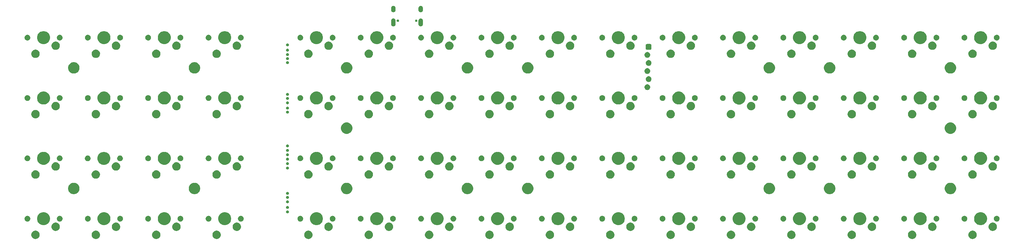
<source format=gbr>
G04 #@! TF.GenerationSoftware,KiCad,Pcbnew,(5.1.2-1)-1*
G04 #@! TF.CreationDate,2020-05-23T11:57:57-05:00*
G04 #@! TF.ProjectId,therick48.16SP,74686572-6963-46b3-9438-2e313653502e,rev?*
G04 #@! TF.SameCoordinates,Original*
G04 #@! TF.FileFunction,Soldermask,Top*
G04 #@! TF.FilePolarity,Negative*
%FSLAX46Y46*%
G04 Gerber Fmt 4.6, Leading zero omitted, Abs format (unit mm)*
G04 Created by KiCad (PCBNEW (5.1.2-1)-1) date 2020-05-23 11:57:57*
%MOMM*%
%LPD*%
G04 APERTURE LIST*
%ADD10C,0.100000*%
G04 APERTURE END LIST*
D10*
G36*
X351497713Y-113224384D02*
G01*
X351625321Y-113249767D01*
X351766147Y-113308099D01*
X351865726Y-113349346D01*
X351865727Y-113349347D01*
X352082088Y-113493914D01*
X352266087Y-113677913D01*
X352362684Y-113822481D01*
X352410655Y-113894275D01*
X352451902Y-113993854D01*
X352510234Y-114134680D01*
X352510234Y-114134682D01*
X352560942Y-114389605D01*
X352560999Y-114389895D01*
X352560999Y-114650109D01*
X352510234Y-114905324D01*
X352451902Y-115046150D01*
X352410655Y-115145729D01*
X352410654Y-115145730D01*
X352266087Y-115362091D01*
X352082088Y-115546090D01*
X351937520Y-115642687D01*
X351865726Y-115690658D01*
X351766147Y-115731905D01*
X351625321Y-115790237D01*
X351497714Y-115815619D01*
X351370108Y-115841002D01*
X351109890Y-115841002D01*
X350982284Y-115815619D01*
X350854677Y-115790237D01*
X350713851Y-115731905D01*
X350614272Y-115690658D01*
X350542478Y-115642687D01*
X350397910Y-115546090D01*
X350213911Y-115362091D01*
X350069344Y-115145730D01*
X350069343Y-115145729D01*
X350028096Y-115046150D01*
X349969764Y-114905324D01*
X349918999Y-114650109D01*
X349918999Y-114389895D01*
X349919057Y-114389605D01*
X349969764Y-114134682D01*
X349969764Y-114134680D01*
X350028096Y-113993854D01*
X350069343Y-113894275D01*
X350117314Y-113822481D01*
X350213911Y-113677913D01*
X350397910Y-113493914D01*
X350614271Y-113349347D01*
X350614272Y-113349346D01*
X350713851Y-113308099D01*
X350854677Y-113249767D01*
X350982285Y-113224384D01*
X351109890Y-113199002D01*
X351370108Y-113199002D01*
X351497713Y-113224384D01*
X351497713Y-113224384D01*
G37*
G36*
X218497713Y-113224384D02*
G01*
X218625321Y-113249767D01*
X218766147Y-113308099D01*
X218865726Y-113349346D01*
X218865727Y-113349347D01*
X219082088Y-113493914D01*
X219266087Y-113677913D01*
X219362684Y-113822481D01*
X219410655Y-113894275D01*
X219451902Y-113993854D01*
X219510234Y-114134680D01*
X219510234Y-114134682D01*
X219560942Y-114389605D01*
X219560999Y-114389895D01*
X219560999Y-114650109D01*
X219510234Y-114905324D01*
X219451902Y-115046150D01*
X219410655Y-115145729D01*
X219410654Y-115145730D01*
X219266087Y-115362091D01*
X219082088Y-115546090D01*
X218937520Y-115642687D01*
X218865726Y-115690658D01*
X218766147Y-115731905D01*
X218625321Y-115790237D01*
X218497714Y-115815619D01*
X218370108Y-115841002D01*
X218109890Y-115841002D01*
X217982284Y-115815619D01*
X217854677Y-115790237D01*
X217713851Y-115731905D01*
X217614272Y-115690658D01*
X217542478Y-115642687D01*
X217397910Y-115546090D01*
X217213911Y-115362091D01*
X217069344Y-115145730D01*
X217069343Y-115145729D01*
X217028096Y-115046150D01*
X216969764Y-114905324D01*
X216918999Y-114650109D01*
X216918999Y-114389895D01*
X216919057Y-114389605D01*
X216969764Y-114134682D01*
X216969764Y-114134680D01*
X217028096Y-113993854D01*
X217069343Y-113894275D01*
X217117314Y-113822481D01*
X217213911Y-113677913D01*
X217397910Y-113493914D01*
X217614271Y-113349347D01*
X217614272Y-113349346D01*
X217713851Y-113308099D01*
X217854677Y-113249767D01*
X217982285Y-113224384D01*
X218109890Y-113199002D01*
X218370108Y-113199002D01*
X218497713Y-113224384D01*
X218497713Y-113224384D01*
G37*
G36*
X180497713Y-113224384D02*
G01*
X180625321Y-113249767D01*
X180766147Y-113308099D01*
X180865726Y-113349346D01*
X180865727Y-113349347D01*
X181082088Y-113493914D01*
X181266087Y-113677913D01*
X181362684Y-113822481D01*
X181410655Y-113894275D01*
X181451902Y-113993854D01*
X181510234Y-114134680D01*
X181510234Y-114134682D01*
X181560942Y-114389605D01*
X181560999Y-114389895D01*
X181560999Y-114650109D01*
X181510234Y-114905324D01*
X181451902Y-115046150D01*
X181410655Y-115145729D01*
X181410654Y-115145730D01*
X181266087Y-115362091D01*
X181082088Y-115546090D01*
X180937520Y-115642687D01*
X180865726Y-115690658D01*
X180766147Y-115731905D01*
X180625321Y-115790237D01*
X180497714Y-115815619D01*
X180370108Y-115841002D01*
X180109890Y-115841002D01*
X179982284Y-115815619D01*
X179854677Y-115790237D01*
X179713851Y-115731905D01*
X179614272Y-115690658D01*
X179542478Y-115642687D01*
X179397910Y-115546090D01*
X179213911Y-115362091D01*
X179069344Y-115145730D01*
X179069343Y-115145729D01*
X179028096Y-115046150D01*
X178969764Y-114905324D01*
X178918999Y-114650109D01*
X178918999Y-114389895D01*
X178919057Y-114389605D01*
X178969764Y-114134682D01*
X178969764Y-114134680D01*
X179028096Y-113993854D01*
X179069343Y-113894275D01*
X179117314Y-113822481D01*
X179213911Y-113677913D01*
X179397910Y-113493914D01*
X179614271Y-113349347D01*
X179614272Y-113349346D01*
X179713851Y-113308099D01*
X179854677Y-113249767D01*
X179982285Y-113224384D01*
X180109890Y-113199002D01*
X180370108Y-113199002D01*
X180497713Y-113224384D01*
X180497713Y-113224384D01*
G37*
G36*
X161497713Y-113224384D02*
G01*
X161625321Y-113249767D01*
X161766147Y-113308099D01*
X161865726Y-113349346D01*
X161865727Y-113349347D01*
X162082088Y-113493914D01*
X162266087Y-113677913D01*
X162362684Y-113822481D01*
X162410655Y-113894275D01*
X162451902Y-113993854D01*
X162510234Y-114134680D01*
X162510234Y-114134682D01*
X162560942Y-114389605D01*
X162560999Y-114389895D01*
X162560999Y-114650109D01*
X162510234Y-114905324D01*
X162451902Y-115046150D01*
X162410655Y-115145729D01*
X162410654Y-115145730D01*
X162266087Y-115362091D01*
X162082088Y-115546090D01*
X161937520Y-115642687D01*
X161865726Y-115690658D01*
X161766147Y-115731905D01*
X161625321Y-115790237D01*
X161497714Y-115815619D01*
X161370108Y-115841002D01*
X161109890Y-115841002D01*
X160982284Y-115815619D01*
X160854677Y-115790237D01*
X160713851Y-115731905D01*
X160614272Y-115690658D01*
X160542478Y-115642687D01*
X160397910Y-115546090D01*
X160213911Y-115362091D01*
X160069344Y-115145730D01*
X160069343Y-115145729D01*
X160028096Y-115046150D01*
X159969764Y-114905324D01*
X159918999Y-114650109D01*
X159918999Y-114389895D01*
X159919057Y-114389605D01*
X159969764Y-114134682D01*
X159969764Y-114134680D01*
X160028096Y-113993854D01*
X160069343Y-113894275D01*
X160117314Y-113822481D01*
X160213911Y-113677913D01*
X160397910Y-113493914D01*
X160614271Y-113349347D01*
X160614272Y-113349346D01*
X160713851Y-113308099D01*
X160854677Y-113249767D01*
X160982285Y-113224384D01*
X161109890Y-113199002D01*
X161370108Y-113199002D01*
X161497713Y-113224384D01*
X161497713Y-113224384D01*
G37*
G36*
X142497333Y-113224384D02*
G01*
X142624941Y-113249767D01*
X142765767Y-113308099D01*
X142865346Y-113349346D01*
X142865347Y-113349347D01*
X143081708Y-113493914D01*
X143265707Y-113677913D01*
X143362304Y-113822481D01*
X143410275Y-113894275D01*
X143451522Y-113993854D01*
X143509854Y-114134680D01*
X143509854Y-114134682D01*
X143560562Y-114389605D01*
X143560619Y-114389895D01*
X143560619Y-114650109D01*
X143509854Y-114905324D01*
X143451522Y-115046150D01*
X143410275Y-115145729D01*
X143410274Y-115145730D01*
X143265707Y-115362091D01*
X143081708Y-115546090D01*
X142937140Y-115642687D01*
X142865346Y-115690658D01*
X142765767Y-115731905D01*
X142624941Y-115790237D01*
X142497334Y-115815619D01*
X142369728Y-115841002D01*
X142109510Y-115841002D01*
X141981904Y-115815619D01*
X141854297Y-115790237D01*
X141713471Y-115731905D01*
X141613892Y-115690658D01*
X141542098Y-115642687D01*
X141397530Y-115546090D01*
X141213531Y-115362091D01*
X141068964Y-115145730D01*
X141068963Y-115145729D01*
X141027716Y-115046150D01*
X140969384Y-114905324D01*
X140918619Y-114650109D01*
X140918619Y-114389895D01*
X140918677Y-114389605D01*
X140969384Y-114134682D01*
X140969384Y-114134680D01*
X141027716Y-113993854D01*
X141068963Y-113894275D01*
X141116934Y-113822481D01*
X141213531Y-113677913D01*
X141397530Y-113493914D01*
X141613891Y-113349347D01*
X141613892Y-113349346D01*
X141713471Y-113308099D01*
X141854297Y-113249767D01*
X141981905Y-113224384D01*
X142109510Y-113199002D01*
X142369728Y-113199002D01*
X142497333Y-113224384D01*
X142497333Y-113224384D01*
G37*
G36*
X237497084Y-113224095D02*
G01*
X237624691Y-113249477D01*
X237765517Y-113307809D01*
X237865096Y-113349056D01*
X237936890Y-113397027D01*
X238081458Y-113493624D01*
X238265457Y-113677623D01*
X238265651Y-113677914D01*
X238410025Y-113893985D01*
X238410145Y-113894275D01*
X238509604Y-114134390D01*
X238509662Y-114134682D01*
X238560369Y-114389603D01*
X238560369Y-114649821D01*
X238560311Y-114650111D01*
X238509604Y-114905034D01*
X238451272Y-115045860D01*
X238410025Y-115145439D01*
X238362054Y-115217233D01*
X238265457Y-115361801D01*
X238081458Y-115545800D01*
X237936890Y-115642397D01*
X237865096Y-115690368D01*
X237765517Y-115731615D01*
X237624691Y-115789947D01*
X237497084Y-115815329D01*
X237369478Y-115840712D01*
X237109260Y-115840712D01*
X236981654Y-115815329D01*
X236854047Y-115789947D01*
X236713221Y-115731615D01*
X236613642Y-115690368D01*
X236541848Y-115642397D01*
X236397280Y-115545800D01*
X236213281Y-115361801D01*
X236116684Y-115217233D01*
X236068713Y-115145439D01*
X236027466Y-115045860D01*
X235969134Y-114905034D01*
X235918427Y-114650111D01*
X235918369Y-114649821D01*
X235918369Y-114389603D01*
X235969076Y-114134682D01*
X235969134Y-114134390D01*
X236068593Y-113894275D01*
X236068713Y-113893985D01*
X236213087Y-113677914D01*
X236213281Y-113677623D01*
X236397280Y-113493624D01*
X236541848Y-113397027D01*
X236613642Y-113349056D01*
X236713221Y-113307809D01*
X236854047Y-113249477D01*
X236981654Y-113224095D01*
X237109260Y-113198712D01*
X237369478Y-113198712D01*
X237497084Y-113224095D01*
X237497084Y-113224095D01*
G37*
G36*
X199497184Y-113224095D02*
G01*
X199624791Y-113249477D01*
X199765617Y-113307809D01*
X199865196Y-113349056D01*
X199936990Y-113397027D01*
X200081558Y-113493624D01*
X200265557Y-113677623D01*
X200265751Y-113677914D01*
X200410125Y-113893985D01*
X200410245Y-113894275D01*
X200509704Y-114134390D01*
X200509762Y-114134682D01*
X200560469Y-114389603D01*
X200560469Y-114649821D01*
X200560411Y-114650111D01*
X200509704Y-114905034D01*
X200451372Y-115045860D01*
X200410125Y-115145439D01*
X200362154Y-115217233D01*
X200265557Y-115361801D01*
X200081558Y-115545800D01*
X199936990Y-115642397D01*
X199865196Y-115690368D01*
X199765617Y-115731615D01*
X199624791Y-115789947D01*
X199497184Y-115815329D01*
X199369578Y-115840712D01*
X199109360Y-115840712D01*
X198981754Y-115815329D01*
X198854147Y-115789947D01*
X198713321Y-115731615D01*
X198613742Y-115690368D01*
X198541948Y-115642397D01*
X198397380Y-115545800D01*
X198213381Y-115361801D01*
X198116784Y-115217233D01*
X198068813Y-115145439D01*
X198027566Y-115045860D01*
X197969234Y-114905034D01*
X197918527Y-114650111D01*
X197918469Y-114649821D01*
X197918469Y-114389603D01*
X197969176Y-114134682D01*
X197969234Y-114134390D01*
X198068693Y-113894275D01*
X198068813Y-113893985D01*
X198213187Y-113677914D01*
X198213381Y-113677623D01*
X198397380Y-113493624D01*
X198541948Y-113397027D01*
X198613742Y-113349056D01*
X198713321Y-113307809D01*
X198854147Y-113249477D01*
X198981754Y-113224095D01*
X199109360Y-113198712D01*
X199369578Y-113198712D01*
X199497184Y-113224095D01*
X199497184Y-113224095D01*
G37*
G36*
X113617410Y-113224095D02*
G01*
X113745017Y-113249477D01*
X113885843Y-113307809D01*
X113985422Y-113349056D01*
X114057216Y-113397027D01*
X114201784Y-113493624D01*
X114385783Y-113677623D01*
X114385977Y-113677914D01*
X114530351Y-113893985D01*
X114530471Y-113894275D01*
X114629930Y-114134390D01*
X114629988Y-114134682D01*
X114680695Y-114389603D01*
X114680695Y-114649821D01*
X114680637Y-114650111D01*
X114629930Y-114905034D01*
X114571598Y-115045860D01*
X114530351Y-115145439D01*
X114482380Y-115217233D01*
X114385783Y-115361801D01*
X114201784Y-115545800D01*
X114057216Y-115642397D01*
X113985422Y-115690368D01*
X113885843Y-115731615D01*
X113745017Y-115789947D01*
X113617410Y-115815329D01*
X113489804Y-115840712D01*
X113229586Y-115840712D01*
X113101980Y-115815329D01*
X112974373Y-115789947D01*
X112833547Y-115731615D01*
X112733968Y-115690368D01*
X112662174Y-115642397D01*
X112517606Y-115545800D01*
X112333607Y-115361801D01*
X112237010Y-115217233D01*
X112189039Y-115145439D01*
X112147792Y-115045860D01*
X112089460Y-114905034D01*
X112038753Y-114650111D01*
X112038695Y-114649821D01*
X112038695Y-114389603D01*
X112089402Y-114134682D01*
X112089460Y-114134390D01*
X112188919Y-113894275D01*
X112189039Y-113893985D01*
X112333413Y-113677914D01*
X112333607Y-113677623D01*
X112517606Y-113493624D01*
X112662174Y-113397027D01*
X112733968Y-113349056D01*
X112833547Y-113307809D01*
X112974373Y-113249477D01*
X113101980Y-113224095D01*
X113229586Y-113198712D01*
X113489804Y-113198712D01*
X113617410Y-113224095D01*
X113617410Y-113224095D01*
G37*
G36*
X94617460Y-113224095D02*
G01*
X94745067Y-113249477D01*
X94885893Y-113307809D01*
X94985472Y-113349056D01*
X95057266Y-113397027D01*
X95201834Y-113493624D01*
X95385833Y-113677623D01*
X95386027Y-113677914D01*
X95530401Y-113893985D01*
X95530521Y-113894275D01*
X95629980Y-114134390D01*
X95630038Y-114134682D01*
X95680745Y-114389603D01*
X95680745Y-114649821D01*
X95680687Y-114650111D01*
X95629980Y-114905034D01*
X95571648Y-115045860D01*
X95530401Y-115145439D01*
X95482430Y-115217233D01*
X95385833Y-115361801D01*
X95201834Y-115545800D01*
X95057266Y-115642397D01*
X94985472Y-115690368D01*
X94885893Y-115731615D01*
X94745067Y-115789947D01*
X94617460Y-115815329D01*
X94489854Y-115840712D01*
X94229636Y-115840712D01*
X94102030Y-115815329D01*
X93974423Y-115789947D01*
X93833597Y-115731615D01*
X93734018Y-115690368D01*
X93662224Y-115642397D01*
X93517656Y-115545800D01*
X93333657Y-115361801D01*
X93237060Y-115217233D01*
X93189089Y-115145439D01*
X93147842Y-115045860D01*
X93089510Y-114905034D01*
X93038803Y-114650111D01*
X93038745Y-114649821D01*
X93038745Y-114389603D01*
X93089452Y-114134682D01*
X93089510Y-114134390D01*
X93188969Y-113894275D01*
X93189089Y-113893985D01*
X93333463Y-113677914D01*
X93333657Y-113677623D01*
X93517656Y-113493624D01*
X93662224Y-113397027D01*
X93734018Y-113349056D01*
X93833597Y-113307809D01*
X93974423Y-113249477D01*
X94102030Y-113224095D01*
X94229636Y-113198712D01*
X94489854Y-113198712D01*
X94617460Y-113224095D01*
X94617460Y-113224095D01*
G37*
G36*
X75617510Y-113224095D02*
G01*
X75745117Y-113249477D01*
X75885943Y-113307809D01*
X75985522Y-113349056D01*
X76057316Y-113397027D01*
X76201884Y-113493624D01*
X76385883Y-113677623D01*
X76386077Y-113677914D01*
X76530451Y-113893985D01*
X76530571Y-113894275D01*
X76630030Y-114134390D01*
X76630088Y-114134682D01*
X76680795Y-114389603D01*
X76680795Y-114649821D01*
X76680737Y-114650111D01*
X76630030Y-114905034D01*
X76571698Y-115045860D01*
X76530451Y-115145439D01*
X76482480Y-115217233D01*
X76385883Y-115361801D01*
X76201884Y-115545800D01*
X76057316Y-115642397D01*
X75985522Y-115690368D01*
X75885943Y-115731615D01*
X75745117Y-115789947D01*
X75617510Y-115815329D01*
X75489904Y-115840712D01*
X75229686Y-115840712D01*
X75102080Y-115815329D01*
X74974473Y-115789947D01*
X74833647Y-115731615D01*
X74734068Y-115690368D01*
X74662274Y-115642397D01*
X74517706Y-115545800D01*
X74333707Y-115361801D01*
X74237110Y-115217233D01*
X74189139Y-115145439D01*
X74147892Y-115045860D01*
X74089560Y-114905034D01*
X74038853Y-114650111D01*
X74038795Y-114649821D01*
X74038795Y-114389603D01*
X74089502Y-114134682D01*
X74089560Y-114134390D01*
X74189019Y-113894275D01*
X74189139Y-113893985D01*
X74333513Y-113677914D01*
X74333707Y-113677623D01*
X74517706Y-113493624D01*
X74662274Y-113397027D01*
X74734068Y-113349056D01*
X74833647Y-113307809D01*
X74974473Y-113249477D01*
X75102080Y-113224095D01*
X75229686Y-113198712D01*
X75489904Y-113198712D01*
X75617510Y-113224095D01*
X75617510Y-113224095D01*
G37*
G36*
X56617560Y-113224095D02*
G01*
X56745167Y-113249477D01*
X56885993Y-113307809D01*
X56985572Y-113349056D01*
X57057366Y-113397027D01*
X57201934Y-113493624D01*
X57385933Y-113677623D01*
X57386127Y-113677914D01*
X57530501Y-113893985D01*
X57530621Y-113894275D01*
X57630080Y-114134390D01*
X57630138Y-114134682D01*
X57680845Y-114389603D01*
X57680845Y-114649821D01*
X57680787Y-114650111D01*
X57630080Y-114905034D01*
X57571748Y-115045860D01*
X57530501Y-115145439D01*
X57482530Y-115217233D01*
X57385933Y-115361801D01*
X57201934Y-115545800D01*
X57057366Y-115642397D01*
X56985572Y-115690368D01*
X56885993Y-115731615D01*
X56745167Y-115789947D01*
X56617560Y-115815329D01*
X56489954Y-115840712D01*
X56229736Y-115840712D01*
X56102130Y-115815329D01*
X55974523Y-115789947D01*
X55833697Y-115731615D01*
X55734118Y-115690368D01*
X55662324Y-115642397D01*
X55517756Y-115545800D01*
X55333757Y-115361801D01*
X55237160Y-115217233D01*
X55189189Y-115145439D01*
X55147942Y-115045860D01*
X55089610Y-114905034D01*
X55038903Y-114650111D01*
X55038845Y-114649821D01*
X55038845Y-114389603D01*
X55089552Y-114134682D01*
X55089610Y-114134390D01*
X55189069Y-113894275D01*
X55189189Y-113893985D01*
X55333563Y-113677914D01*
X55333757Y-113677623D01*
X55517756Y-113493624D01*
X55662324Y-113397027D01*
X55734118Y-113349056D01*
X55833697Y-113307809D01*
X55974523Y-113249477D01*
X56102130Y-113224095D01*
X56229736Y-113198712D01*
X56489954Y-113198712D01*
X56617560Y-113224095D01*
X56617560Y-113224095D01*
G37*
G36*
X256497034Y-113224095D02*
G01*
X256624641Y-113249477D01*
X256765467Y-113307809D01*
X256865046Y-113349056D01*
X256936840Y-113397027D01*
X257081408Y-113493624D01*
X257265407Y-113677623D01*
X257265601Y-113677914D01*
X257409975Y-113893985D01*
X257410095Y-113894275D01*
X257509554Y-114134390D01*
X257509612Y-114134682D01*
X257560319Y-114389603D01*
X257560319Y-114649821D01*
X257560261Y-114650111D01*
X257509554Y-114905034D01*
X257451222Y-115045860D01*
X257409975Y-115145439D01*
X257362004Y-115217233D01*
X257265407Y-115361801D01*
X257081408Y-115545800D01*
X256936840Y-115642397D01*
X256865046Y-115690368D01*
X256765467Y-115731615D01*
X256624641Y-115789947D01*
X256497034Y-115815329D01*
X256369428Y-115840712D01*
X256109210Y-115840712D01*
X255981604Y-115815329D01*
X255853997Y-115789947D01*
X255713171Y-115731615D01*
X255613592Y-115690368D01*
X255541798Y-115642397D01*
X255397230Y-115545800D01*
X255213231Y-115361801D01*
X255116634Y-115217233D01*
X255068663Y-115145439D01*
X255027416Y-115045860D01*
X254969084Y-114905034D01*
X254918377Y-114650111D01*
X254918319Y-114649821D01*
X254918319Y-114389603D01*
X254969026Y-114134682D01*
X254969084Y-114134390D01*
X255068543Y-113894275D01*
X255068663Y-113893985D01*
X255213037Y-113677914D01*
X255213231Y-113677623D01*
X255397230Y-113493624D01*
X255541798Y-113397027D01*
X255613592Y-113349056D01*
X255713171Y-113307809D01*
X255853997Y-113249477D01*
X255981604Y-113224095D01*
X256109210Y-113198712D01*
X256369428Y-113198712D01*
X256497034Y-113224095D01*
X256497034Y-113224095D01*
G37*
G36*
X275496984Y-113224095D02*
G01*
X275624591Y-113249477D01*
X275765417Y-113307809D01*
X275864996Y-113349056D01*
X275936790Y-113397027D01*
X276081358Y-113493624D01*
X276265357Y-113677623D01*
X276265551Y-113677914D01*
X276409925Y-113893985D01*
X276410045Y-113894275D01*
X276509504Y-114134390D01*
X276509562Y-114134682D01*
X276560269Y-114389603D01*
X276560269Y-114649821D01*
X276560211Y-114650111D01*
X276509504Y-114905034D01*
X276451172Y-115045860D01*
X276409925Y-115145439D01*
X276361954Y-115217233D01*
X276265357Y-115361801D01*
X276081358Y-115545800D01*
X275936790Y-115642397D01*
X275864996Y-115690368D01*
X275765417Y-115731615D01*
X275624591Y-115789947D01*
X275496984Y-115815329D01*
X275369378Y-115840712D01*
X275109160Y-115840712D01*
X274981554Y-115815329D01*
X274853947Y-115789947D01*
X274713121Y-115731615D01*
X274613542Y-115690368D01*
X274541748Y-115642397D01*
X274397180Y-115545800D01*
X274213181Y-115361801D01*
X274116584Y-115217233D01*
X274068613Y-115145439D01*
X274027366Y-115045860D01*
X273969034Y-114905034D01*
X273918327Y-114650111D01*
X273918269Y-114649821D01*
X273918269Y-114389603D01*
X273968976Y-114134682D01*
X273969034Y-114134390D01*
X274068493Y-113894275D01*
X274068613Y-113893985D01*
X274212987Y-113677914D01*
X274213181Y-113677623D01*
X274397180Y-113493624D01*
X274541748Y-113397027D01*
X274613542Y-113349056D01*
X274713121Y-113307809D01*
X274853947Y-113249477D01*
X274981554Y-113224095D01*
X275109160Y-113198712D01*
X275369378Y-113198712D01*
X275496984Y-113224095D01*
X275496984Y-113224095D01*
G37*
G36*
X294496934Y-113224095D02*
G01*
X294624541Y-113249477D01*
X294765367Y-113307809D01*
X294864946Y-113349056D01*
X294936740Y-113397027D01*
X295081308Y-113493624D01*
X295265307Y-113677623D01*
X295265501Y-113677914D01*
X295409875Y-113893985D01*
X295409995Y-113894275D01*
X295509454Y-114134390D01*
X295509512Y-114134682D01*
X295560219Y-114389603D01*
X295560219Y-114649821D01*
X295560161Y-114650111D01*
X295509454Y-114905034D01*
X295451122Y-115045860D01*
X295409875Y-115145439D01*
X295361904Y-115217233D01*
X295265307Y-115361801D01*
X295081308Y-115545800D01*
X294936740Y-115642397D01*
X294864946Y-115690368D01*
X294765367Y-115731615D01*
X294624541Y-115789947D01*
X294496934Y-115815329D01*
X294369328Y-115840712D01*
X294109110Y-115840712D01*
X293981504Y-115815329D01*
X293853897Y-115789947D01*
X293713071Y-115731615D01*
X293613492Y-115690368D01*
X293541698Y-115642397D01*
X293397130Y-115545800D01*
X293213131Y-115361801D01*
X293116534Y-115217233D01*
X293068563Y-115145439D01*
X293027316Y-115045860D01*
X292968984Y-114905034D01*
X292918277Y-114650111D01*
X292918219Y-114649821D01*
X292918219Y-114389603D01*
X292968926Y-114134682D01*
X292968984Y-114134390D01*
X293068443Y-113894275D01*
X293068563Y-113893985D01*
X293212937Y-113677914D01*
X293213131Y-113677623D01*
X293397130Y-113493624D01*
X293541698Y-113397027D01*
X293613492Y-113349056D01*
X293713071Y-113307809D01*
X293853897Y-113249477D01*
X293981504Y-113224095D01*
X294109110Y-113198712D01*
X294369328Y-113198712D01*
X294496934Y-113224095D01*
X294496934Y-113224095D01*
G37*
G36*
X313496884Y-113224095D02*
G01*
X313624491Y-113249477D01*
X313765317Y-113307809D01*
X313864896Y-113349056D01*
X313936690Y-113397027D01*
X314081258Y-113493624D01*
X314265257Y-113677623D01*
X314265451Y-113677914D01*
X314409825Y-113893985D01*
X314409945Y-113894275D01*
X314509404Y-114134390D01*
X314509462Y-114134682D01*
X314560169Y-114389603D01*
X314560169Y-114649821D01*
X314560111Y-114650111D01*
X314509404Y-114905034D01*
X314451072Y-115045860D01*
X314409825Y-115145439D01*
X314361854Y-115217233D01*
X314265257Y-115361801D01*
X314081258Y-115545800D01*
X313936690Y-115642397D01*
X313864896Y-115690368D01*
X313765317Y-115731615D01*
X313624491Y-115789947D01*
X313496884Y-115815329D01*
X313369278Y-115840712D01*
X313109060Y-115840712D01*
X312981454Y-115815329D01*
X312853847Y-115789947D01*
X312713021Y-115731615D01*
X312613442Y-115690368D01*
X312541648Y-115642397D01*
X312397080Y-115545800D01*
X312213081Y-115361801D01*
X312116484Y-115217233D01*
X312068513Y-115145439D01*
X312027266Y-115045860D01*
X311968934Y-114905034D01*
X311918227Y-114650111D01*
X311918169Y-114649821D01*
X311918169Y-114389603D01*
X311968876Y-114134682D01*
X311968934Y-114134390D01*
X312068393Y-113894275D01*
X312068513Y-113893985D01*
X312212887Y-113677914D01*
X312213081Y-113677623D01*
X312397080Y-113493624D01*
X312541648Y-113397027D01*
X312613442Y-113349056D01*
X312713021Y-113307809D01*
X312853847Y-113249477D01*
X312981454Y-113224095D01*
X313109060Y-113198712D01*
X313369278Y-113198712D01*
X313496884Y-113224095D01*
X313496884Y-113224095D01*
G37*
G36*
X332496834Y-113224095D02*
G01*
X332624441Y-113249477D01*
X332765267Y-113307809D01*
X332864846Y-113349056D01*
X332936640Y-113397027D01*
X333081208Y-113493624D01*
X333265207Y-113677623D01*
X333265401Y-113677914D01*
X333409775Y-113893985D01*
X333409895Y-113894275D01*
X333509354Y-114134390D01*
X333509412Y-114134682D01*
X333560119Y-114389603D01*
X333560119Y-114649821D01*
X333560061Y-114650111D01*
X333509354Y-114905034D01*
X333451022Y-115045860D01*
X333409775Y-115145439D01*
X333361804Y-115217233D01*
X333265207Y-115361801D01*
X333081208Y-115545800D01*
X332936640Y-115642397D01*
X332864846Y-115690368D01*
X332765267Y-115731615D01*
X332624441Y-115789947D01*
X332496834Y-115815329D01*
X332369228Y-115840712D01*
X332109010Y-115840712D01*
X331981404Y-115815329D01*
X331853797Y-115789947D01*
X331712971Y-115731615D01*
X331613392Y-115690368D01*
X331541598Y-115642397D01*
X331397030Y-115545800D01*
X331213031Y-115361801D01*
X331116434Y-115217233D01*
X331068463Y-115145439D01*
X331027216Y-115045860D01*
X330968884Y-114905034D01*
X330918177Y-114650111D01*
X330918119Y-114649821D01*
X330918119Y-114389603D01*
X330968826Y-114134682D01*
X330968884Y-114134390D01*
X331068343Y-113894275D01*
X331068463Y-113893985D01*
X331212837Y-113677914D01*
X331213031Y-113677623D01*
X331397030Y-113493624D01*
X331541598Y-113397027D01*
X331613392Y-113349056D01*
X331712971Y-113307809D01*
X331853797Y-113249477D01*
X331981404Y-113224095D01*
X332109010Y-113198712D01*
X332369228Y-113198712D01*
X332496834Y-113224095D01*
X332496834Y-113224095D01*
G37*
G36*
X357847714Y-110684385D02*
G01*
X357975321Y-110709767D01*
X358116147Y-110768099D01*
X358215726Y-110809346D01*
X358215727Y-110809347D01*
X358432088Y-110953914D01*
X358616087Y-111137913D01*
X358692236Y-111251879D01*
X358760655Y-111354275D01*
X358801902Y-111453854D01*
X358860234Y-111594680D01*
X358860234Y-111594682D01*
X358910942Y-111849605D01*
X358910999Y-111849895D01*
X358910999Y-112110109D01*
X358860234Y-112365324D01*
X358801902Y-112506150D01*
X358760655Y-112605729D01*
X358760654Y-112605730D01*
X358616087Y-112822091D01*
X358432088Y-113006090D01*
X358287520Y-113102687D01*
X358215726Y-113150658D01*
X358116147Y-113191905D01*
X357975321Y-113250237D01*
X357847713Y-113275620D01*
X357720108Y-113301002D01*
X357459890Y-113301002D01*
X357332285Y-113275620D01*
X357204677Y-113250237D01*
X357063851Y-113191905D01*
X356964272Y-113150658D01*
X356892478Y-113102687D01*
X356747910Y-113006090D01*
X356563911Y-112822091D01*
X356419344Y-112605730D01*
X356419343Y-112605729D01*
X356378096Y-112506150D01*
X356319764Y-112365324D01*
X356268999Y-112110109D01*
X356268999Y-111849895D01*
X356269057Y-111849605D01*
X356319764Y-111594682D01*
X356319764Y-111594680D01*
X356378096Y-111453854D01*
X356419343Y-111354275D01*
X356487762Y-111251879D01*
X356563911Y-111137913D01*
X356747910Y-110953914D01*
X356964271Y-110809347D01*
X356964272Y-110809346D01*
X357063851Y-110768099D01*
X357204677Y-110709767D01*
X357332284Y-110684385D01*
X357459890Y-110659002D01*
X357720108Y-110659002D01*
X357847714Y-110684385D01*
X357847714Y-110684385D01*
G37*
G36*
X224847714Y-110684385D02*
G01*
X224975321Y-110709767D01*
X225116147Y-110768099D01*
X225215726Y-110809346D01*
X225215727Y-110809347D01*
X225432088Y-110953914D01*
X225616087Y-111137913D01*
X225692236Y-111251879D01*
X225760655Y-111354275D01*
X225801902Y-111453854D01*
X225860234Y-111594680D01*
X225860234Y-111594682D01*
X225910942Y-111849605D01*
X225910999Y-111849895D01*
X225910999Y-112110109D01*
X225860234Y-112365324D01*
X225801902Y-112506150D01*
X225760655Y-112605729D01*
X225760654Y-112605730D01*
X225616087Y-112822091D01*
X225432088Y-113006090D01*
X225287520Y-113102687D01*
X225215726Y-113150658D01*
X225116147Y-113191905D01*
X224975321Y-113250237D01*
X224847713Y-113275620D01*
X224720108Y-113301002D01*
X224459890Y-113301002D01*
X224332285Y-113275620D01*
X224204677Y-113250237D01*
X224063851Y-113191905D01*
X223964272Y-113150658D01*
X223892478Y-113102687D01*
X223747910Y-113006090D01*
X223563911Y-112822091D01*
X223419344Y-112605730D01*
X223419343Y-112605729D01*
X223378096Y-112506150D01*
X223319764Y-112365324D01*
X223268999Y-112110109D01*
X223268999Y-111849895D01*
X223269057Y-111849605D01*
X223319764Y-111594682D01*
X223319764Y-111594680D01*
X223378096Y-111453854D01*
X223419343Y-111354275D01*
X223487762Y-111251879D01*
X223563911Y-111137913D01*
X223747910Y-110953914D01*
X223964271Y-110809347D01*
X223964272Y-110809346D01*
X224063851Y-110768099D01*
X224204677Y-110709767D01*
X224332284Y-110684385D01*
X224459890Y-110659002D01*
X224720108Y-110659002D01*
X224847714Y-110684385D01*
X224847714Y-110684385D01*
G37*
G36*
X148847334Y-110684385D02*
G01*
X148974941Y-110709767D01*
X149115767Y-110768099D01*
X149215346Y-110809346D01*
X149215347Y-110809347D01*
X149431708Y-110953914D01*
X149615707Y-111137913D01*
X149691856Y-111251879D01*
X149760275Y-111354275D01*
X149801522Y-111453854D01*
X149859854Y-111594680D01*
X149859854Y-111594682D01*
X149910562Y-111849605D01*
X149910619Y-111849895D01*
X149910619Y-112110109D01*
X149859854Y-112365324D01*
X149801522Y-112506150D01*
X149760275Y-112605729D01*
X149760274Y-112605730D01*
X149615707Y-112822091D01*
X149431708Y-113006090D01*
X149287140Y-113102687D01*
X149215346Y-113150658D01*
X149115767Y-113191905D01*
X148974941Y-113250237D01*
X148847333Y-113275620D01*
X148719728Y-113301002D01*
X148459510Y-113301002D01*
X148331905Y-113275620D01*
X148204297Y-113250237D01*
X148063471Y-113191905D01*
X147963892Y-113150658D01*
X147892098Y-113102687D01*
X147747530Y-113006090D01*
X147563531Y-112822091D01*
X147418964Y-112605730D01*
X147418963Y-112605729D01*
X147377716Y-112506150D01*
X147319384Y-112365324D01*
X147268619Y-112110109D01*
X147268619Y-111849895D01*
X147268677Y-111849605D01*
X147319384Y-111594682D01*
X147319384Y-111594680D01*
X147377716Y-111453854D01*
X147418963Y-111354275D01*
X147487382Y-111251879D01*
X147563531Y-111137913D01*
X147747530Y-110953914D01*
X147963891Y-110809347D01*
X147963892Y-110809346D01*
X148063471Y-110768099D01*
X148204297Y-110709767D01*
X148331904Y-110684385D01*
X148459510Y-110659002D01*
X148719728Y-110659002D01*
X148847334Y-110684385D01*
X148847334Y-110684385D01*
G37*
G36*
X167847714Y-110684385D02*
G01*
X167975321Y-110709767D01*
X168116147Y-110768099D01*
X168215726Y-110809346D01*
X168215727Y-110809347D01*
X168432088Y-110953914D01*
X168616087Y-111137913D01*
X168692236Y-111251879D01*
X168760655Y-111354275D01*
X168801902Y-111453854D01*
X168860234Y-111594680D01*
X168860234Y-111594682D01*
X168910942Y-111849605D01*
X168910999Y-111849895D01*
X168910999Y-112110109D01*
X168860234Y-112365324D01*
X168801902Y-112506150D01*
X168760655Y-112605729D01*
X168760654Y-112605730D01*
X168616087Y-112822091D01*
X168432088Y-113006090D01*
X168287520Y-113102687D01*
X168215726Y-113150658D01*
X168116147Y-113191905D01*
X167975321Y-113250237D01*
X167847713Y-113275620D01*
X167720108Y-113301002D01*
X167459890Y-113301002D01*
X167332285Y-113275620D01*
X167204677Y-113250237D01*
X167063851Y-113191905D01*
X166964272Y-113150658D01*
X166892478Y-113102687D01*
X166747910Y-113006090D01*
X166563911Y-112822091D01*
X166419344Y-112605730D01*
X166419343Y-112605729D01*
X166378096Y-112506150D01*
X166319764Y-112365324D01*
X166268999Y-112110109D01*
X166268999Y-111849895D01*
X166269057Y-111849605D01*
X166319764Y-111594682D01*
X166319764Y-111594680D01*
X166378096Y-111453854D01*
X166419343Y-111354275D01*
X166487762Y-111251879D01*
X166563911Y-111137913D01*
X166747910Y-110953914D01*
X166964271Y-110809347D01*
X166964272Y-110809346D01*
X167063851Y-110768099D01*
X167204677Y-110709767D01*
X167332284Y-110684385D01*
X167459890Y-110659002D01*
X167720108Y-110659002D01*
X167847714Y-110684385D01*
X167847714Y-110684385D01*
G37*
G36*
X186847714Y-110684385D02*
G01*
X186975321Y-110709767D01*
X187116147Y-110768099D01*
X187215726Y-110809346D01*
X187215727Y-110809347D01*
X187432088Y-110953914D01*
X187616087Y-111137913D01*
X187692236Y-111251879D01*
X187760655Y-111354275D01*
X187801902Y-111453854D01*
X187860234Y-111594680D01*
X187860234Y-111594682D01*
X187910942Y-111849605D01*
X187910999Y-111849895D01*
X187910999Y-112110109D01*
X187860234Y-112365324D01*
X187801902Y-112506150D01*
X187760655Y-112605729D01*
X187760654Y-112605730D01*
X187616087Y-112822091D01*
X187432088Y-113006090D01*
X187287520Y-113102687D01*
X187215726Y-113150658D01*
X187116147Y-113191905D01*
X186975321Y-113250237D01*
X186847713Y-113275620D01*
X186720108Y-113301002D01*
X186459890Y-113301002D01*
X186332285Y-113275620D01*
X186204677Y-113250237D01*
X186063851Y-113191905D01*
X185964272Y-113150658D01*
X185892478Y-113102687D01*
X185747910Y-113006090D01*
X185563911Y-112822091D01*
X185419344Y-112605730D01*
X185419343Y-112605729D01*
X185378096Y-112506150D01*
X185319764Y-112365324D01*
X185268999Y-112110109D01*
X185268999Y-111849895D01*
X185269057Y-111849605D01*
X185319764Y-111594682D01*
X185319764Y-111594680D01*
X185378096Y-111453854D01*
X185419343Y-111354275D01*
X185487762Y-111251879D01*
X185563911Y-111137913D01*
X185747910Y-110953914D01*
X185964271Y-110809347D01*
X185964272Y-110809346D01*
X186063851Y-110768099D01*
X186204677Y-110709767D01*
X186332284Y-110684385D01*
X186459890Y-110659002D01*
X186720108Y-110659002D01*
X186847714Y-110684385D01*
X186847714Y-110684385D01*
G37*
G36*
X205847184Y-110684095D02*
G01*
X205974791Y-110709477D01*
X206115617Y-110767809D01*
X206215196Y-110809056D01*
X206286990Y-110857027D01*
X206431558Y-110953624D01*
X206615557Y-111137623D01*
X206615751Y-111137914D01*
X206760125Y-111353985D01*
X206781801Y-111406317D01*
X206859704Y-111594390D01*
X206859762Y-111594682D01*
X206910469Y-111849603D01*
X206910469Y-112109821D01*
X206910411Y-112110111D01*
X206859704Y-112365034D01*
X206801372Y-112505860D01*
X206760125Y-112605439D01*
X206712154Y-112677233D01*
X206615557Y-112821801D01*
X206431558Y-113005800D01*
X206286990Y-113102397D01*
X206215196Y-113150368D01*
X206115617Y-113191615D01*
X205974791Y-113249947D01*
X205847184Y-113275329D01*
X205719578Y-113300712D01*
X205459360Y-113300712D01*
X205331754Y-113275329D01*
X205204147Y-113249947D01*
X205063321Y-113191615D01*
X204963742Y-113150368D01*
X204891948Y-113102397D01*
X204747380Y-113005800D01*
X204563381Y-112821801D01*
X204466784Y-112677233D01*
X204418813Y-112605439D01*
X204377566Y-112505860D01*
X204319234Y-112365034D01*
X204268527Y-112110111D01*
X204268469Y-112109821D01*
X204268469Y-111849603D01*
X204319176Y-111594682D01*
X204319234Y-111594390D01*
X204397137Y-111406317D01*
X204418813Y-111353985D01*
X204563187Y-111137914D01*
X204563381Y-111137623D01*
X204747380Y-110953624D01*
X204891948Y-110857027D01*
X204963742Y-110809056D01*
X205063321Y-110767809D01*
X205204147Y-110709477D01*
X205331754Y-110684095D01*
X205459360Y-110658712D01*
X205719578Y-110658712D01*
X205847184Y-110684095D01*
X205847184Y-110684095D01*
G37*
G36*
X119967410Y-110684095D02*
G01*
X120095017Y-110709477D01*
X120235843Y-110767809D01*
X120335422Y-110809056D01*
X120407216Y-110857027D01*
X120551784Y-110953624D01*
X120735783Y-111137623D01*
X120735977Y-111137914D01*
X120880351Y-111353985D01*
X120902027Y-111406317D01*
X120979930Y-111594390D01*
X120979988Y-111594682D01*
X121030695Y-111849603D01*
X121030695Y-112109821D01*
X121030637Y-112110111D01*
X120979930Y-112365034D01*
X120921598Y-112505860D01*
X120880351Y-112605439D01*
X120832380Y-112677233D01*
X120735783Y-112821801D01*
X120551784Y-113005800D01*
X120407216Y-113102397D01*
X120335422Y-113150368D01*
X120235843Y-113191615D01*
X120095017Y-113249947D01*
X119967410Y-113275329D01*
X119839804Y-113300712D01*
X119579586Y-113300712D01*
X119451980Y-113275329D01*
X119324373Y-113249947D01*
X119183547Y-113191615D01*
X119083968Y-113150368D01*
X119012174Y-113102397D01*
X118867606Y-113005800D01*
X118683607Y-112821801D01*
X118587010Y-112677233D01*
X118539039Y-112605439D01*
X118497792Y-112505860D01*
X118439460Y-112365034D01*
X118388753Y-112110111D01*
X118388695Y-112109821D01*
X118388695Y-111849603D01*
X118439402Y-111594682D01*
X118439460Y-111594390D01*
X118517363Y-111406317D01*
X118539039Y-111353985D01*
X118683413Y-111137914D01*
X118683607Y-111137623D01*
X118867606Y-110953624D01*
X119012174Y-110857027D01*
X119083968Y-110809056D01*
X119183547Y-110767809D01*
X119324373Y-110709477D01*
X119451980Y-110684095D01*
X119579586Y-110658712D01*
X119839804Y-110658712D01*
X119967410Y-110684095D01*
X119967410Y-110684095D01*
G37*
G36*
X338846834Y-110684095D02*
G01*
X338974441Y-110709477D01*
X339115267Y-110767809D01*
X339214846Y-110809056D01*
X339286640Y-110857027D01*
X339431208Y-110953624D01*
X339615207Y-111137623D01*
X339615401Y-111137914D01*
X339759775Y-111353985D01*
X339781451Y-111406317D01*
X339859354Y-111594390D01*
X339859412Y-111594682D01*
X339910119Y-111849603D01*
X339910119Y-112109821D01*
X339910061Y-112110111D01*
X339859354Y-112365034D01*
X339801022Y-112505860D01*
X339759775Y-112605439D01*
X339711804Y-112677233D01*
X339615207Y-112821801D01*
X339431208Y-113005800D01*
X339286640Y-113102397D01*
X339214846Y-113150368D01*
X339115267Y-113191615D01*
X338974441Y-113249947D01*
X338846834Y-113275329D01*
X338719228Y-113300712D01*
X338459010Y-113300712D01*
X338331404Y-113275329D01*
X338203797Y-113249947D01*
X338062971Y-113191615D01*
X337963392Y-113150368D01*
X337891598Y-113102397D01*
X337747030Y-113005800D01*
X337563031Y-112821801D01*
X337466434Y-112677233D01*
X337418463Y-112605439D01*
X337377216Y-112505860D01*
X337318884Y-112365034D01*
X337268177Y-112110111D01*
X337268119Y-112109821D01*
X337268119Y-111849603D01*
X337318826Y-111594682D01*
X337318884Y-111594390D01*
X337396787Y-111406317D01*
X337418463Y-111353985D01*
X337562837Y-111137914D01*
X337563031Y-111137623D01*
X337747030Y-110953624D01*
X337891598Y-110857027D01*
X337963392Y-110809056D01*
X338062971Y-110767809D01*
X338203797Y-110709477D01*
X338331404Y-110684095D01*
X338459010Y-110658712D01*
X338719228Y-110658712D01*
X338846834Y-110684095D01*
X338846834Y-110684095D01*
G37*
G36*
X243847084Y-110684095D02*
G01*
X243974691Y-110709477D01*
X244115517Y-110767809D01*
X244215096Y-110809056D01*
X244286890Y-110857027D01*
X244431458Y-110953624D01*
X244615457Y-111137623D01*
X244615651Y-111137914D01*
X244760025Y-111353985D01*
X244781701Y-111406317D01*
X244859604Y-111594390D01*
X244859662Y-111594682D01*
X244910369Y-111849603D01*
X244910369Y-112109821D01*
X244910311Y-112110111D01*
X244859604Y-112365034D01*
X244801272Y-112505860D01*
X244760025Y-112605439D01*
X244712054Y-112677233D01*
X244615457Y-112821801D01*
X244431458Y-113005800D01*
X244286890Y-113102397D01*
X244215096Y-113150368D01*
X244115517Y-113191615D01*
X243974691Y-113249947D01*
X243847084Y-113275329D01*
X243719478Y-113300712D01*
X243459260Y-113300712D01*
X243331654Y-113275329D01*
X243204047Y-113249947D01*
X243063221Y-113191615D01*
X242963642Y-113150368D01*
X242891848Y-113102397D01*
X242747280Y-113005800D01*
X242563281Y-112821801D01*
X242466684Y-112677233D01*
X242418713Y-112605439D01*
X242377466Y-112505860D01*
X242319134Y-112365034D01*
X242268427Y-112110111D01*
X242268369Y-112109821D01*
X242268369Y-111849603D01*
X242319076Y-111594682D01*
X242319134Y-111594390D01*
X242397037Y-111406317D01*
X242418713Y-111353985D01*
X242563087Y-111137914D01*
X242563281Y-111137623D01*
X242747280Y-110953624D01*
X242891848Y-110857027D01*
X242963642Y-110809056D01*
X243063221Y-110767809D01*
X243204047Y-110709477D01*
X243331654Y-110684095D01*
X243459260Y-110658712D01*
X243719478Y-110658712D01*
X243847084Y-110684095D01*
X243847084Y-110684095D01*
G37*
G36*
X319846884Y-110684095D02*
G01*
X319974491Y-110709477D01*
X320115317Y-110767809D01*
X320214896Y-110809056D01*
X320286690Y-110857027D01*
X320431258Y-110953624D01*
X320615257Y-111137623D01*
X320615451Y-111137914D01*
X320759825Y-111353985D01*
X320781501Y-111406317D01*
X320859404Y-111594390D01*
X320859462Y-111594682D01*
X320910169Y-111849603D01*
X320910169Y-112109821D01*
X320910111Y-112110111D01*
X320859404Y-112365034D01*
X320801072Y-112505860D01*
X320759825Y-112605439D01*
X320711854Y-112677233D01*
X320615257Y-112821801D01*
X320431258Y-113005800D01*
X320286690Y-113102397D01*
X320214896Y-113150368D01*
X320115317Y-113191615D01*
X319974491Y-113249947D01*
X319846884Y-113275329D01*
X319719278Y-113300712D01*
X319459060Y-113300712D01*
X319331454Y-113275329D01*
X319203847Y-113249947D01*
X319063021Y-113191615D01*
X318963442Y-113150368D01*
X318891648Y-113102397D01*
X318747080Y-113005800D01*
X318563081Y-112821801D01*
X318466484Y-112677233D01*
X318418513Y-112605439D01*
X318377266Y-112505860D01*
X318318934Y-112365034D01*
X318268227Y-112110111D01*
X318268169Y-112109821D01*
X318268169Y-111849603D01*
X318318876Y-111594682D01*
X318318934Y-111594390D01*
X318396837Y-111406317D01*
X318418513Y-111353985D01*
X318562887Y-111137914D01*
X318563081Y-111137623D01*
X318747080Y-110953624D01*
X318891648Y-110857027D01*
X318963442Y-110809056D01*
X319063021Y-110767809D01*
X319203847Y-110709477D01*
X319331454Y-110684095D01*
X319459060Y-110658712D01*
X319719278Y-110658712D01*
X319846884Y-110684095D01*
X319846884Y-110684095D01*
G37*
G36*
X281846984Y-110684095D02*
G01*
X281974591Y-110709477D01*
X282115417Y-110767809D01*
X282214996Y-110809056D01*
X282286790Y-110857027D01*
X282431358Y-110953624D01*
X282615357Y-111137623D01*
X282615551Y-111137914D01*
X282759925Y-111353985D01*
X282781601Y-111406317D01*
X282859504Y-111594390D01*
X282859562Y-111594682D01*
X282910269Y-111849603D01*
X282910269Y-112109821D01*
X282910211Y-112110111D01*
X282859504Y-112365034D01*
X282801172Y-112505860D01*
X282759925Y-112605439D01*
X282711954Y-112677233D01*
X282615357Y-112821801D01*
X282431358Y-113005800D01*
X282286790Y-113102397D01*
X282214996Y-113150368D01*
X282115417Y-113191615D01*
X281974591Y-113249947D01*
X281846984Y-113275329D01*
X281719378Y-113300712D01*
X281459160Y-113300712D01*
X281331554Y-113275329D01*
X281203947Y-113249947D01*
X281063121Y-113191615D01*
X280963542Y-113150368D01*
X280891748Y-113102397D01*
X280747180Y-113005800D01*
X280563181Y-112821801D01*
X280466584Y-112677233D01*
X280418613Y-112605439D01*
X280377366Y-112505860D01*
X280319034Y-112365034D01*
X280268327Y-112110111D01*
X280268269Y-112109821D01*
X280268269Y-111849603D01*
X280318976Y-111594682D01*
X280319034Y-111594390D01*
X280396937Y-111406317D01*
X280418613Y-111353985D01*
X280562987Y-111137914D01*
X280563181Y-111137623D01*
X280747180Y-110953624D01*
X280891748Y-110857027D01*
X280963542Y-110809056D01*
X281063121Y-110767809D01*
X281203947Y-110709477D01*
X281331554Y-110684095D01*
X281459160Y-110658712D01*
X281719378Y-110658712D01*
X281846984Y-110684095D01*
X281846984Y-110684095D01*
G37*
G36*
X300846934Y-110684095D02*
G01*
X300974541Y-110709477D01*
X301115367Y-110767809D01*
X301214946Y-110809056D01*
X301286740Y-110857027D01*
X301431308Y-110953624D01*
X301615307Y-111137623D01*
X301615501Y-111137914D01*
X301759875Y-111353985D01*
X301781551Y-111406317D01*
X301859454Y-111594390D01*
X301859512Y-111594682D01*
X301910219Y-111849603D01*
X301910219Y-112109821D01*
X301910161Y-112110111D01*
X301859454Y-112365034D01*
X301801122Y-112505860D01*
X301759875Y-112605439D01*
X301711904Y-112677233D01*
X301615307Y-112821801D01*
X301431308Y-113005800D01*
X301286740Y-113102397D01*
X301214946Y-113150368D01*
X301115367Y-113191615D01*
X300974541Y-113249947D01*
X300846934Y-113275329D01*
X300719328Y-113300712D01*
X300459110Y-113300712D01*
X300331504Y-113275329D01*
X300203897Y-113249947D01*
X300063071Y-113191615D01*
X299963492Y-113150368D01*
X299891698Y-113102397D01*
X299747130Y-113005800D01*
X299563131Y-112821801D01*
X299466534Y-112677233D01*
X299418563Y-112605439D01*
X299377316Y-112505860D01*
X299318984Y-112365034D01*
X299268277Y-112110111D01*
X299268219Y-112109821D01*
X299268219Y-111849603D01*
X299318926Y-111594682D01*
X299318984Y-111594390D01*
X299396887Y-111406317D01*
X299418563Y-111353985D01*
X299562937Y-111137914D01*
X299563131Y-111137623D01*
X299747130Y-110953624D01*
X299891698Y-110857027D01*
X299963492Y-110809056D01*
X300063071Y-110767809D01*
X300203897Y-110709477D01*
X300331504Y-110684095D01*
X300459110Y-110658712D01*
X300719328Y-110658712D01*
X300846934Y-110684095D01*
X300846934Y-110684095D01*
G37*
G36*
X262847034Y-110684095D02*
G01*
X262974641Y-110709477D01*
X263115467Y-110767809D01*
X263215046Y-110809056D01*
X263286840Y-110857027D01*
X263431408Y-110953624D01*
X263615407Y-111137623D01*
X263615601Y-111137914D01*
X263759975Y-111353985D01*
X263781651Y-111406317D01*
X263859554Y-111594390D01*
X263859612Y-111594682D01*
X263910319Y-111849603D01*
X263910319Y-112109821D01*
X263910261Y-112110111D01*
X263859554Y-112365034D01*
X263801222Y-112505860D01*
X263759975Y-112605439D01*
X263712004Y-112677233D01*
X263615407Y-112821801D01*
X263431408Y-113005800D01*
X263286840Y-113102397D01*
X263215046Y-113150368D01*
X263115467Y-113191615D01*
X262974641Y-113249947D01*
X262847034Y-113275329D01*
X262719428Y-113300712D01*
X262459210Y-113300712D01*
X262331604Y-113275329D01*
X262203997Y-113249947D01*
X262063171Y-113191615D01*
X261963592Y-113150368D01*
X261891798Y-113102397D01*
X261747230Y-113005800D01*
X261563231Y-112821801D01*
X261466634Y-112677233D01*
X261418663Y-112605439D01*
X261377416Y-112505860D01*
X261319084Y-112365034D01*
X261268377Y-112110111D01*
X261268319Y-112109821D01*
X261268319Y-111849603D01*
X261319026Y-111594682D01*
X261319084Y-111594390D01*
X261396987Y-111406317D01*
X261418663Y-111353985D01*
X261563037Y-111137914D01*
X261563231Y-111137623D01*
X261747230Y-110953624D01*
X261891798Y-110857027D01*
X261963592Y-110809056D01*
X262063171Y-110767809D01*
X262203997Y-110709477D01*
X262331604Y-110684095D01*
X262459210Y-110658712D01*
X262719428Y-110658712D01*
X262847034Y-110684095D01*
X262847034Y-110684095D01*
G37*
G36*
X62967560Y-110684095D02*
G01*
X63095167Y-110709477D01*
X63235993Y-110767809D01*
X63335572Y-110809056D01*
X63407366Y-110857027D01*
X63551934Y-110953624D01*
X63735933Y-111137623D01*
X63736127Y-111137914D01*
X63880501Y-111353985D01*
X63902177Y-111406317D01*
X63980080Y-111594390D01*
X63980138Y-111594682D01*
X64030845Y-111849603D01*
X64030845Y-112109821D01*
X64030787Y-112110111D01*
X63980080Y-112365034D01*
X63921748Y-112505860D01*
X63880501Y-112605439D01*
X63832530Y-112677233D01*
X63735933Y-112821801D01*
X63551934Y-113005800D01*
X63407366Y-113102397D01*
X63335572Y-113150368D01*
X63235993Y-113191615D01*
X63095167Y-113249947D01*
X62967560Y-113275329D01*
X62839954Y-113300712D01*
X62579736Y-113300712D01*
X62452130Y-113275329D01*
X62324523Y-113249947D01*
X62183697Y-113191615D01*
X62084118Y-113150368D01*
X62012324Y-113102397D01*
X61867756Y-113005800D01*
X61683757Y-112821801D01*
X61587160Y-112677233D01*
X61539189Y-112605439D01*
X61497942Y-112505860D01*
X61439610Y-112365034D01*
X61388903Y-112110111D01*
X61388845Y-112109821D01*
X61388845Y-111849603D01*
X61439552Y-111594682D01*
X61439610Y-111594390D01*
X61517513Y-111406317D01*
X61539189Y-111353985D01*
X61683563Y-111137914D01*
X61683757Y-111137623D01*
X61867756Y-110953624D01*
X62012324Y-110857027D01*
X62084118Y-110809056D01*
X62183697Y-110767809D01*
X62324523Y-110709477D01*
X62452130Y-110684095D01*
X62579736Y-110658712D01*
X62839954Y-110658712D01*
X62967560Y-110684095D01*
X62967560Y-110684095D01*
G37*
G36*
X81967510Y-110684095D02*
G01*
X82095117Y-110709477D01*
X82235943Y-110767809D01*
X82335522Y-110809056D01*
X82407316Y-110857027D01*
X82551884Y-110953624D01*
X82735883Y-111137623D01*
X82736077Y-111137914D01*
X82880451Y-111353985D01*
X82902127Y-111406317D01*
X82980030Y-111594390D01*
X82980088Y-111594682D01*
X83030795Y-111849603D01*
X83030795Y-112109821D01*
X83030737Y-112110111D01*
X82980030Y-112365034D01*
X82921698Y-112505860D01*
X82880451Y-112605439D01*
X82832480Y-112677233D01*
X82735883Y-112821801D01*
X82551884Y-113005800D01*
X82407316Y-113102397D01*
X82335522Y-113150368D01*
X82235943Y-113191615D01*
X82095117Y-113249947D01*
X81967510Y-113275329D01*
X81839904Y-113300712D01*
X81579686Y-113300712D01*
X81452080Y-113275329D01*
X81324473Y-113249947D01*
X81183647Y-113191615D01*
X81084068Y-113150368D01*
X81012274Y-113102397D01*
X80867706Y-113005800D01*
X80683707Y-112821801D01*
X80587110Y-112677233D01*
X80539139Y-112605439D01*
X80497892Y-112505860D01*
X80439560Y-112365034D01*
X80388853Y-112110111D01*
X80388795Y-112109821D01*
X80388795Y-111849603D01*
X80439502Y-111594682D01*
X80439560Y-111594390D01*
X80517463Y-111406317D01*
X80539139Y-111353985D01*
X80683513Y-111137914D01*
X80683707Y-111137623D01*
X80867706Y-110953624D01*
X81012274Y-110857027D01*
X81084068Y-110809056D01*
X81183647Y-110767809D01*
X81324473Y-110709477D01*
X81452080Y-110684095D01*
X81579686Y-110658712D01*
X81839904Y-110658712D01*
X81967510Y-110684095D01*
X81967510Y-110684095D01*
G37*
G36*
X100967460Y-110684095D02*
G01*
X101095067Y-110709477D01*
X101235893Y-110767809D01*
X101335472Y-110809056D01*
X101407266Y-110857027D01*
X101551834Y-110953624D01*
X101735833Y-111137623D01*
X101736027Y-111137914D01*
X101880401Y-111353985D01*
X101902077Y-111406317D01*
X101979980Y-111594390D01*
X101980038Y-111594682D01*
X102030745Y-111849603D01*
X102030745Y-112109821D01*
X102030687Y-112110111D01*
X101979980Y-112365034D01*
X101921648Y-112505860D01*
X101880401Y-112605439D01*
X101832430Y-112677233D01*
X101735833Y-112821801D01*
X101551834Y-113005800D01*
X101407266Y-113102397D01*
X101335472Y-113150368D01*
X101235893Y-113191615D01*
X101095067Y-113249947D01*
X100967460Y-113275329D01*
X100839854Y-113300712D01*
X100579636Y-113300712D01*
X100452030Y-113275329D01*
X100324423Y-113249947D01*
X100183597Y-113191615D01*
X100084018Y-113150368D01*
X100012224Y-113102397D01*
X99867656Y-113005800D01*
X99683657Y-112821801D01*
X99587060Y-112677233D01*
X99539089Y-112605439D01*
X99497842Y-112505860D01*
X99439510Y-112365034D01*
X99388803Y-112110111D01*
X99388745Y-112109821D01*
X99388745Y-111849603D01*
X99439452Y-111594682D01*
X99439510Y-111594390D01*
X99517413Y-111406317D01*
X99539089Y-111353985D01*
X99683463Y-111137914D01*
X99683657Y-111137623D01*
X99867656Y-110953624D01*
X100012224Y-110857027D01*
X100084018Y-110809056D01*
X100183597Y-110767809D01*
X100324423Y-110709477D01*
X100452030Y-110684095D01*
X100579636Y-110658712D01*
X100839854Y-110658712D01*
X100967460Y-110684095D01*
X100967460Y-110684095D01*
G37*
G36*
X221376473Y-107473686D02*
G01*
X221594473Y-107563985D01*
X221748622Y-107627835D01*
X222083547Y-107851625D01*
X222368376Y-108136454D01*
X222592166Y-108471379D01*
X222656016Y-108625528D01*
X222746315Y-108843528D01*
X222824899Y-109238596D01*
X222824899Y-109641408D01*
X222746315Y-110036476D01*
X222662441Y-110238965D01*
X222592166Y-110408625D01*
X222368376Y-110743550D01*
X222083547Y-111028379D01*
X221748622Y-111252169D01*
X221594473Y-111316019D01*
X221376473Y-111406318D01*
X220981405Y-111484902D01*
X220578593Y-111484902D01*
X220183525Y-111406318D01*
X219965525Y-111316019D01*
X219811376Y-111252169D01*
X219476451Y-111028379D01*
X219191622Y-110743550D01*
X218967832Y-110408625D01*
X218897557Y-110238965D01*
X218813683Y-110036476D01*
X218735099Y-109641408D01*
X218735099Y-109238596D01*
X218813683Y-108843528D01*
X218903982Y-108625528D01*
X218967832Y-108471379D01*
X219191622Y-108136454D01*
X219476451Y-107851625D01*
X219811376Y-107627835D01*
X219965525Y-107563985D01*
X220183525Y-107473686D01*
X220578593Y-107395102D01*
X220981405Y-107395102D01*
X221376473Y-107473686D01*
X221376473Y-107473686D01*
G37*
G36*
X145376093Y-107473686D02*
G01*
X145594093Y-107563985D01*
X145748242Y-107627835D01*
X146083167Y-107851625D01*
X146367996Y-108136454D01*
X146591786Y-108471379D01*
X146655636Y-108625528D01*
X146745935Y-108843528D01*
X146824519Y-109238596D01*
X146824519Y-109641408D01*
X146745935Y-110036476D01*
X146662061Y-110238965D01*
X146591786Y-110408625D01*
X146367996Y-110743550D01*
X146083167Y-111028379D01*
X145748242Y-111252169D01*
X145594093Y-111316019D01*
X145376093Y-111406318D01*
X144981025Y-111484902D01*
X144578213Y-111484902D01*
X144183145Y-111406318D01*
X143965145Y-111316019D01*
X143810996Y-111252169D01*
X143476071Y-111028379D01*
X143191242Y-110743550D01*
X142967452Y-110408625D01*
X142897177Y-110238965D01*
X142813303Y-110036476D01*
X142734719Y-109641408D01*
X142734719Y-109238596D01*
X142813303Y-108843528D01*
X142903602Y-108625528D01*
X142967452Y-108471379D01*
X143191242Y-108136454D01*
X143476071Y-107851625D01*
X143810996Y-107627835D01*
X143965145Y-107563985D01*
X144183145Y-107473686D01*
X144578213Y-107395102D01*
X144981025Y-107395102D01*
X145376093Y-107473686D01*
X145376093Y-107473686D01*
G37*
G36*
X183376473Y-107473686D02*
G01*
X183594473Y-107563985D01*
X183748622Y-107627835D01*
X184083547Y-107851625D01*
X184368376Y-108136454D01*
X184592166Y-108471379D01*
X184656016Y-108625528D01*
X184746315Y-108843528D01*
X184824899Y-109238596D01*
X184824899Y-109641408D01*
X184746315Y-110036476D01*
X184662441Y-110238965D01*
X184592166Y-110408625D01*
X184368376Y-110743550D01*
X184083547Y-111028379D01*
X183748622Y-111252169D01*
X183594473Y-111316019D01*
X183376473Y-111406318D01*
X182981405Y-111484902D01*
X182578593Y-111484902D01*
X182183525Y-111406318D01*
X181965525Y-111316019D01*
X181811376Y-111252169D01*
X181476451Y-111028379D01*
X181191622Y-110743550D01*
X180967832Y-110408625D01*
X180897557Y-110238965D01*
X180813683Y-110036476D01*
X180735099Y-109641408D01*
X180735099Y-109238596D01*
X180813683Y-108843528D01*
X180903982Y-108625528D01*
X180967832Y-108471379D01*
X181191622Y-108136454D01*
X181476451Y-107851625D01*
X181811376Y-107627835D01*
X181965525Y-107563985D01*
X182183525Y-107473686D01*
X182578593Y-107395102D01*
X182981405Y-107395102D01*
X183376473Y-107473686D01*
X183376473Y-107473686D01*
G37*
G36*
X164376473Y-107473686D02*
G01*
X164594473Y-107563985D01*
X164748622Y-107627835D01*
X165083547Y-107851625D01*
X165368376Y-108136454D01*
X165592166Y-108471379D01*
X165656016Y-108625528D01*
X165746315Y-108843528D01*
X165824899Y-109238596D01*
X165824899Y-109641408D01*
X165746315Y-110036476D01*
X165662441Y-110238965D01*
X165592166Y-110408625D01*
X165368376Y-110743550D01*
X165083547Y-111028379D01*
X164748622Y-111252169D01*
X164594473Y-111316019D01*
X164376473Y-111406318D01*
X163981405Y-111484902D01*
X163578593Y-111484902D01*
X163183525Y-111406318D01*
X162965525Y-111316019D01*
X162811376Y-111252169D01*
X162476451Y-111028379D01*
X162191622Y-110743550D01*
X161967832Y-110408625D01*
X161897557Y-110238965D01*
X161813683Y-110036476D01*
X161735099Y-109641408D01*
X161735099Y-109238596D01*
X161813683Y-108843528D01*
X161903982Y-108625528D01*
X161967832Y-108471379D01*
X162191622Y-108136454D01*
X162476451Y-107851625D01*
X162811376Y-107627835D01*
X162965525Y-107563985D01*
X163183525Y-107473686D01*
X163578593Y-107395102D01*
X163981405Y-107395102D01*
X164376473Y-107473686D01*
X164376473Y-107473686D01*
G37*
G36*
X354376473Y-107473686D02*
G01*
X354594473Y-107563985D01*
X354748622Y-107627835D01*
X355083547Y-107851625D01*
X355368376Y-108136454D01*
X355592166Y-108471379D01*
X355656016Y-108625528D01*
X355746315Y-108843528D01*
X355824899Y-109238596D01*
X355824899Y-109641408D01*
X355746315Y-110036476D01*
X355662441Y-110238965D01*
X355592166Y-110408625D01*
X355368376Y-110743550D01*
X355083547Y-111028379D01*
X354748622Y-111252169D01*
X354594473Y-111316019D01*
X354376473Y-111406318D01*
X353981405Y-111484902D01*
X353578593Y-111484902D01*
X353183525Y-111406318D01*
X352965525Y-111316019D01*
X352811376Y-111252169D01*
X352476451Y-111028379D01*
X352191622Y-110743550D01*
X351967832Y-110408625D01*
X351897557Y-110238965D01*
X351813683Y-110036476D01*
X351735099Y-109641408D01*
X351735099Y-109238596D01*
X351813683Y-108843528D01*
X351903982Y-108625528D01*
X351967832Y-108471379D01*
X352191622Y-108136454D01*
X352476451Y-107851625D01*
X352811376Y-107627835D01*
X352965525Y-107563985D01*
X353183525Y-107473686D01*
X353578593Y-107395102D01*
X353981405Y-107395102D01*
X354376473Y-107473686D01*
X354376473Y-107473686D01*
G37*
G36*
X202375943Y-107473396D02*
G01*
X202593943Y-107563695D01*
X202748092Y-107627545D01*
X203083017Y-107851335D01*
X203367846Y-108136164D01*
X203591636Y-108471089D01*
X203633750Y-108572761D01*
X203745785Y-108843238D01*
X203824369Y-109238306D01*
X203824369Y-109641118D01*
X203745785Y-110036186D01*
X203702554Y-110140554D01*
X203591636Y-110408335D01*
X203367846Y-110743260D01*
X203083017Y-111028089D01*
X202748092Y-111251879D01*
X202593943Y-111315729D01*
X202375943Y-111406028D01*
X201980875Y-111484612D01*
X201578063Y-111484612D01*
X201182995Y-111406028D01*
X200964995Y-111315729D01*
X200810846Y-111251879D01*
X200475921Y-111028089D01*
X200191092Y-110743260D01*
X199967302Y-110408335D01*
X199856384Y-110140554D01*
X199813153Y-110036186D01*
X199734569Y-109641118D01*
X199734569Y-109238306D01*
X199813153Y-108843238D01*
X199925188Y-108572761D01*
X199967302Y-108471089D01*
X200191092Y-108136164D01*
X200475921Y-107851335D01*
X200810846Y-107627545D01*
X200964995Y-107563695D01*
X201182995Y-107473396D01*
X201578063Y-107394812D01*
X201980875Y-107394812D01*
X202375943Y-107473396D01*
X202375943Y-107473396D01*
G37*
G36*
X278375743Y-107473396D02*
G01*
X278593743Y-107563695D01*
X278747892Y-107627545D01*
X279082817Y-107851335D01*
X279367646Y-108136164D01*
X279591436Y-108471089D01*
X279633550Y-108572761D01*
X279745585Y-108843238D01*
X279824169Y-109238306D01*
X279824169Y-109641118D01*
X279745585Y-110036186D01*
X279702354Y-110140554D01*
X279591436Y-110408335D01*
X279367646Y-110743260D01*
X279082817Y-111028089D01*
X278747892Y-111251879D01*
X278593743Y-111315729D01*
X278375743Y-111406028D01*
X277980675Y-111484612D01*
X277577863Y-111484612D01*
X277182795Y-111406028D01*
X276964795Y-111315729D01*
X276810646Y-111251879D01*
X276475721Y-111028089D01*
X276190892Y-110743260D01*
X275967102Y-110408335D01*
X275856184Y-110140554D01*
X275812953Y-110036186D01*
X275734369Y-109641118D01*
X275734369Y-109238306D01*
X275812953Y-108843238D01*
X275924988Y-108572761D01*
X275967102Y-108471089D01*
X276190892Y-108136164D01*
X276475721Y-107851335D01*
X276810646Y-107627545D01*
X276964795Y-107563695D01*
X277182795Y-107473396D01*
X277577863Y-107394812D01*
X277980675Y-107394812D01*
X278375743Y-107473396D01*
X278375743Y-107473396D01*
G37*
G36*
X259375793Y-107473396D02*
G01*
X259593793Y-107563695D01*
X259747942Y-107627545D01*
X260082867Y-107851335D01*
X260367696Y-108136164D01*
X260591486Y-108471089D01*
X260633600Y-108572761D01*
X260745635Y-108843238D01*
X260824219Y-109238306D01*
X260824219Y-109641118D01*
X260745635Y-110036186D01*
X260702404Y-110140554D01*
X260591486Y-110408335D01*
X260367696Y-110743260D01*
X260082867Y-111028089D01*
X259747942Y-111251879D01*
X259593793Y-111315729D01*
X259375793Y-111406028D01*
X258980725Y-111484612D01*
X258577913Y-111484612D01*
X258182845Y-111406028D01*
X257964845Y-111315729D01*
X257810696Y-111251879D01*
X257475771Y-111028089D01*
X257190942Y-110743260D01*
X256967152Y-110408335D01*
X256856234Y-110140554D01*
X256813003Y-110036186D01*
X256734419Y-109641118D01*
X256734419Y-109238306D01*
X256813003Y-108843238D01*
X256925038Y-108572761D01*
X256967152Y-108471089D01*
X257190942Y-108136164D01*
X257475771Y-107851335D01*
X257810696Y-107627545D01*
X257964845Y-107563695D01*
X258182845Y-107473396D01*
X258577913Y-107394812D01*
X258980725Y-107394812D01*
X259375793Y-107473396D01*
X259375793Y-107473396D01*
G37*
G36*
X297375693Y-107473396D02*
G01*
X297593693Y-107563695D01*
X297747842Y-107627545D01*
X298082767Y-107851335D01*
X298367596Y-108136164D01*
X298591386Y-108471089D01*
X298633500Y-108572761D01*
X298745535Y-108843238D01*
X298824119Y-109238306D01*
X298824119Y-109641118D01*
X298745535Y-110036186D01*
X298702304Y-110140554D01*
X298591386Y-110408335D01*
X298367596Y-110743260D01*
X298082767Y-111028089D01*
X297747842Y-111251879D01*
X297593693Y-111315729D01*
X297375693Y-111406028D01*
X296980625Y-111484612D01*
X296577813Y-111484612D01*
X296182745Y-111406028D01*
X295964745Y-111315729D01*
X295810596Y-111251879D01*
X295475671Y-111028089D01*
X295190842Y-110743260D01*
X294967052Y-110408335D01*
X294856134Y-110140554D01*
X294812903Y-110036186D01*
X294734319Y-109641118D01*
X294734319Y-109238306D01*
X294812903Y-108843238D01*
X294924938Y-108572761D01*
X294967052Y-108471089D01*
X295190842Y-108136164D01*
X295475671Y-107851335D01*
X295810596Y-107627545D01*
X295964745Y-107563695D01*
X296182745Y-107473396D01*
X296577813Y-107394812D01*
X296980625Y-107394812D01*
X297375693Y-107473396D01*
X297375693Y-107473396D01*
G37*
G36*
X240375843Y-107473396D02*
G01*
X240593843Y-107563695D01*
X240747992Y-107627545D01*
X241082917Y-107851335D01*
X241367746Y-108136164D01*
X241591536Y-108471089D01*
X241633650Y-108572761D01*
X241745685Y-108843238D01*
X241824269Y-109238306D01*
X241824269Y-109641118D01*
X241745685Y-110036186D01*
X241702454Y-110140554D01*
X241591536Y-110408335D01*
X241367746Y-110743260D01*
X241082917Y-111028089D01*
X240747992Y-111251879D01*
X240593843Y-111315729D01*
X240375843Y-111406028D01*
X239980775Y-111484612D01*
X239577963Y-111484612D01*
X239182895Y-111406028D01*
X238964895Y-111315729D01*
X238810746Y-111251879D01*
X238475821Y-111028089D01*
X238190992Y-110743260D01*
X237967202Y-110408335D01*
X237856284Y-110140554D01*
X237813053Y-110036186D01*
X237734469Y-109641118D01*
X237734469Y-109238306D01*
X237813053Y-108843238D01*
X237925088Y-108572761D01*
X237967202Y-108471089D01*
X238190992Y-108136164D01*
X238475821Y-107851335D01*
X238810746Y-107627545D01*
X238964895Y-107563695D01*
X239182895Y-107473396D01*
X239577963Y-107394812D01*
X239980775Y-107394812D01*
X240375843Y-107473396D01*
X240375843Y-107473396D01*
G37*
G36*
X116496169Y-107473396D02*
G01*
X116714169Y-107563695D01*
X116868318Y-107627545D01*
X117203243Y-107851335D01*
X117488072Y-108136164D01*
X117711862Y-108471089D01*
X117753976Y-108572761D01*
X117866011Y-108843238D01*
X117944595Y-109238306D01*
X117944595Y-109641118D01*
X117866011Y-110036186D01*
X117822780Y-110140554D01*
X117711862Y-110408335D01*
X117488072Y-110743260D01*
X117203243Y-111028089D01*
X116868318Y-111251879D01*
X116714169Y-111315729D01*
X116496169Y-111406028D01*
X116101101Y-111484612D01*
X115698289Y-111484612D01*
X115303221Y-111406028D01*
X115085221Y-111315729D01*
X114931072Y-111251879D01*
X114596147Y-111028089D01*
X114311318Y-110743260D01*
X114087528Y-110408335D01*
X113976610Y-110140554D01*
X113933379Y-110036186D01*
X113854795Y-109641118D01*
X113854795Y-109238306D01*
X113933379Y-108843238D01*
X114045414Y-108572761D01*
X114087528Y-108471089D01*
X114311318Y-108136164D01*
X114596147Y-107851335D01*
X114931072Y-107627545D01*
X115085221Y-107563695D01*
X115303221Y-107473396D01*
X115698289Y-107394812D01*
X116101101Y-107394812D01*
X116496169Y-107473396D01*
X116496169Y-107473396D01*
G37*
G36*
X97496219Y-107473396D02*
G01*
X97714219Y-107563695D01*
X97868368Y-107627545D01*
X98203293Y-107851335D01*
X98488122Y-108136164D01*
X98711912Y-108471089D01*
X98754026Y-108572761D01*
X98866061Y-108843238D01*
X98944645Y-109238306D01*
X98944645Y-109641118D01*
X98866061Y-110036186D01*
X98822830Y-110140554D01*
X98711912Y-110408335D01*
X98488122Y-110743260D01*
X98203293Y-111028089D01*
X97868368Y-111251879D01*
X97714219Y-111315729D01*
X97496219Y-111406028D01*
X97101151Y-111484612D01*
X96698339Y-111484612D01*
X96303271Y-111406028D01*
X96085271Y-111315729D01*
X95931122Y-111251879D01*
X95596197Y-111028089D01*
X95311368Y-110743260D01*
X95087578Y-110408335D01*
X94976660Y-110140554D01*
X94933429Y-110036186D01*
X94854845Y-109641118D01*
X94854845Y-109238306D01*
X94933429Y-108843238D01*
X95045464Y-108572761D01*
X95087578Y-108471089D01*
X95311368Y-108136164D01*
X95596197Y-107851335D01*
X95931122Y-107627545D01*
X96085271Y-107563695D01*
X96303271Y-107473396D01*
X96698339Y-107394812D01*
X97101151Y-107394812D01*
X97496219Y-107473396D01*
X97496219Y-107473396D01*
G37*
G36*
X78496269Y-107473396D02*
G01*
X78714269Y-107563695D01*
X78868418Y-107627545D01*
X79203343Y-107851335D01*
X79488172Y-108136164D01*
X79711962Y-108471089D01*
X79754076Y-108572761D01*
X79866111Y-108843238D01*
X79944695Y-109238306D01*
X79944695Y-109641118D01*
X79866111Y-110036186D01*
X79822880Y-110140554D01*
X79711962Y-110408335D01*
X79488172Y-110743260D01*
X79203343Y-111028089D01*
X78868418Y-111251879D01*
X78714269Y-111315729D01*
X78496269Y-111406028D01*
X78101201Y-111484612D01*
X77698389Y-111484612D01*
X77303321Y-111406028D01*
X77085321Y-111315729D01*
X76931172Y-111251879D01*
X76596247Y-111028089D01*
X76311418Y-110743260D01*
X76087628Y-110408335D01*
X75976710Y-110140554D01*
X75933479Y-110036186D01*
X75854895Y-109641118D01*
X75854895Y-109238306D01*
X75933479Y-108843238D01*
X76045514Y-108572761D01*
X76087628Y-108471089D01*
X76311418Y-108136164D01*
X76596247Y-107851335D01*
X76931172Y-107627545D01*
X77085321Y-107563695D01*
X77303321Y-107473396D01*
X77698389Y-107394812D01*
X78101201Y-107394812D01*
X78496269Y-107473396D01*
X78496269Y-107473396D01*
G37*
G36*
X316375643Y-107473396D02*
G01*
X316593643Y-107563695D01*
X316747792Y-107627545D01*
X317082717Y-107851335D01*
X317367546Y-108136164D01*
X317591336Y-108471089D01*
X317633450Y-108572761D01*
X317745485Y-108843238D01*
X317824069Y-109238306D01*
X317824069Y-109641118D01*
X317745485Y-110036186D01*
X317702254Y-110140554D01*
X317591336Y-110408335D01*
X317367546Y-110743260D01*
X317082717Y-111028089D01*
X316747792Y-111251879D01*
X316593643Y-111315729D01*
X316375643Y-111406028D01*
X315980575Y-111484612D01*
X315577763Y-111484612D01*
X315182695Y-111406028D01*
X314964695Y-111315729D01*
X314810546Y-111251879D01*
X314475621Y-111028089D01*
X314190792Y-110743260D01*
X313967002Y-110408335D01*
X313856084Y-110140554D01*
X313812853Y-110036186D01*
X313734269Y-109641118D01*
X313734269Y-109238306D01*
X313812853Y-108843238D01*
X313924888Y-108572761D01*
X313967002Y-108471089D01*
X314190792Y-108136164D01*
X314475621Y-107851335D01*
X314810546Y-107627545D01*
X314964695Y-107563695D01*
X315182695Y-107473396D01*
X315577763Y-107394812D01*
X315980575Y-107394812D01*
X316375643Y-107473396D01*
X316375643Y-107473396D01*
G37*
G36*
X59496319Y-107473396D02*
G01*
X59714319Y-107563695D01*
X59868468Y-107627545D01*
X60203393Y-107851335D01*
X60488222Y-108136164D01*
X60712012Y-108471089D01*
X60754126Y-108572761D01*
X60866161Y-108843238D01*
X60944745Y-109238306D01*
X60944745Y-109641118D01*
X60866161Y-110036186D01*
X60822930Y-110140554D01*
X60712012Y-110408335D01*
X60488222Y-110743260D01*
X60203393Y-111028089D01*
X59868468Y-111251879D01*
X59714319Y-111315729D01*
X59496319Y-111406028D01*
X59101251Y-111484612D01*
X58698439Y-111484612D01*
X58303371Y-111406028D01*
X58085371Y-111315729D01*
X57931222Y-111251879D01*
X57596297Y-111028089D01*
X57311468Y-110743260D01*
X57087678Y-110408335D01*
X56976760Y-110140554D01*
X56933529Y-110036186D01*
X56854945Y-109641118D01*
X56854945Y-109238306D01*
X56933529Y-108843238D01*
X57045564Y-108572761D01*
X57087678Y-108471089D01*
X57311468Y-108136164D01*
X57596297Y-107851335D01*
X57931222Y-107627545D01*
X58085371Y-107563695D01*
X58303371Y-107473396D01*
X58698439Y-107394812D01*
X59101251Y-107394812D01*
X59496319Y-107473396D01*
X59496319Y-107473396D01*
G37*
G36*
X335375593Y-107473396D02*
G01*
X335593593Y-107563695D01*
X335747742Y-107627545D01*
X336082667Y-107851335D01*
X336367496Y-108136164D01*
X336591286Y-108471089D01*
X336633400Y-108572761D01*
X336745435Y-108843238D01*
X336824019Y-109238306D01*
X336824019Y-109641118D01*
X336745435Y-110036186D01*
X336702204Y-110140554D01*
X336591286Y-110408335D01*
X336367496Y-110743260D01*
X336082667Y-111028089D01*
X335747742Y-111251879D01*
X335593593Y-111315729D01*
X335375593Y-111406028D01*
X334980525Y-111484612D01*
X334577713Y-111484612D01*
X334182645Y-111406028D01*
X333964645Y-111315729D01*
X333810496Y-111251879D01*
X333475571Y-111028089D01*
X333190742Y-110743260D01*
X332966952Y-110408335D01*
X332856034Y-110140554D01*
X332812803Y-110036186D01*
X332734219Y-109641118D01*
X332734219Y-109238306D01*
X332812803Y-108843238D01*
X332924838Y-108572761D01*
X332966952Y-108471089D01*
X333190742Y-108136164D01*
X333475571Y-107851335D01*
X333810496Y-107627545D01*
X333964645Y-107563695D01*
X334182645Y-107473396D01*
X334577713Y-107394812D01*
X334980525Y-107394812D01*
X335375593Y-107473396D01*
X335375593Y-107473396D01*
G37*
G36*
X177875951Y-108555432D02*
G01*
X177963074Y-108572761D01*
X178072497Y-108618086D01*
X178127210Y-108640749D01*
X178273932Y-108738785D01*
X178274927Y-108739450D01*
X178400551Y-108865074D01*
X178400553Y-108865077D01*
X178499252Y-109012791D01*
X178499252Y-109012792D01*
X178567240Y-109176927D01*
X178567240Y-109176929D01*
X178601842Y-109350883D01*
X178601899Y-109351173D01*
X178601899Y-109528831D01*
X178567240Y-109703077D01*
X178521915Y-109812500D01*
X178499252Y-109867213D01*
X178401216Y-110013935D01*
X178400551Y-110014930D01*
X178274927Y-110140554D01*
X178274924Y-110140556D01*
X178127210Y-110239255D01*
X178072497Y-110261918D01*
X177963074Y-110307243D01*
X177875951Y-110324572D01*
X177788830Y-110341902D01*
X177611168Y-110341902D01*
X177524047Y-110324572D01*
X177436924Y-110307243D01*
X177327501Y-110261918D01*
X177272788Y-110239255D01*
X177125074Y-110140556D01*
X177125071Y-110140554D01*
X176999447Y-110014930D01*
X176998782Y-110013935D01*
X176900746Y-109867213D01*
X176878083Y-109812500D01*
X176832758Y-109703077D01*
X176798099Y-109528831D01*
X176798099Y-109351173D01*
X176798157Y-109350883D01*
X176832758Y-109176929D01*
X176832758Y-109176927D01*
X176900746Y-109012792D01*
X176900746Y-109012791D01*
X176999445Y-108865077D01*
X176999447Y-108865074D01*
X177125071Y-108739450D01*
X177126066Y-108738785D01*
X177272788Y-108640749D01*
X177327501Y-108618086D01*
X177436924Y-108572761D01*
X177524047Y-108555432D01*
X177611168Y-108538102D01*
X177788830Y-108538102D01*
X177875951Y-108555432D01*
X177875951Y-108555432D01*
G37*
G36*
X150035571Y-108555432D02*
G01*
X150122694Y-108572761D01*
X150232117Y-108618086D01*
X150286830Y-108640749D01*
X150433552Y-108738785D01*
X150434547Y-108739450D01*
X150560171Y-108865074D01*
X150560173Y-108865077D01*
X150658872Y-109012791D01*
X150658872Y-109012792D01*
X150726860Y-109176927D01*
X150726860Y-109176929D01*
X150761462Y-109350883D01*
X150761519Y-109351173D01*
X150761519Y-109528831D01*
X150726860Y-109703077D01*
X150681535Y-109812500D01*
X150658872Y-109867213D01*
X150560836Y-110013935D01*
X150560171Y-110014930D01*
X150434547Y-110140554D01*
X150434544Y-110140556D01*
X150286830Y-110239255D01*
X150232117Y-110261918D01*
X150122694Y-110307243D01*
X150035571Y-110324572D01*
X149948450Y-110341902D01*
X149770788Y-110341902D01*
X149683667Y-110324572D01*
X149596544Y-110307243D01*
X149487121Y-110261918D01*
X149432408Y-110239255D01*
X149284694Y-110140556D01*
X149284691Y-110140554D01*
X149159067Y-110014930D01*
X149158402Y-110013935D01*
X149060366Y-109867213D01*
X149037703Y-109812500D01*
X148992378Y-109703077D01*
X148957719Y-109528831D01*
X148957719Y-109351173D01*
X148957777Y-109350883D01*
X148992378Y-109176929D01*
X148992378Y-109176927D01*
X149060366Y-109012792D01*
X149060366Y-109012791D01*
X149159065Y-108865077D01*
X149159067Y-108865074D01*
X149284691Y-108739450D01*
X149285686Y-108738785D01*
X149432408Y-108640749D01*
X149487121Y-108618086D01*
X149596544Y-108572761D01*
X149683667Y-108555432D01*
X149770788Y-108538102D01*
X149948450Y-108538102D01*
X150035571Y-108555432D01*
X150035571Y-108555432D01*
G37*
G36*
X139875571Y-108555432D02*
G01*
X139962694Y-108572761D01*
X140072117Y-108618086D01*
X140126830Y-108640749D01*
X140273552Y-108738785D01*
X140274547Y-108739450D01*
X140400171Y-108865074D01*
X140400173Y-108865077D01*
X140498872Y-109012791D01*
X140498872Y-109012792D01*
X140566860Y-109176927D01*
X140566860Y-109176929D01*
X140601462Y-109350883D01*
X140601519Y-109351173D01*
X140601519Y-109528831D01*
X140566860Y-109703077D01*
X140521535Y-109812500D01*
X140498872Y-109867213D01*
X140400836Y-110013935D01*
X140400171Y-110014930D01*
X140274547Y-110140554D01*
X140274544Y-110140556D01*
X140126830Y-110239255D01*
X140072117Y-110261918D01*
X139962694Y-110307243D01*
X139875571Y-110324572D01*
X139788450Y-110341902D01*
X139610788Y-110341902D01*
X139523667Y-110324572D01*
X139436544Y-110307243D01*
X139327121Y-110261918D01*
X139272408Y-110239255D01*
X139124694Y-110140556D01*
X139124691Y-110140554D01*
X138999067Y-110014930D01*
X138998402Y-110013935D01*
X138900366Y-109867213D01*
X138877703Y-109812500D01*
X138832378Y-109703077D01*
X138797719Y-109528831D01*
X138797719Y-109351173D01*
X138797777Y-109350883D01*
X138832378Y-109176929D01*
X138832378Y-109176927D01*
X138900366Y-109012792D01*
X138900366Y-109012791D01*
X138999065Y-108865077D01*
X138999067Y-108865074D01*
X139124691Y-108739450D01*
X139125686Y-108738785D01*
X139272408Y-108640749D01*
X139327121Y-108618086D01*
X139436544Y-108572761D01*
X139523667Y-108555432D01*
X139610788Y-108538102D01*
X139788450Y-108538102D01*
X139875571Y-108555432D01*
X139875571Y-108555432D01*
G37*
G36*
X169035951Y-108555432D02*
G01*
X169123074Y-108572761D01*
X169232497Y-108618086D01*
X169287210Y-108640749D01*
X169433932Y-108738785D01*
X169434927Y-108739450D01*
X169560551Y-108865074D01*
X169560553Y-108865077D01*
X169659252Y-109012791D01*
X169659252Y-109012792D01*
X169727240Y-109176927D01*
X169727240Y-109176929D01*
X169761842Y-109350883D01*
X169761899Y-109351173D01*
X169761899Y-109528831D01*
X169727240Y-109703077D01*
X169681915Y-109812500D01*
X169659252Y-109867213D01*
X169561216Y-110013935D01*
X169560551Y-110014930D01*
X169434927Y-110140554D01*
X169434924Y-110140556D01*
X169287210Y-110239255D01*
X169232497Y-110261918D01*
X169123074Y-110307243D01*
X169035951Y-110324572D01*
X168948830Y-110341902D01*
X168771168Y-110341902D01*
X168684047Y-110324572D01*
X168596924Y-110307243D01*
X168487501Y-110261918D01*
X168432788Y-110239255D01*
X168285074Y-110140556D01*
X168285071Y-110140554D01*
X168159447Y-110014930D01*
X168158782Y-110013935D01*
X168060746Y-109867213D01*
X168038083Y-109812500D01*
X167992758Y-109703077D01*
X167958099Y-109528831D01*
X167958099Y-109351173D01*
X167958157Y-109350883D01*
X167992758Y-109176929D01*
X167992758Y-109176927D01*
X168060746Y-109012792D01*
X168060746Y-109012791D01*
X168159445Y-108865077D01*
X168159447Y-108865074D01*
X168285071Y-108739450D01*
X168286066Y-108738785D01*
X168432788Y-108640749D01*
X168487501Y-108618086D01*
X168596924Y-108572761D01*
X168684047Y-108555432D01*
X168771168Y-108538102D01*
X168948830Y-108538102D01*
X169035951Y-108555432D01*
X169035951Y-108555432D01*
G37*
G36*
X158875951Y-108555432D02*
G01*
X158963074Y-108572761D01*
X159072497Y-108618086D01*
X159127210Y-108640749D01*
X159273932Y-108738785D01*
X159274927Y-108739450D01*
X159400551Y-108865074D01*
X159400553Y-108865077D01*
X159499252Y-109012791D01*
X159499252Y-109012792D01*
X159567240Y-109176927D01*
X159567240Y-109176929D01*
X159601842Y-109350883D01*
X159601899Y-109351173D01*
X159601899Y-109528831D01*
X159567240Y-109703077D01*
X159521915Y-109812500D01*
X159499252Y-109867213D01*
X159401216Y-110013935D01*
X159400551Y-110014930D01*
X159274927Y-110140554D01*
X159274924Y-110140556D01*
X159127210Y-110239255D01*
X159072497Y-110261918D01*
X158963074Y-110307243D01*
X158875951Y-110324572D01*
X158788830Y-110341902D01*
X158611168Y-110341902D01*
X158524047Y-110324572D01*
X158436924Y-110307243D01*
X158327501Y-110261918D01*
X158272788Y-110239255D01*
X158125074Y-110140556D01*
X158125071Y-110140554D01*
X157999447Y-110014930D01*
X157998782Y-110013935D01*
X157900746Y-109867213D01*
X157878083Y-109812500D01*
X157832758Y-109703077D01*
X157798099Y-109528831D01*
X157798099Y-109351173D01*
X157798157Y-109350883D01*
X157832758Y-109176929D01*
X157832758Y-109176927D01*
X157900746Y-109012792D01*
X157900746Y-109012791D01*
X157999445Y-108865077D01*
X157999447Y-108865074D01*
X158125071Y-108739450D01*
X158126066Y-108738785D01*
X158272788Y-108640749D01*
X158327501Y-108618086D01*
X158436924Y-108572761D01*
X158524047Y-108555432D01*
X158611168Y-108538102D01*
X158788830Y-108538102D01*
X158875951Y-108555432D01*
X158875951Y-108555432D01*
G37*
G36*
X188035951Y-108555432D02*
G01*
X188123074Y-108572761D01*
X188232497Y-108618086D01*
X188287210Y-108640749D01*
X188433932Y-108738785D01*
X188434927Y-108739450D01*
X188560551Y-108865074D01*
X188560553Y-108865077D01*
X188659252Y-109012791D01*
X188659252Y-109012792D01*
X188727240Y-109176927D01*
X188727240Y-109176929D01*
X188761842Y-109350883D01*
X188761899Y-109351173D01*
X188761899Y-109528831D01*
X188727240Y-109703077D01*
X188681915Y-109812500D01*
X188659252Y-109867213D01*
X188561216Y-110013935D01*
X188560551Y-110014930D01*
X188434927Y-110140554D01*
X188434924Y-110140556D01*
X188287210Y-110239255D01*
X188232497Y-110261918D01*
X188123074Y-110307243D01*
X188035951Y-110324572D01*
X187948830Y-110341902D01*
X187771168Y-110341902D01*
X187684047Y-110324572D01*
X187596924Y-110307243D01*
X187487501Y-110261918D01*
X187432788Y-110239255D01*
X187285074Y-110140556D01*
X187285071Y-110140554D01*
X187159447Y-110014930D01*
X187158782Y-110013935D01*
X187060746Y-109867213D01*
X187038083Y-109812500D01*
X186992758Y-109703077D01*
X186958099Y-109528831D01*
X186958099Y-109351173D01*
X186958157Y-109350883D01*
X186992758Y-109176929D01*
X186992758Y-109176927D01*
X187060746Y-109012792D01*
X187060746Y-109012791D01*
X187159445Y-108865077D01*
X187159447Y-108865074D01*
X187285071Y-108739450D01*
X187286066Y-108738785D01*
X187432788Y-108640749D01*
X187487501Y-108618086D01*
X187596924Y-108572761D01*
X187684047Y-108555432D01*
X187771168Y-108538102D01*
X187948830Y-108538102D01*
X188035951Y-108555432D01*
X188035951Y-108555432D01*
G37*
G36*
X226035951Y-108555432D02*
G01*
X226123074Y-108572761D01*
X226232497Y-108618086D01*
X226287210Y-108640749D01*
X226433932Y-108738785D01*
X226434927Y-108739450D01*
X226560551Y-108865074D01*
X226560553Y-108865077D01*
X226659252Y-109012791D01*
X226659252Y-109012792D01*
X226727240Y-109176927D01*
X226727240Y-109176929D01*
X226761842Y-109350883D01*
X226761899Y-109351173D01*
X226761899Y-109528831D01*
X226727240Y-109703077D01*
X226681915Y-109812500D01*
X226659252Y-109867213D01*
X226561216Y-110013935D01*
X226560551Y-110014930D01*
X226434927Y-110140554D01*
X226434924Y-110140556D01*
X226287210Y-110239255D01*
X226232497Y-110261918D01*
X226123074Y-110307243D01*
X226035951Y-110324572D01*
X225948830Y-110341902D01*
X225771168Y-110341902D01*
X225684047Y-110324572D01*
X225596924Y-110307243D01*
X225487501Y-110261918D01*
X225432788Y-110239255D01*
X225285074Y-110140556D01*
X225285071Y-110140554D01*
X225159447Y-110014930D01*
X225158782Y-110013935D01*
X225060746Y-109867213D01*
X225038083Y-109812500D01*
X224992758Y-109703077D01*
X224958099Y-109528831D01*
X224958099Y-109351173D01*
X224958157Y-109350883D01*
X224992758Y-109176929D01*
X224992758Y-109176927D01*
X225060746Y-109012792D01*
X225060746Y-109012791D01*
X225159445Y-108865077D01*
X225159447Y-108865074D01*
X225285071Y-108739450D01*
X225286066Y-108738785D01*
X225432788Y-108640749D01*
X225487501Y-108618086D01*
X225596924Y-108572761D01*
X225684047Y-108555432D01*
X225771168Y-108538102D01*
X225948830Y-108538102D01*
X226035951Y-108555432D01*
X226035951Y-108555432D01*
G37*
G36*
X215875951Y-108555432D02*
G01*
X215963074Y-108572761D01*
X216072497Y-108618086D01*
X216127210Y-108640749D01*
X216273932Y-108738785D01*
X216274927Y-108739450D01*
X216400551Y-108865074D01*
X216400553Y-108865077D01*
X216499252Y-109012791D01*
X216499252Y-109012792D01*
X216567240Y-109176927D01*
X216567240Y-109176929D01*
X216601842Y-109350883D01*
X216601899Y-109351173D01*
X216601899Y-109528831D01*
X216567240Y-109703077D01*
X216521915Y-109812500D01*
X216499252Y-109867213D01*
X216401216Y-110013935D01*
X216400551Y-110014930D01*
X216274927Y-110140554D01*
X216274924Y-110140556D01*
X216127210Y-110239255D01*
X216072497Y-110261918D01*
X215963074Y-110307243D01*
X215875951Y-110324572D01*
X215788830Y-110341902D01*
X215611168Y-110341902D01*
X215524047Y-110324572D01*
X215436924Y-110307243D01*
X215327501Y-110261918D01*
X215272788Y-110239255D01*
X215125074Y-110140556D01*
X215125071Y-110140554D01*
X214999447Y-110014930D01*
X214998782Y-110013935D01*
X214900746Y-109867213D01*
X214878083Y-109812500D01*
X214832758Y-109703077D01*
X214798099Y-109528831D01*
X214798099Y-109351173D01*
X214798157Y-109350883D01*
X214832758Y-109176929D01*
X214832758Y-109176927D01*
X214900746Y-109012792D01*
X214900746Y-109012791D01*
X214999445Y-108865077D01*
X214999447Y-108865074D01*
X215125071Y-108739450D01*
X215126066Y-108738785D01*
X215272788Y-108640749D01*
X215327501Y-108618086D01*
X215436924Y-108572761D01*
X215524047Y-108555432D01*
X215611168Y-108538102D01*
X215788830Y-108538102D01*
X215875951Y-108555432D01*
X215875951Y-108555432D01*
G37*
G36*
X348875951Y-108555432D02*
G01*
X348963074Y-108572761D01*
X349072497Y-108618086D01*
X349127210Y-108640749D01*
X349273932Y-108738785D01*
X349274927Y-108739450D01*
X349400551Y-108865074D01*
X349400553Y-108865077D01*
X349499252Y-109012791D01*
X349499252Y-109012792D01*
X349567240Y-109176927D01*
X349567240Y-109176929D01*
X349601842Y-109350883D01*
X349601899Y-109351173D01*
X349601899Y-109528831D01*
X349567240Y-109703077D01*
X349521915Y-109812500D01*
X349499252Y-109867213D01*
X349401216Y-110013935D01*
X349400551Y-110014930D01*
X349274927Y-110140554D01*
X349274924Y-110140556D01*
X349127210Y-110239255D01*
X349072497Y-110261918D01*
X348963074Y-110307243D01*
X348875951Y-110324572D01*
X348788830Y-110341902D01*
X348611168Y-110341902D01*
X348524047Y-110324572D01*
X348436924Y-110307243D01*
X348327501Y-110261918D01*
X348272788Y-110239255D01*
X348125074Y-110140556D01*
X348125071Y-110140554D01*
X347999447Y-110014930D01*
X347998782Y-110013935D01*
X347900746Y-109867213D01*
X347878083Y-109812500D01*
X347832758Y-109703077D01*
X347798099Y-109528831D01*
X347798099Y-109351173D01*
X347798157Y-109350883D01*
X347832758Y-109176929D01*
X347832758Y-109176927D01*
X347900746Y-109012792D01*
X347900746Y-109012791D01*
X347999445Y-108865077D01*
X347999447Y-108865074D01*
X348125071Y-108739450D01*
X348126066Y-108738785D01*
X348272788Y-108640749D01*
X348327501Y-108618086D01*
X348436924Y-108572761D01*
X348524047Y-108555432D01*
X348611168Y-108538102D01*
X348788830Y-108538102D01*
X348875951Y-108555432D01*
X348875951Y-108555432D01*
G37*
G36*
X359035951Y-108555432D02*
G01*
X359123074Y-108572761D01*
X359232497Y-108618086D01*
X359287210Y-108640749D01*
X359433932Y-108738785D01*
X359434927Y-108739450D01*
X359560551Y-108865074D01*
X359560553Y-108865077D01*
X359659252Y-109012791D01*
X359659252Y-109012792D01*
X359727240Y-109176927D01*
X359727240Y-109176929D01*
X359761842Y-109350883D01*
X359761899Y-109351173D01*
X359761899Y-109528831D01*
X359727240Y-109703077D01*
X359681915Y-109812500D01*
X359659252Y-109867213D01*
X359561216Y-110013935D01*
X359560551Y-110014930D01*
X359434927Y-110140554D01*
X359434924Y-110140556D01*
X359287210Y-110239255D01*
X359232497Y-110261918D01*
X359123074Y-110307243D01*
X359035951Y-110324572D01*
X358948830Y-110341902D01*
X358771168Y-110341902D01*
X358684047Y-110324572D01*
X358596924Y-110307243D01*
X358487501Y-110261918D01*
X358432788Y-110239255D01*
X358285074Y-110140556D01*
X358285071Y-110140554D01*
X358159447Y-110014930D01*
X358158782Y-110013935D01*
X358060746Y-109867213D01*
X358038083Y-109812500D01*
X357992758Y-109703077D01*
X357958099Y-109528831D01*
X357958099Y-109351173D01*
X357958157Y-109350883D01*
X357992758Y-109176929D01*
X357992758Y-109176927D01*
X358060746Y-109012792D01*
X358060746Y-109012791D01*
X358159445Y-108865077D01*
X358159447Y-108865074D01*
X358285071Y-108739450D01*
X358286066Y-108738785D01*
X358432788Y-108640749D01*
X358487501Y-108618086D01*
X358596924Y-108572761D01*
X358684047Y-108555432D01*
X358771168Y-108538102D01*
X358948830Y-108538102D01*
X359035951Y-108555432D01*
X359035951Y-108555432D01*
G37*
G36*
X253875271Y-108555141D02*
G01*
X253962394Y-108572471D01*
X254071817Y-108617796D01*
X254126530Y-108640459D01*
X254273252Y-108738495D01*
X254274247Y-108739160D01*
X254399871Y-108864784D01*
X254399873Y-108864787D01*
X254498572Y-109012501D01*
X254521235Y-109067214D01*
X254566560Y-109176637D01*
X254566618Y-109176929D01*
X254601219Y-109350881D01*
X254601219Y-109528543D01*
X254601161Y-109528833D01*
X254566560Y-109702787D01*
X254521235Y-109812210D01*
X254498572Y-109866923D01*
X254498378Y-109867213D01*
X254399871Y-110014640D01*
X254274247Y-110140264D01*
X254274244Y-110140266D01*
X254126530Y-110238965D01*
X254071817Y-110261628D01*
X253962394Y-110306953D01*
X253875271Y-110324282D01*
X253788150Y-110341612D01*
X253610488Y-110341612D01*
X253523367Y-110324282D01*
X253436244Y-110306953D01*
X253326821Y-110261628D01*
X253272108Y-110238965D01*
X253124394Y-110140266D01*
X253124391Y-110140264D01*
X252998767Y-110014640D01*
X252900260Y-109867213D01*
X252900066Y-109866923D01*
X252877403Y-109812210D01*
X252832078Y-109702787D01*
X252797477Y-109528833D01*
X252797419Y-109528543D01*
X252797419Y-109350881D01*
X252832020Y-109176929D01*
X252832078Y-109176637D01*
X252877403Y-109067214D01*
X252900066Y-109012501D01*
X252998765Y-108864787D01*
X252998767Y-108864784D01*
X253124391Y-108739160D01*
X253125386Y-108738495D01*
X253272108Y-108640459D01*
X253326821Y-108617796D01*
X253436244Y-108572471D01*
X253523367Y-108555141D01*
X253610488Y-108537812D01*
X253788150Y-108537812D01*
X253875271Y-108555141D01*
X253875271Y-108555141D01*
G37*
G36*
X245035321Y-108555141D02*
G01*
X245122444Y-108572471D01*
X245231867Y-108617796D01*
X245286580Y-108640459D01*
X245433302Y-108738495D01*
X245434297Y-108739160D01*
X245559921Y-108864784D01*
X245559923Y-108864787D01*
X245658622Y-109012501D01*
X245681285Y-109067214D01*
X245726610Y-109176637D01*
X245726668Y-109176929D01*
X245761269Y-109350881D01*
X245761269Y-109528543D01*
X245761211Y-109528833D01*
X245726610Y-109702787D01*
X245681285Y-109812210D01*
X245658622Y-109866923D01*
X245658428Y-109867213D01*
X245559921Y-110014640D01*
X245434297Y-110140264D01*
X245434294Y-110140266D01*
X245286580Y-110238965D01*
X245231867Y-110261628D01*
X245122444Y-110306953D01*
X245035321Y-110324282D01*
X244948200Y-110341612D01*
X244770538Y-110341612D01*
X244683417Y-110324282D01*
X244596294Y-110306953D01*
X244486871Y-110261628D01*
X244432158Y-110238965D01*
X244284444Y-110140266D01*
X244284441Y-110140264D01*
X244158817Y-110014640D01*
X244060310Y-109867213D01*
X244060116Y-109866923D01*
X244037453Y-109812210D01*
X243992128Y-109702787D01*
X243957527Y-109528833D01*
X243957469Y-109528543D01*
X243957469Y-109350881D01*
X243992070Y-109176929D01*
X243992128Y-109176637D01*
X244037453Y-109067214D01*
X244060116Y-109012501D01*
X244158815Y-108864787D01*
X244158817Y-108864784D01*
X244284441Y-108739160D01*
X244285436Y-108738495D01*
X244432158Y-108640459D01*
X244486871Y-108617796D01*
X244596294Y-108572471D01*
X244683417Y-108555141D01*
X244770538Y-108537812D01*
X244948200Y-108537812D01*
X245035321Y-108555141D01*
X245035321Y-108555141D01*
G37*
G36*
X53995797Y-108555141D02*
G01*
X54082920Y-108572471D01*
X54192343Y-108617796D01*
X54247056Y-108640459D01*
X54393778Y-108738495D01*
X54394773Y-108739160D01*
X54520397Y-108864784D01*
X54520399Y-108864787D01*
X54619098Y-109012501D01*
X54641761Y-109067214D01*
X54687086Y-109176637D01*
X54687144Y-109176929D01*
X54721745Y-109350881D01*
X54721745Y-109528543D01*
X54721687Y-109528833D01*
X54687086Y-109702787D01*
X54641761Y-109812210D01*
X54619098Y-109866923D01*
X54618904Y-109867213D01*
X54520397Y-110014640D01*
X54394773Y-110140264D01*
X54394770Y-110140266D01*
X54247056Y-110238965D01*
X54192343Y-110261628D01*
X54082920Y-110306953D01*
X53995797Y-110324282D01*
X53908676Y-110341612D01*
X53731014Y-110341612D01*
X53643893Y-110324282D01*
X53556770Y-110306953D01*
X53447347Y-110261628D01*
X53392634Y-110238965D01*
X53244920Y-110140266D01*
X53244917Y-110140264D01*
X53119293Y-110014640D01*
X53020786Y-109867213D01*
X53020592Y-109866923D01*
X52997929Y-109812210D01*
X52952604Y-109702787D01*
X52918003Y-109528833D01*
X52917945Y-109528543D01*
X52917945Y-109350881D01*
X52952546Y-109176929D01*
X52952604Y-109176637D01*
X52997929Y-109067214D01*
X53020592Y-109012501D01*
X53119291Y-108864787D01*
X53119293Y-108864784D01*
X53244917Y-108739160D01*
X53245912Y-108738495D01*
X53392634Y-108640459D01*
X53447347Y-108617796D01*
X53556770Y-108572471D01*
X53643893Y-108555141D01*
X53731014Y-108537812D01*
X53908676Y-108537812D01*
X53995797Y-108555141D01*
X53995797Y-108555141D01*
G37*
G36*
X64155797Y-108555141D02*
G01*
X64242920Y-108572471D01*
X64352343Y-108617796D01*
X64407056Y-108640459D01*
X64553778Y-108738495D01*
X64554773Y-108739160D01*
X64680397Y-108864784D01*
X64680399Y-108864787D01*
X64779098Y-109012501D01*
X64801761Y-109067214D01*
X64847086Y-109176637D01*
X64847144Y-109176929D01*
X64881745Y-109350881D01*
X64881745Y-109528543D01*
X64881687Y-109528833D01*
X64847086Y-109702787D01*
X64801761Y-109812210D01*
X64779098Y-109866923D01*
X64778904Y-109867213D01*
X64680397Y-110014640D01*
X64554773Y-110140264D01*
X64554770Y-110140266D01*
X64407056Y-110238965D01*
X64352343Y-110261628D01*
X64242920Y-110306953D01*
X64155797Y-110324282D01*
X64068676Y-110341612D01*
X63891014Y-110341612D01*
X63803893Y-110324282D01*
X63716770Y-110306953D01*
X63607347Y-110261628D01*
X63552634Y-110238965D01*
X63404920Y-110140266D01*
X63404917Y-110140264D01*
X63279293Y-110014640D01*
X63180786Y-109867213D01*
X63180592Y-109866923D01*
X63157929Y-109812210D01*
X63112604Y-109702787D01*
X63078003Y-109528833D01*
X63077945Y-109528543D01*
X63077945Y-109350881D01*
X63112546Y-109176929D01*
X63112604Y-109176637D01*
X63157929Y-109067214D01*
X63180592Y-109012501D01*
X63279291Y-108864787D01*
X63279293Y-108864784D01*
X63404917Y-108739160D01*
X63405912Y-108738495D01*
X63552634Y-108640459D01*
X63607347Y-108617796D01*
X63716770Y-108572471D01*
X63803893Y-108555141D01*
X63891014Y-108537812D01*
X64068676Y-108537812D01*
X64155797Y-108555141D01*
X64155797Y-108555141D01*
G37*
G36*
X310875121Y-108555141D02*
G01*
X310962244Y-108572471D01*
X311071667Y-108617796D01*
X311126380Y-108640459D01*
X311273102Y-108738495D01*
X311274097Y-108739160D01*
X311399721Y-108864784D01*
X311399723Y-108864787D01*
X311498422Y-109012501D01*
X311521085Y-109067214D01*
X311566410Y-109176637D01*
X311566468Y-109176929D01*
X311601069Y-109350881D01*
X311601069Y-109528543D01*
X311601011Y-109528833D01*
X311566410Y-109702787D01*
X311521085Y-109812210D01*
X311498422Y-109866923D01*
X311498228Y-109867213D01*
X311399721Y-110014640D01*
X311274097Y-110140264D01*
X311274094Y-110140266D01*
X311126380Y-110238965D01*
X311071667Y-110261628D01*
X310962244Y-110306953D01*
X310875121Y-110324282D01*
X310788000Y-110341612D01*
X310610338Y-110341612D01*
X310523217Y-110324282D01*
X310436094Y-110306953D01*
X310326671Y-110261628D01*
X310271958Y-110238965D01*
X310124244Y-110140266D01*
X310124241Y-110140264D01*
X309998617Y-110014640D01*
X309900110Y-109867213D01*
X309899916Y-109866923D01*
X309877253Y-109812210D01*
X309831928Y-109702787D01*
X309797327Y-109528833D01*
X309797269Y-109528543D01*
X309797269Y-109350881D01*
X309831870Y-109176929D01*
X309831928Y-109176637D01*
X309877253Y-109067214D01*
X309899916Y-109012501D01*
X309998615Y-108864787D01*
X309998617Y-108864784D01*
X310124241Y-108739160D01*
X310125236Y-108738495D01*
X310271958Y-108640459D01*
X310326671Y-108617796D01*
X310436094Y-108572471D01*
X310523217Y-108555141D01*
X310610338Y-108537812D01*
X310788000Y-108537812D01*
X310875121Y-108555141D01*
X310875121Y-108555141D01*
G37*
G36*
X83155747Y-108555141D02*
G01*
X83242870Y-108572471D01*
X83352293Y-108617796D01*
X83407006Y-108640459D01*
X83553728Y-108738495D01*
X83554723Y-108739160D01*
X83680347Y-108864784D01*
X83680349Y-108864787D01*
X83779048Y-109012501D01*
X83801711Y-109067214D01*
X83847036Y-109176637D01*
X83847094Y-109176929D01*
X83881695Y-109350881D01*
X83881695Y-109528543D01*
X83881637Y-109528833D01*
X83847036Y-109702787D01*
X83801711Y-109812210D01*
X83779048Y-109866923D01*
X83778854Y-109867213D01*
X83680347Y-110014640D01*
X83554723Y-110140264D01*
X83554720Y-110140266D01*
X83407006Y-110238965D01*
X83352293Y-110261628D01*
X83242870Y-110306953D01*
X83155747Y-110324282D01*
X83068626Y-110341612D01*
X82890964Y-110341612D01*
X82803843Y-110324282D01*
X82716720Y-110306953D01*
X82607297Y-110261628D01*
X82552584Y-110238965D01*
X82404870Y-110140266D01*
X82404867Y-110140264D01*
X82279243Y-110014640D01*
X82180736Y-109867213D01*
X82180542Y-109866923D01*
X82157879Y-109812210D01*
X82112554Y-109702787D01*
X82077953Y-109528833D01*
X82077895Y-109528543D01*
X82077895Y-109350881D01*
X82112496Y-109176929D01*
X82112554Y-109176637D01*
X82157879Y-109067214D01*
X82180542Y-109012501D01*
X82279241Y-108864787D01*
X82279243Y-108864784D01*
X82404867Y-108739160D01*
X82405862Y-108738495D01*
X82552584Y-108640459D01*
X82607297Y-108617796D01*
X82716720Y-108572471D01*
X82803843Y-108555141D01*
X82890964Y-108537812D01*
X83068626Y-108537812D01*
X83155747Y-108555141D01*
X83155747Y-108555141D01*
G37*
G36*
X329875071Y-108555141D02*
G01*
X329962194Y-108572471D01*
X330071617Y-108617796D01*
X330126330Y-108640459D01*
X330273052Y-108738495D01*
X330274047Y-108739160D01*
X330399671Y-108864784D01*
X330399673Y-108864787D01*
X330498372Y-109012501D01*
X330521035Y-109067214D01*
X330566360Y-109176637D01*
X330566418Y-109176929D01*
X330601019Y-109350881D01*
X330601019Y-109528543D01*
X330600961Y-109528833D01*
X330566360Y-109702787D01*
X330521035Y-109812210D01*
X330498372Y-109866923D01*
X330498178Y-109867213D01*
X330399671Y-110014640D01*
X330274047Y-110140264D01*
X330274044Y-110140266D01*
X330126330Y-110238965D01*
X330071617Y-110261628D01*
X329962194Y-110306953D01*
X329875071Y-110324282D01*
X329787950Y-110341612D01*
X329610288Y-110341612D01*
X329523167Y-110324282D01*
X329436044Y-110306953D01*
X329326621Y-110261628D01*
X329271908Y-110238965D01*
X329124194Y-110140266D01*
X329124191Y-110140264D01*
X328998567Y-110014640D01*
X328900060Y-109867213D01*
X328899866Y-109866923D01*
X328877203Y-109812210D01*
X328831878Y-109702787D01*
X328797277Y-109528833D01*
X328797219Y-109528543D01*
X328797219Y-109350881D01*
X328831820Y-109176929D01*
X328831878Y-109176637D01*
X328877203Y-109067214D01*
X328899866Y-109012501D01*
X328998565Y-108864787D01*
X328998567Y-108864784D01*
X329124191Y-108739160D01*
X329125186Y-108738495D01*
X329271908Y-108640459D01*
X329326621Y-108617796D01*
X329436044Y-108572471D01*
X329523167Y-108555141D01*
X329610288Y-108537812D01*
X329787950Y-108537812D01*
X329875071Y-108555141D01*
X329875071Y-108555141D01*
G37*
G36*
X340035071Y-108555141D02*
G01*
X340122194Y-108572471D01*
X340231617Y-108617796D01*
X340286330Y-108640459D01*
X340433052Y-108738495D01*
X340434047Y-108739160D01*
X340559671Y-108864784D01*
X340559673Y-108864787D01*
X340658372Y-109012501D01*
X340681035Y-109067214D01*
X340726360Y-109176637D01*
X340726418Y-109176929D01*
X340761019Y-109350881D01*
X340761019Y-109528543D01*
X340760961Y-109528833D01*
X340726360Y-109702787D01*
X340681035Y-109812210D01*
X340658372Y-109866923D01*
X340658178Y-109867213D01*
X340559671Y-110014640D01*
X340434047Y-110140264D01*
X340434044Y-110140266D01*
X340286330Y-110238965D01*
X340231617Y-110261628D01*
X340122194Y-110306953D01*
X340035071Y-110324282D01*
X339947950Y-110341612D01*
X339770288Y-110341612D01*
X339683167Y-110324282D01*
X339596044Y-110306953D01*
X339486621Y-110261628D01*
X339431908Y-110238965D01*
X339284194Y-110140266D01*
X339284191Y-110140264D01*
X339158567Y-110014640D01*
X339060060Y-109867213D01*
X339059866Y-109866923D01*
X339037203Y-109812210D01*
X338991878Y-109702787D01*
X338957277Y-109528833D01*
X338957219Y-109528543D01*
X338957219Y-109350881D01*
X338991820Y-109176929D01*
X338991878Y-109176637D01*
X339037203Y-109067214D01*
X339059866Y-109012501D01*
X339158565Y-108864787D01*
X339158567Y-108864784D01*
X339284191Y-108739160D01*
X339285186Y-108738495D01*
X339431908Y-108640459D01*
X339486621Y-108617796D01*
X339596044Y-108572471D01*
X339683167Y-108555141D01*
X339770288Y-108537812D01*
X339947950Y-108537812D01*
X340035071Y-108555141D01*
X340035071Y-108555141D01*
G37*
G36*
X302035171Y-108555141D02*
G01*
X302122294Y-108572471D01*
X302231717Y-108617796D01*
X302286430Y-108640459D01*
X302433152Y-108738495D01*
X302434147Y-108739160D01*
X302559771Y-108864784D01*
X302559773Y-108864787D01*
X302658472Y-109012501D01*
X302681135Y-109067214D01*
X302726460Y-109176637D01*
X302726518Y-109176929D01*
X302761119Y-109350881D01*
X302761119Y-109528543D01*
X302761061Y-109528833D01*
X302726460Y-109702787D01*
X302681135Y-109812210D01*
X302658472Y-109866923D01*
X302658278Y-109867213D01*
X302559771Y-110014640D01*
X302434147Y-110140264D01*
X302434144Y-110140266D01*
X302286430Y-110238965D01*
X302231717Y-110261628D01*
X302122294Y-110306953D01*
X302035171Y-110324282D01*
X301948050Y-110341612D01*
X301770388Y-110341612D01*
X301683267Y-110324282D01*
X301596144Y-110306953D01*
X301486721Y-110261628D01*
X301432008Y-110238965D01*
X301284294Y-110140266D01*
X301284291Y-110140264D01*
X301158667Y-110014640D01*
X301060160Y-109867213D01*
X301059966Y-109866923D01*
X301037303Y-109812210D01*
X300991978Y-109702787D01*
X300957377Y-109528833D01*
X300957319Y-109528543D01*
X300957319Y-109350881D01*
X300991920Y-109176929D01*
X300991978Y-109176637D01*
X301037303Y-109067214D01*
X301059966Y-109012501D01*
X301158665Y-108864787D01*
X301158667Y-108864784D01*
X301284291Y-108739160D01*
X301285286Y-108738495D01*
X301432008Y-108640459D01*
X301486721Y-108617796D01*
X301596144Y-108572471D01*
X301683267Y-108555141D01*
X301770388Y-108537812D01*
X301948050Y-108537812D01*
X302035171Y-108555141D01*
X302035171Y-108555141D01*
G37*
G36*
X72995747Y-108555141D02*
G01*
X73082870Y-108572471D01*
X73192293Y-108617796D01*
X73247006Y-108640459D01*
X73393728Y-108738495D01*
X73394723Y-108739160D01*
X73520347Y-108864784D01*
X73520349Y-108864787D01*
X73619048Y-109012501D01*
X73641711Y-109067214D01*
X73687036Y-109176637D01*
X73687094Y-109176929D01*
X73721695Y-109350881D01*
X73721695Y-109528543D01*
X73721637Y-109528833D01*
X73687036Y-109702787D01*
X73641711Y-109812210D01*
X73619048Y-109866923D01*
X73618854Y-109867213D01*
X73520347Y-110014640D01*
X73394723Y-110140264D01*
X73394720Y-110140266D01*
X73247006Y-110238965D01*
X73192293Y-110261628D01*
X73082870Y-110306953D01*
X72995747Y-110324282D01*
X72908626Y-110341612D01*
X72730964Y-110341612D01*
X72643843Y-110324282D01*
X72556720Y-110306953D01*
X72447297Y-110261628D01*
X72392584Y-110238965D01*
X72244870Y-110140266D01*
X72244867Y-110140264D01*
X72119243Y-110014640D01*
X72020736Y-109867213D01*
X72020542Y-109866923D01*
X71997879Y-109812210D01*
X71952554Y-109702787D01*
X71917953Y-109528833D01*
X71917895Y-109528543D01*
X71917895Y-109350881D01*
X71952496Y-109176929D01*
X71952554Y-109176637D01*
X71997879Y-109067214D01*
X72020542Y-109012501D01*
X72119241Y-108864787D01*
X72119243Y-108864784D01*
X72244867Y-108739160D01*
X72245862Y-108738495D01*
X72392584Y-108640459D01*
X72447297Y-108617796D01*
X72556720Y-108572471D01*
X72643843Y-108555141D01*
X72730964Y-108537812D01*
X72908626Y-108537812D01*
X72995747Y-108555141D01*
X72995747Y-108555141D01*
G37*
G36*
X264035271Y-108555141D02*
G01*
X264122394Y-108572471D01*
X264231817Y-108617796D01*
X264286530Y-108640459D01*
X264433252Y-108738495D01*
X264434247Y-108739160D01*
X264559871Y-108864784D01*
X264559873Y-108864787D01*
X264658572Y-109012501D01*
X264681235Y-109067214D01*
X264726560Y-109176637D01*
X264726618Y-109176929D01*
X264761219Y-109350881D01*
X264761219Y-109528543D01*
X264761161Y-109528833D01*
X264726560Y-109702787D01*
X264681235Y-109812210D01*
X264658572Y-109866923D01*
X264658378Y-109867213D01*
X264559871Y-110014640D01*
X264434247Y-110140264D01*
X264434244Y-110140266D01*
X264286530Y-110238965D01*
X264231817Y-110261628D01*
X264122394Y-110306953D01*
X264035271Y-110324282D01*
X263948150Y-110341612D01*
X263770488Y-110341612D01*
X263683367Y-110324282D01*
X263596244Y-110306953D01*
X263486821Y-110261628D01*
X263432108Y-110238965D01*
X263284394Y-110140266D01*
X263284391Y-110140264D01*
X263158767Y-110014640D01*
X263060260Y-109867213D01*
X263060066Y-109866923D01*
X263037403Y-109812210D01*
X262992078Y-109702787D01*
X262957477Y-109528833D01*
X262957419Y-109528543D01*
X262957419Y-109350881D01*
X262992020Y-109176929D01*
X262992078Y-109176637D01*
X263037403Y-109067214D01*
X263060066Y-109012501D01*
X263158765Y-108864787D01*
X263158767Y-108864784D01*
X263284391Y-108739160D01*
X263285386Y-108738495D01*
X263432108Y-108640459D01*
X263486821Y-108617796D01*
X263596244Y-108572471D01*
X263683367Y-108555141D01*
X263770488Y-108537812D01*
X263948150Y-108537812D01*
X264035271Y-108555141D01*
X264035271Y-108555141D01*
G37*
G36*
X321035121Y-108555141D02*
G01*
X321122244Y-108572471D01*
X321231667Y-108617796D01*
X321286380Y-108640459D01*
X321433102Y-108738495D01*
X321434097Y-108739160D01*
X321559721Y-108864784D01*
X321559723Y-108864787D01*
X321658422Y-109012501D01*
X321681085Y-109067214D01*
X321726410Y-109176637D01*
X321726468Y-109176929D01*
X321761069Y-109350881D01*
X321761069Y-109528543D01*
X321761011Y-109528833D01*
X321726410Y-109702787D01*
X321681085Y-109812210D01*
X321658422Y-109866923D01*
X321658228Y-109867213D01*
X321559721Y-110014640D01*
X321434097Y-110140264D01*
X321434094Y-110140266D01*
X321286380Y-110238965D01*
X321231667Y-110261628D01*
X321122244Y-110306953D01*
X321035121Y-110324282D01*
X320948000Y-110341612D01*
X320770338Y-110341612D01*
X320683217Y-110324282D01*
X320596094Y-110306953D01*
X320486671Y-110261628D01*
X320431958Y-110238965D01*
X320284244Y-110140266D01*
X320284241Y-110140264D01*
X320158617Y-110014640D01*
X320060110Y-109867213D01*
X320059916Y-109866923D01*
X320037253Y-109812210D01*
X319991928Y-109702787D01*
X319957327Y-109528833D01*
X319957269Y-109528543D01*
X319957269Y-109350881D01*
X319991870Y-109176929D01*
X319991928Y-109176637D01*
X320037253Y-109067214D01*
X320059916Y-109012501D01*
X320158615Y-108864787D01*
X320158617Y-108864784D01*
X320284241Y-108739160D01*
X320285236Y-108738495D01*
X320431958Y-108640459D01*
X320486671Y-108617796D01*
X320596094Y-108572471D01*
X320683217Y-108555141D01*
X320770338Y-108537812D01*
X320948000Y-108537812D01*
X321035121Y-108555141D01*
X321035121Y-108555141D01*
G37*
G36*
X102155697Y-108555141D02*
G01*
X102242820Y-108572471D01*
X102352243Y-108617796D01*
X102406956Y-108640459D01*
X102553678Y-108738495D01*
X102554673Y-108739160D01*
X102680297Y-108864784D01*
X102680299Y-108864787D01*
X102778998Y-109012501D01*
X102801661Y-109067214D01*
X102846986Y-109176637D01*
X102847044Y-109176929D01*
X102881645Y-109350881D01*
X102881645Y-109528543D01*
X102881587Y-109528833D01*
X102846986Y-109702787D01*
X102801661Y-109812210D01*
X102778998Y-109866923D01*
X102778804Y-109867213D01*
X102680297Y-110014640D01*
X102554673Y-110140264D01*
X102554670Y-110140266D01*
X102406956Y-110238965D01*
X102352243Y-110261628D01*
X102242820Y-110306953D01*
X102155697Y-110324282D01*
X102068576Y-110341612D01*
X101890914Y-110341612D01*
X101803793Y-110324282D01*
X101716670Y-110306953D01*
X101607247Y-110261628D01*
X101552534Y-110238965D01*
X101404820Y-110140266D01*
X101404817Y-110140264D01*
X101279193Y-110014640D01*
X101180686Y-109867213D01*
X101180492Y-109866923D01*
X101157829Y-109812210D01*
X101112504Y-109702787D01*
X101077903Y-109528833D01*
X101077845Y-109528543D01*
X101077845Y-109350881D01*
X101112446Y-109176929D01*
X101112504Y-109176637D01*
X101157829Y-109067214D01*
X101180492Y-109012501D01*
X101279191Y-108864787D01*
X101279193Y-108864784D01*
X101404817Y-108739160D01*
X101405812Y-108738495D01*
X101552534Y-108640459D01*
X101607247Y-108617796D01*
X101716670Y-108572471D01*
X101803793Y-108555141D01*
X101890914Y-108537812D01*
X102068576Y-108537812D01*
X102155697Y-108555141D01*
X102155697Y-108555141D01*
G37*
G36*
X91995697Y-108555141D02*
G01*
X92082820Y-108572471D01*
X92192243Y-108617796D01*
X92246956Y-108640459D01*
X92393678Y-108738495D01*
X92394673Y-108739160D01*
X92520297Y-108864784D01*
X92520299Y-108864787D01*
X92618998Y-109012501D01*
X92641661Y-109067214D01*
X92686986Y-109176637D01*
X92687044Y-109176929D01*
X92721645Y-109350881D01*
X92721645Y-109528543D01*
X92721587Y-109528833D01*
X92686986Y-109702787D01*
X92641661Y-109812210D01*
X92618998Y-109866923D01*
X92618804Y-109867213D01*
X92520297Y-110014640D01*
X92394673Y-110140264D01*
X92394670Y-110140266D01*
X92246956Y-110238965D01*
X92192243Y-110261628D01*
X92082820Y-110306953D01*
X91995697Y-110324282D01*
X91908576Y-110341612D01*
X91730914Y-110341612D01*
X91643793Y-110324282D01*
X91556670Y-110306953D01*
X91447247Y-110261628D01*
X91392534Y-110238965D01*
X91244820Y-110140266D01*
X91244817Y-110140264D01*
X91119193Y-110014640D01*
X91020686Y-109867213D01*
X91020492Y-109866923D01*
X90997829Y-109812210D01*
X90952504Y-109702787D01*
X90917903Y-109528833D01*
X90917845Y-109528543D01*
X90917845Y-109350881D01*
X90952446Y-109176929D01*
X90952504Y-109176637D01*
X90997829Y-109067214D01*
X91020492Y-109012501D01*
X91119191Y-108864787D01*
X91119193Y-108864784D01*
X91244817Y-108739160D01*
X91245812Y-108738495D01*
X91392534Y-108640459D01*
X91447247Y-108617796D01*
X91556670Y-108572471D01*
X91643793Y-108555141D01*
X91730914Y-108537812D01*
X91908576Y-108537812D01*
X91995697Y-108555141D01*
X91995697Y-108555141D01*
G37*
G36*
X291875171Y-108555141D02*
G01*
X291962294Y-108572471D01*
X292071717Y-108617796D01*
X292126430Y-108640459D01*
X292273152Y-108738495D01*
X292274147Y-108739160D01*
X292399771Y-108864784D01*
X292399773Y-108864787D01*
X292498472Y-109012501D01*
X292521135Y-109067214D01*
X292566460Y-109176637D01*
X292566518Y-109176929D01*
X292601119Y-109350881D01*
X292601119Y-109528543D01*
X292601061Y-109528833D01*
X292566460Y-109702787D01*
X292521135Y-109812210D01*
X292498472Y-109866923D01*
X292498278Y-109867213D01*
X292399771Y-110014640D01*
X292274147Y-110140264D01*
X292274144Y-110140266D01*
X292126430Y-110238965D01*
X292071717Y-110261628D01*
X291962294Y-110306953D01*
X291875171Y-110324282D01*
X291788050Y-110341612D01*
X291610388Y-110341612D01*
X291523267Y-110324282D01*
X291436144Y-110306953D01*
X291326721Y-110261628D01*
X291272008Y-110238965D01*
X291124294Y-110140266D01*
X291124291Y-110140264D01*
X290998667Y-110014640D01*
X290900160Y-109867213D01*
X290899966Y-109866923D01*
X290877303Y-109812210D01*
X290831978Y-109702787D01*
X290797377Y-109528833D01*
X290797319Y-109528543D01*
X290797319Y-109350881D01*
X290831920Y-109176929D01*
X290831978Y-109176637D01*
X290877303Y-109067214D01*
X290899966Y-109012501D01*
X290998665Y-108864787D01*
X290998667Y-108864784D01*
X291124291Y-108739160D01*
X291125286Y-108738495D01*
X291272008Y-108640459D01*
X291326721Y-108617796D01*
X291436144Y-108572471D01*
X291523267Y-108555141D01*
X291610388Y-108537812D01*
X291788050Y-108537812D01*
X291875171Y-108555141D01*
X291875171Y-108555141D01*
G37*
G36*
X272875221Y-108555141D02*
G01*
X272962344Y-108572471D01*
X273071767Y-108617796D01*
X273126480Y-108640459D01*
X273273202Y-108738495D01*
X273274197Y-108739160D01*
X273399821Y-108864784D01*
X273399823Y-108864787D01*
X273498522Y-109012501D01*
X273521185Y-109067214D01*
X273566510Y-109176637D01*
X273566568Y-109176929D01*
X273601169Y-109350881D01*
X273601169Y-109528543D01*
X273601111Y-109528833D01*
X273566510Y-109702787D01*
X273521185Y-109812210D01*
X273498522Y-109866923D01*
X273498328Y-109867213D01*
X273399821Y-110014640D01*
X273274197Y-110140264D01*
X273274194Y-110140266D01*
X273126480Y-110238965D01*
X273071767Y-110261628D01*
X272962344Y-110306953D01*
X272875221Y-110324282D01*
X272788100Y-110341612D01*
X272610438Y-110341612D01*
X272523317Y-110324282D01*
X272436194Y-110306953D01*
X272326771Y-110261628D01*
X272272058Y-110238965D01*
X272124344Y-110140266D01*
X272124341Y-110140264D01*
X271998717Y-110014640D01*
X271900210Y-109867213D01*
X271900016Y-109866923D01*
X271877353Y-109812210D01*
X271832028Y-109702787D01*
X271797427Y-109528833D01*
X271797369Y-109528543D01*
X271797369Y-109350881D01*
X271831970Y-109176929D01*
X271832028Y-109176637D01*
X271877353Y-109067214D01*
X271900016Y-109012501D01*
X271998715Y-108864787D01*
X271998717Y-108864784D01*
X272124341Y-108739160D01*
X272125336Y-108738495D01*
X272272058Y-108640459D01*
X272326771Y-108617796D01*
X272436194Y-108572471D01*
X272523317Y-108555141D01*
X272610438Y-108537812D01*
X272788100Y-108537812D01*
X272875221Y-108555141D01*
X272875221Y-108555141D01*
G37*
G36*
X234875321Y-108555141D02*
G01*
X234962444Y-108572471D01*
X235071867Y-108617796D01*
X235126580Y-108640459D01*
X235273302Y-108738495D01*
X235274297Y-108739160D01*
X235399921Y-108864784D01*
X235399923Y-108864787D01*
X235498622Y-109012501D01*
X235521285Y-109067214D01*
X235566610Y-109176637D01*
X235566668Y-109176929D01*
X235601269Y-109350881D01*
X235601269Y-109528543D01*
X235601211Y-109528833D01*
X235566610Y-109702787D01*
X235521285Y-109812210D01*
X235498622Y-109866923D01*
X235498428Y-109867213D01*
X235399921Y-110014640D01*
X235274297Y-110140264D01*
X235274294Y-110140266D01*
X235126580Y-110238965D01*
X235071867Y-110261628D01*
X234962444Y-110306953D01*
X234875321Y-110324282D01*
X234788200Y-110341612D01*
X234610538Y-110341612D01*
X234523417Y-110324282D01*
X234436294Y-110306953D01*
X234326871Y-110261628D01*
X234272158Y-110238965D01*
X234124444Y-110140266D01*
X234124441Y-110140264D01*
X233998817Y-110014640D01*
X233900310Y-109867213D01*
X233900116Y-109866923D01*
X233877453Y-109812210D01*
X233832128Y-109702787D01*
X233797527Y-109528833D01*
X233797469Y-109528543D01*
X233797469Y-109350881D01*
X233832070Y-109176929D01*
X233832128Y-109176637D01*
X233877453Y-109067214D01*
X233900116Y-109012501D01*
X233998815Y-108864787D01*
X233998817Y-108864784D01*
X234124441Y-108739160D01*
X234125436Y-108738495D01*
X234272158Y-108640459D01*
X234326871Y-108617796D01*
X234436294Y-108572471D01*
X234523417Y-108555141D01*
X234610538Y-108537812D01*
X234788200Y-108537812D01*
X234875321Y-108555141D01*
X234875321Y-108555141D01*
G37*
G36*
X283035221Y-108555141D02*
G01*
X283122344Y-108572471D01*
X283231767Y-108617796D01*
X283286480Y-108640459D01*
X283433202Y-108738495D01*
X283434197Y-108739160D01*
X283559821Y-108864784D01*
X283559823Y-108864787D01*
X283658522Y-109012501D01*
X283681185Y-109067214D01*
X283726510Y-109176637D01*
X283726568Y-109176929D01*
X283761169Y-109350881D01*
X283761169Y-109528543D01*
X283761111Y-109528833D01*
X283726510Y-109702787D01*
X283681185Y-109812210D01*
X283658522Y-109866923D01*
X283658328Y-109867213D01*
X283559821Y-110014640D01*
X283434197Y-110140264D01*
X283434194Y-110140266D01*
X283286480Y-110238965D01*
X283231767Y-110261628D01*
X283122344Y-110306953D01*
X283035221Y-110324282D01*
X282948100Y-110341612D01*
X282770438Y-110341612D01*
X282683317Y-110324282D01*
X282596194Y-110306953D01*
X282486771Y-110261628D01*
X282432058Y-110238965D01*
X282284344Y-110140266D01*
X282284341Y-110140264D01*
X282158717Y-110014640D01*
X282060210Y-109867213D01*
X282060016Y-109866923D01*
X282037353Y-109812210D01*
X281992028Y-109702787D01*
X281957427Y-109528833D01*
X281957369Y-109528543D01*
X281957369Y-109350881D01*
X281991970Y-109176929D01*
X281992028Y-109176637D01*
X282037353Y-109067214D01*
X282060016Y-109012501D01*
X282158715Y-108864787D01*
X282158717Y-108864784D01*
X282284341Y-108739160D01*
X282285336Y-108738495D01*
X282432058Y-108640459D01*
X282486771Y-108617796D01*
X282596194Y-108572471D01*
X282683317Y-108555141D01*
X282770438Y-108537812D01*
X282948100Y-108537812D01*
X283035221Y-108555141D01*
X283035221Y-108555141D01*
G37*
G36*
X207035421Y-108555141D02*
G01*
X207122544Y-108572471D01*
X207231967Y-108617796D01*
X207286680Y-108640459D01*
X207433402Y-108738495D01*
X207434397Y-108739160D01*
X207560021Y-108864784D01*
X207560023Y-108864787D01*
X207658722Y-109012501D01*
X207681385Y-109067214D01*
X207726710Y-109176637D01*
X207726768Y-109176929D01*
X207761369Y-109350881D01*
X207761369Y-109528543D01*
X207761311Y-109528833D01*
X207726710Y-109702787D01*
X207681385Y-109812210D01*
X207658722Y-109866923D01*
X207658528Y-109867213D01*
X207560021Y-110014640D01*
X207434397Y-110140264D01*
X207434394Y-110140266D01*
X207286680Y-110238965D01*
X207231967Y-110261628D01*
X207122544Y-110306953D01*
X207035421Y-110324282D01*
X206948300Y-110341612D01*
X206770638Y-110341612D01*
X206683517Y-110324282D01*
X206596394Y-110306953D01*
X206486971Y-110261628D01*
X206432258Y-110238965D01*
X206284544Y-110140266D01*
X206284541Y-110140264D01*
X206158917Y-110014640D01*
X206060410Y-109867213D01*
X206060216Y-109866923D01*
X206037553Y-109812210D01*
X205992228Y-109702787D01*
X205957627Y-109528833D01*
X205957569Y-109528543D01*
X205957569Y-109350881D01*
X205992170Y-109176929D01*
X205992228Y-109176637D01*
X206037553Y-109067214D01*
X206060216Y-109012501D01*
X206158915Y-108864787D01*
X206158917Y-108864784D01*
X206284541Y-108739160D01*
X206285536Y-108738495D01*
X206432258Y-108640459D01*
X206486971Y-108617796D01*
X206596394Y-108572471D01*
X206683517Y-108555141D01*
X206770638Y-108537812D01*
X206948300Y-108537812D01*
X207035421Y-108555141D01*
X207035421Y-108555141D01*
G37*
G36*
X121155647Y-108555141D02*
G01*
X121242770Y-108572471D01*
X121352193Y-108617796D01*
X121406906Y-108640459D01*
X121553628Y-108738495D01*
X121554623Y-108739160D01*
X121680247Y-108864784D01*
X121680249Y-108864787D01*
X121778948Y-109012501D01*
X121801611Y-109067214D01*
X121846936Y-109176637D01*
X121846994Y-109176929D01*
X121881595Y-109350881D01*
X121881595Y-109528543D01*
X121881537Y-109528833D01*
X121846936Y-109702787D01*
X121801611Y-109812210D01*
X121778948Y-109866923D01*
X121778754Y-109867213D01*
X121680247Y-110014640D01*
X121554623Y-110140264D01*
X121554620Y-110140266D01*
X121406906Y-110238965D01*
X121352193Y-110261628D01*
X121242770Y-110306953D01*
X121155647Y-110324282D01*
X121068526Y-110341612D01*
X120890864Y-110341612D01*
X120803743Y-110324282D01*
X120716620Y-110306953D01*
X120607197Y-110261628D01*
X120552484Y-110238965D01*
X120404770Y-110140266D01*
X120404767Y-110140264D01*
X120279143Y-110014640D01*
X120180636Y-109867213D01*
X120180442Y-109866923D01*
X120157779Y-109812210D01*
X120112454Y-109702787D01*
X120077853Y-109528833D01*
X120077795Y-109528543D01*
X120077795Y-109350881D01*
X120112396Y-109176929D01*
X120112454Y-109176637D01*
X120157779Y-109067214D01*
X120180442Y-109012501D01*
X120279141Y-108864787D01*
X120279143Y-108864784D01*
X120404767Y-108739160D01*
X120405762Y-108738495D01*
X120552484Y-108640459D01*
X120607197Y-108617796D01*
X120716620Y-108572471D01*
X120803743Y-108555141D01*
X120890864Y-108537812D01*
X121068526Y-108537812D01*
X121155647Y-108555141D01*
X121155647Y-108555141D01*
G37*
G36*
X110995647Y-108555141D02*
G01*
X111082770Y-108572471D01*
X111192193Y-108617796D01*
X111246906Y-108640459D01*
X111393628Y-108738495D01*
X111394623Y-108739160D01*
X111520247Y-108864784D01*
X111520249Y-108864787D01*
X111618948Y-109012501D01*
X111641611Y-109067214D01*
X111686936Y-109176637D01*
X111686994Y-109176929D01*
X111721595Y-109350881D01*
X111721595Y-109528543D01*
X111721537Y-109528833D01*
X111686936Y-109702787D01*
X111641611Y-109812210D01*
X111618948Y-109866923D01*
X111618754Y-109867213D01*
X111520247Y-110014640D01*
X111394623Y-110140264D01*
X111394620Y-110140266D01*
X111246906Y-110238965D01*
X111192193Y-110261628D01*
X111082770Y-110306953D01*
X110995647Y-110324282D01*
X110908526Y-110341612D01*
X110730864Y-110341612D01*
X110643743Y-110324282D01*
X110556620Y-110306953D01*
X110447197Y-110261628D01*
X110392484Y-110238965D01*
X110244770Y-110140266D01*
X110244767Y-110140264D01*
X110119143Y-110014640D01*
X110020636Y-109867213D01*
X110020442Y-109866923D01*
X109997779Y-109812210D01*
X109952454Y-109702787D01*
X109917853Y-109528833D01*
X109917795Y-109528543D01*
X109917795Y-109350881D01*
X109952396Y-109176929D01*
X109952454Y-109176637D01*
X109997779Y-109067214D01*
X110020442Y-109012501D01*
X110119141Y-108864787D01*
X110119143Y-108864784D01*
X110244767Y-108739160D01*
X110245762Y-108738495D01*
X110392484Y-108640459D01*
X110447197Y-108617796D01*
X110556620Y-108572471D01*
X110643743Y-108555141D01*
X110730864Y-108537812D01*
X110908526Y-108537812D01*
X110995647Y-108555141D01*
X110995647Y-108555141D01*
G37*
G36*
X196875421Y-108555141D02*
G01*
X196962544Y-108572471D01*
X197071967Y-108617796D01*
X197126680Y-108640459D01*
X197273402Y-108738495D01*
X197274397Y-108739160D01*
X197400021Y-108864784D01*
X197400023Y-108864787D01*
X197498722Y-109012501D01*
X197521385Y-109067214D01*
X197566710Y-109176637D01*
X197566768Y-109176929D01*
X197601369Y-109350881D01*
X197601369Y-109528543D01*
X197601311Y-109528833D01*
X197566710Y-109702787D01*
X197521385Y-109812210D01*
X197498722Y-109866923D01*
X197498528Y-109867213D01*
X197400021Y-110014640D01*
X197274397Y-110140264D01*
X197274394Y-110140266D01*
X197126680Y-110238965D01*
X197071967Y-110261628D01*
X196962544Y-110306953D01*
X196875421Y-110324282D01*
X196788300Y-110341612D01*
X196610638Y-110341612D01*
X196523517Y-110324282D01*
X196436394Y-110306953D01*
X196326971Y-110261628D01*
X196272258Y-110238965D01*
X196124544Y-110140266D01*
X196124541Y-110140264D01*
X195998917Y-110014640D01*
X195900410Y-109867213D01*
X195900216Y-109866923D01*
X195877553Y-109812210D01*
X195832228Y-109702787D01*
X195797627Y-109528833D01*
X195797569Y-109528543D01*
X195797569Y-109350881D01*
X195832170Y-109176929D01*
X195832228Y-109176637D01*
X195877553Y-109067214D01*
X195900216Y-109012501D01*
X195998915Y-108864787D01*
X195998917Y-108864784D01*
X196124541Y-108739160D01*
X196125536Y-108738495D01*
X196272258Y-108640459D01*
X196326971Y-108617796D01*
X196436394Y-108572471D01*
X196523517Y-108555141D01*
X196610638Y-108537812D01*
X196788300Y-108537812D01*
X196875421Y-108555141D01*
X196875421Y-108555141D01*
G37*
G36*
X135791195Y-106861057D02*
G01*
X135873270Y-106895054D01*
X135873272Y-106895055D01*
X135910456Y-106919901D01*
X135947138Y-106944411D01*
X136009958Y-107007231D01*
X136059315Y-107081099D01*
X136093312Y-107163174D01*
X136110643Y-107250305D01*
X136110643Y-107339147D01*
X136093312Y-107426278D01*
X136073674Y-107473687D01*
X136059314Y-107508355D01*
X136009957Y-107582222D01*
X135947139Y-107645040D01*
X135873272Y-107694397D01*
X135873271Y-107694398D01*
X135873270Y-107694398D01*
X135791195Y-107728395D01*
X135704064Y-107745726D01*
X135615222Y-107745726D01*
X135528091Y-107728395D01*
X135446016Y-107694398D01*
X135446015Y-107694398D01*
X135446014Y-107694397D01*
X135372147Y-107645040D01*
X135309329Y-107582222D01*
X135259972Y-107508355D01*
X135245612Y-107473687D01*
X135225974Y-107426278D01*
X135208643Y-107339147D01*
X135208643Y-107250305D01*
X135225974Y-107163174D01*
X135259971Y-107081099D01*
X135309328Y-107007231D01*
X135372148Y-106944411D01*
X135408830Y-106919901D01*
X135446014Y-106895055D01*
X135446016Y-106895054D01*
X135528091Y-106861057D01*
X135615222Y-106843726D01*
X135704064Y-106843726D01*
X135791195Y-106861057D01*
X135791195Y-106861057D01*
G37*
G36*
X135791195Y-105444057D02*
G01*
X135873270Y-105478054D01*
X135873272Y-105478055D01*
X135910456Y-105502901D01*
X135947138Y-105527411D01*
X136009958Y-105590231D01*
X136059315Y-105664099D01*
X136093312Y-105746174D01*
X136110643Y-105833305D01*
X136110643Y-105922147D01*
X136093312Y-106009278D01*
X136059315Y-106091353D01*
X136059314Y-106091355D01*
X136009957Y-106165222D01*
X135947139Y-106228040D01*
X135873272Y-106277397D01*
X135873271Y-106277398D01*
X135873270Y-106277398D01*
X135791195Y-106311395D01*
X135704064Y-106328726D01*
X135615222Y-106328726D01*
X135528091Y-106311395D01*
X135446016Y-106277398D01*
X135446015Y-106277398D01*
X135446014Y-106277397D01*
X135372147Y-106228040D01*
X135309329Y-106165222D01*
X135259972Y-106091355D01*
X135259971Y-106091353D01*
X135225974Y-106009278D01*
X135208643Y-105922147D01*
X135208643Y-105833305D01*
X135225974Y-105746174D01*
X135259971Y-105664099D01*
X135309328Y-105590231D01*
X135372148Y-105527411D01*
X135408830Y-105502901D01*
X135446014Y-105478055D01*
X135446016Y-105478054D01*
X135528091Y-105444057D01*
X135615222Y-105426726D01*
X135704064Y-105426726D01*
X135791195Y-105444057D01*
X135791195Y-105444057D01*
G37*
G36*
X135791195Y-103686057D02*
G01*
X135873270Y-103720054D01*
X135873272Y-103720055D01*
X135910456Y-103744901D01*
X135947138Y-103769411D01*
X136009958Y-103832231D01*
X136059315Y-103906099D01*
X136093312Y-103988174D01*
X136110643Y-104075305D01*
X136110643Y-104164147D01*
X136093312Y-104251278D01*
X136059315Y-104333353D01*
X136059314Y-104333355D01*
X136009957Y-104407222D01*
X135947139Y-104470040D01*
X135873272Y-104519397D01*
X135873271Y-104519398D01*
X135873270Y-104519398D01*
X135791195Y-104553395D01*
X135704064Y-104570726D01*
X135615222Y-104570726D01*
X135528091Y-104553395D01*
X135446016Y-104519398D01*
X135446015Y-104519398D01*
X135446014Y-104519397D01*
X135372147Y-104470040D01*
X135309329Y-104407222D01*
X135259972Y-104333355D01*
X135259971Y-104333353D01*
X135225974Y-104251278D01*
X135208643Y-104164147D01*
X135208643Y-104075305D01*
X135225974Y-103988174D01*
X135259971Y-103906099D01*
X135309328Y-103832231D01*
X135372148Y-103769411D01*
X135408830Y-103744901D01*
X135446014Y-103720055D01*
X135446016Y-103720054D01*
X135528091Y-103686057D01*
X135615222Y-103668726D01*
X135704064Y-103668726D01*
X135791195Y-103686057D01*
X135791195Y-103686057D01*
G37*
G36*
X135791195Y-102289057D02*
G01*
X135873270Y-102323054D01*
X135873272Y-102323055D01*
X135910456Y-102347901D01*
X135947138Y-102372411D01*
X136009958Y-102435231D01*
X136059315Y-102509099D01*
X136093312Y-102591174D01*
X136110643Y-102678305D01*
X136110643Y-102767147D01*
X136093312Y-102854278D01*
X136059315Y-102936353D01*
X136059314Y-102936355D01*
X136009957Y-103010222D01*
X135947139Y-103073040D01*
X135873272Y-103122397D01*
X135873271Y-103122398D01*
X135873270Y-103122398D01*
X135791195Y-103156395D01*
X135704064Y-103173726D01*
X135615222Y-103173726D01*
X135528091Y-103156395D01*
X135446016Y-103122398D01*
X135446015Y-103122398D01*
X135446014Y-103122397D01*
X135372147Y-103073040D01*
X135309329Y-103010222D01*
X135259972Y-102936355D01*
X135259971Y-102936353D01*
X135225974Y-102854278D01*
X135208643Y-102767147D01*
X135208643Y-102678305D01*
X135225974Y-102591174D01*
X135259971Y-102509099D01*
X135309328Y-102435231D01*
X135372148Y-102372411D01*
X135408830Y-102347901D01*
X135446014Y-102323055D01*
X135446016Y-102323054D01*
X135528091Y-102289057D01*
X135615222Y-102271726D01*
X135704064Y-102271726D01*
X135791195Y-102289057D01*
X135791195Y-102289057D01*
G37*
G36*
X135791195Y-101019057D02*
G01*
X135873270Y-101053054D01*
X135873272Y-101053055D01*
X135910456Y-101077901D01*
X135947138Y-101102411D01*
X136009958Y-101165231D01*
X136059315Y-101239099D01*
X136093312Y-101321174D01*
X136110643Y-101408305D01*
X136110643Y-101497147D01*
X136093312Y-101584278D01*
X136059315Y-101666353D01*
X136059314Y-101666355D01*
X136009957Y-101740222D01*
X135947139Y-101803040D01*
X135873272Y-101852397D01*
X135873271Y-101852398D01*
X135873270Y-101852398D01*
X135791195Y-101886395D01*
X135704064Y-101903726D01*
X135615222Y-101903726D01*
X135528091Y-101886395D01*
X135446016Y-101852398D01*
X135446015Y-101852398D01*
X135446014Y-101852397D01*
X135372147Y-101803040D01*
X135309329Y-101740222D01*
X135259972Y-101666355D01*
X135259971Y-101666353D01*
X135225974Y-101584278D01*
X135208643Y-101497147D01*
X135208643Y-101408305D01*
X135225974Y-101321174D01*
X135259971Y-101239099D01*
X135309328Y-101165231D01*
X135372148Y-101102411D01*
X135408830Y-101077901D01*
X135446014Y-101053055D01*
X135446016Y-101053054D01*
X135528091Y-101019057D01*
X135615222Y-101001726D01*
X135704064Y-101001726D01*
X135791195Y-101019057D01*
X135791195Y-101019057D01*
G37*
G36*
X106925331Y-98208211D02*
G01*
X107253092Y-98343974D01*
X107548070Y-98541072D01*
X107798928Y-98791930D01*
X107996026Y-99086908D01*
X108131789Y-99414669D01*
X108201000Y-99762616D01*
X108201000Y-100117384D01*
X108131789Y-100465331D01*
X107996026Y-100793092D01*
X107798928Y-101088070D01*
X107548070Y-101338928D01*
X107253092Y-101536026D01*
X106925331Y-101671789D01*
X106577384Y-101741000D01*
X106222616Y-101741000D01*
X105874669Y-101671789D01*
X105546908Y-101536026D01*
X105251930Y-101338928D01*
X105001072Y-101088070D01*
X104803974Y-100793092D01*
X104668211Y-100465331D01*
X104599000Y-100117384D01*
X104599000Y-99762616D01*
X104668211Y-99414669D01*
X104803974Y-99086908D01*
X105001072Y-98791930D01*
X105251930Y-98541072D01*
X105546908Y-98343974D01*
X105874669Y-98208211D01*
X106222616Y-98139000D01*
X106577384Y-98139000D01*
X106925331Y-98208211D01*
X106925331Y-98208211D01*
G37*
G36*
X68925331Y-98208211D02*
G01*
X69253092Y-98343974D01*
X69548070Y-98541072D01*
X69798928Y-98791930D01*
X69996026Y-99086908D01*
X70131789Y-99414669D01*
X70201000Y-99762616D01*
X70201000Y-100117384D01*
X70131789Y-100465331D01*
X69996026Y-100793092D01*
X69798928Y-101088070D01*
X69548070Y-101338928D01*
X69253092Y-101536026D01*
X68925331Y-101671789D01*
X68577384Y-101741000D01*
X68222616Y-101741000D01*
X67874669Y-101671789D01*
X67546908Y-101536026D01*
X67251930Y-101338928D01*
X67001072Y-101088070D01*
X66803974Y-100793092D01*
X66668211Y-100465331D01*
X66599000Y-100117384D01*
X66599000Y-99762616D01*
X66668211Y-99414669D01*
X66803974Y-99086908D01*
X67001072Y-98791930D01*
X67251930Y-98541072D01*
X67546908Y-98343974D01*
X67874669Y-98208211D01*
X68222616Y-98139000D01*
X68577384Y-98139000D01*
X68925331Y-98208211D01*
X68925331Y-98208211D01*
G37*
G36*
X154805331Y-98208211D02*
G01*
X155133092Y-98343974D01*
X155428070Y-98541072D01*
X155678928Y-98791930D01*
X155876026Y-99086908D01*
X156011789Y-99414669D01*
X156081000Y-99762616D01*
X156081000Y-100117384D01*
X156011789Y-100465331D01*
X155876026Y-100793092D01*
X155678928Y-101088070D01*
X155428070Y-101338928D01*
X155133092Y-101536026D01*
X154805331Y-101671789D01*
X154457384Y-101741000D01*
X154102616Y-101741000D01*
X153754669Y-101671789D01*
X153426908Y-101536026D01*
X153131930Y-101338928D01*
X152881072Y-101088070D01*
X152683974Y-100793092D01*
X152548211Y-100465331D01*
X152479000Y-100117384D01*
X152479000Y-99762616D01*
X152548211Y-99414669D01*
X152683974Y-99086908D01*
X152881072Y-98791930D01*
X153131930Y-98541072D01*
X153426908Y-98343974D01*
X153754669Y-98208211D01*
X154102616Y-98139000D01*
X154457384Y-98139000D01*
X154805331Y-98208211D01*
X154805331Y-98208211D01*
G37*
G36*
X287805331Y-98208211D02*
G01*
X288133092Y-98343974D01*
X288428070Y-98541072D01*
X288678928Y-98791930D01*
X288876026Y-99086908D01*
X289011789Y-99414669D01*
X289081000Y-99762616D01*
X289081000Y-100117384D01*
X289011789Y-100465331D01*
X288876026Y-100793092D01*
X288678928Y-101088070D01*
X288428070Y-101338928D01*
X288133092Y-101536026D01*
X287805331Y-101671789D01*
X287457384Y-101741000D01*
X287102616Y-101741000D01*
X286754669Y-101671789D01*
X286426908Y-101536026D01*
X286131930Y-101338928D01*
X285881072Y-101088070D01*
X285683974Y-100793092D01*
X285548211Y-100465331D01*
X285479000Y-100117384D01*
X285479000Y-99762616D01*
X285548211Y-99414669D01*
X285683974Y-99086908D01*
X285881072Y-98791930D01*
X286131930Y-98541072D01*
X286426908Y-98343974D01*
X286754669Y-98208211D01*
X287102616Y-98139000D01*
X287457384Y-98139000D01*
X287805331Y-98208211D01*
X287805331Y-98208211D01*
G37*
G36*
X211805331Y-98208211D02*
G01*
X212133092Y-98343974D01*
X212428070Y-98541072D01*
X212678928Y-98791930D01*
X212876026Y-99086908D01*
X213011789Y-99414669D01*
X213081000Y-99762616D01*
X213081000Y-100117384D01*
X213011789Y-100465331D01*
X212876026Y-100793092D01*
X212678928Y-101088070D01*
X212428070Y-101338928D01*
X212133092Y-101536026D01*
X211805331Y-101671789D01*
X211457384Y-101741000D01*
X211102616Y-101741000D01*
X210754669Y-101671789D01*
X210426908Y-101536026D01*
X210131930Y-101338928D01*
X209881072Y-101088070D01*
X209683974Y-100793092D01*
X209548211Y-100465331D01*
X209479000Y-100117384D01*
X209479000Y-99762616D01*
X209548211Y-99414669D01*
X209683974Y-99086908D01*
X209881072Y-98791930D01*
X210131930Y-98541072D01*
X210426908Y-98343974D01*
X210754669Y-98208211D01*
X211102616Y-98139000D01*
X211457384Y-98139000D01*
X211805331Y-98208211D01*
X211805331Y-98208211D01*
G37*
G36*
X344805331Y-98208211D02*
G01*
X345133092Y-98343974D01*
X345428070Y-98541072D01*
X345678928Y-98791930D01*
X345876026Y-99086908D01*
X346011789Y-99414669D01*
X346081000Y-99762616D01*
X346081000Y-100117384D01*
X346011789Y-100465331D01*
X345876026Y-100793092D01*
X345678928Y-101088070D01*
X345428070Y-101338928D01*
X345133092Y-101536026D01*
X344805331Y-101671789D01*
X344457384Y-101741000D01*
X344102616Y-101741000D01*
X343754669Y-101671789D01*
X343426908Y-101536026D01*
X343131930Y-101338928D01*
X342881072Y-101088070D01*
X342683974Y-100793092D01*
X342548211Y-100465331D01*
X342479000Y-100117384D01*
X342479000Y-99762616D01*
X342548211Y-99414669D01*
X342683974Y-99086908D01*
X342881072Y-98791930D01*
X343131930Y-98541072D01*
X343426908Y-98343974D01*
X343754669Y-98208211D01*
X344102616Y-98139000D01*
X344457384Y-98139000D01*
X344805331Y-98208211D01*
X344805331Y-98208211D01*
G37*
G36*
X306805331Y-98208211D02*
G01*
X307133092Y-98343974D01*
X307428070Y-98541072D01*
X307678928Y-98791930D01*
X307876026Y-99086908D01*
X308011789Y-99414669D01*
X308081000Y-99762616D01*
X308081000Y-100117384D01*
X308011789Y-100465331D01*
X307876026Y-100793092D01*
X307678928Y-101088070D01*
X307428070Y-101338928D01*
X307133092Y-101536026D01*
X306805331Y-101671789D01*
X306457384Y-101741000D01*
X306102616Y-101741000D01*
X305754669Y-101671789D01*
X305426908Y-101536026D01*
X305131930Y-101338928D01*
X304881072Y-101088070D01*
X304683974Y-100793092D01*
X304548211Y-100465331D01*
X304479000Y-100117384D01*
X304479000Y-99762616D01*
X304548211Y-99414669D01*
X304683974Y-99086908D01*
X304881072Y-98791930D01*
X305131930Y-98541072D01*
X305426908Y-98343974D01*
X305754669Y-98208211D01*
X306102616Y-98139000D01*
X306457384Y-98139000D01*
X306805331Y-98208211D01*
X306805331Y-98208211D01*
G37*
G36*
X192805331Y-98208211D02*
G01*
X193133092Y-98343974D01*
X193428070Y-98541072D01*
X193678928Y-98791930D01*
X193876026Y-99086908D01*
X194011789Y-99414669D01*
X194081000Y-99762616D01*
X194081000Y-100117384D01*
X194011789Y-100465331D01*
X193876026Y-100793092D01*
X193678928Y-101088070D01*
X193428070Y-101338928D01*
X193133092Y-101536026D01*
X192805331Y-101671789D01*
X192457384Y-101741000D01*
X192102616Y-101741000D01*
X191754669Y-101671789D01*
X191426908Y-101536026D01*
X191131930Y-101338928D01*
X190881072Y-101088070D01*
X190683974Y-100793092D01*
X190548211Y-100465331D01*
X190479000Y-100117384D01*
X190479000Y-99762616D01*
X190548211Y-99414669D01*
X190683974Y-99086908D01*
X190881072Y-98791930D01*
X191131930Y-98541072D01*
X191426908Y-98343974D01*
X191754669Y-98208211D01*
X192102616Y-98139000D01*
X192457384Y-98139000D01*
X192805331Y-98208211D01*
X192805331Y-98208211D01*
G37*
G36*
X75592109Y-94236844D02*
G01*
X75719717Y-94262227D01*
X75860543Y-94320559D01*
X75960122Y-94361806D01*
X75960123Y-94361807D01*
X76176484Y-94506374D01*
X76360483Y-94690373D01*
X76457080Y-94834941D01*
X76505051Y-94906735D01*
X76546298Y-95006314D01*
X76604630Y-95147140D01*
X76604630Y-95147142D01*
X76652917Y-95389893D01*
X76655395Y-95402355D01*
X76655395Y-95662569D01*
X76604630Y-95917784D01*
X76546298Y-96058610D01*
X76505051Y-96158189D01*
X76505050Y-96158190D01*
X76360483Y-96374551D01*
X76176484Y-96558550D01*
X76031916Y-96655147D01*
X75960122Y-96703118D01*
X75860543Y-96744365D01*
X75719717Y-96802697D01*
X75592109Y-96828080D01*
X75464504Y-96853462D01*
X75204286Y-96853462D01*
X75076680Y-96828079D01*
X74949073Y-96802697D01*
X74808247Y-96744365D01*
X74708668Y-96703118D01*
X74636874Y-96655147D01*
X74492306Y-96558550D01*
X74308307Y-96374551D01*
X74163740Y-96158190D01*
X74163739Y-96158189D01*
X74122492Y-96058610D01*
X74064160Y-95917784D01*
X74013395Y-95662569D01*
X74013395Y-95402355D01*
X74015874Y-95389893D01*
X74064160Y-95147142D01*
X74064160Y-95147140D01*
X74122492Y-95006314D01*
X74163739Y-94906735D01*
X74211710Y-94834941D01*
X74308307Y-94690373D01*
X74492306Y-94506374D01*
X74708667Y-94361807D01*
X74708668Y-94361806D01*
X74808247Y-94320559D01*
X74949073Y-94262227D01*
X75076681Y-94236844D01*
X75204286Y-94211462D01*
X75464504Y-94211462D01*
X75592109Y-94236844D01*
X75592109Y-94236844D01*
G37*
G36*
X275496983Y-94224384D02*
G01*
X275624591Y-94249767D01*
X275765417Y-94308099D01*
X275864996Y-94349346D01*
X275883645Y-94361807D01*
X276081358Y-94493914D01*
X276265357Y-94677913D01*
X276273682Y-94690373D01*
X276409925Y-94894275D01*
X276415086Y-94906735D01*
X276509504Y-95134680D01*
X276534887Y-95262288D01*
X276560269Y-95389893D01*
X276560269Y-95650111D01*
X276534886Y-95777717D01*
X276509504Y-95905324D01*
X276451172Y-96046150D01*
X276409925Y-96145729D01*
X276409924Y-96145730D01*
X276265357Y-96362091D01*
X276081358Y-96546090D01*
X275936790Y-96642687D01*
X275864996Y-96690658D01*
X275765417Y-96731905D01*
X275624591Y-96790237D01*
X275496983Y-96815620D01*
X275369378Y-96841002D01*
X275109160Y-96841002D01*
X274981555Y-96815620D01*
X274853947Y-96790237D01*
X274713121Y-96731905D01*
X274613542Y-96690658D01*
X274541748Y-96642687D01*
X274397180Y-96546090D01*
X274213181Y-96362091D01*
X274068614Y-96145730D01*
X274068613Y-96145729D01*
X274027366Y-96046150D01*
X273969034Y-95905324D01*
X273943651Y-95777716D01*
X273918269Y-95650111D01*
X273918269Y-95389893D01*
X273943651Y-95262288D01*
X273969034Y-95134680D01*
X274063452Y-94906735D01*
X274068613Y-94894275D01*
X274204856Y-94690373D01*
X274213181Y-94677913D01*
X274397180Y-94493914D01*
X274594893Y-94361807D01*
X274613542Y-94349346D01*
X274713121Y-94308099D01*
X274853947Y-94249767D01*
X274981555Y-94224384D01*
X275109160Y-94199002D01*
X275369378Y-94199002D01*
X275496983Y-94224384D01*
X275496983Y-94224384D01*
G37*
G36*
X180497713Y-94224384D02*
G01*
X180625321Y-94249767D01*
X180766147Y-94308099D01*
X180865726Y-94349346D01*
X180884375Y-94361807D01*
X181082088Y-94493914D01*
X181266087Y-94677913D01*
X181274412Y-94690373D01*
X181410655Y-94894275D01*
X181415816Y-94906735D01*
X181510234Y-95134680D01*
X181535617Y-95262288D01*
X181560999Y-95389893D01*
X181560999Y-95650111D01*
X181535617Y-95777716D01*
X181510234Y-95905324D01*
X181451902Y-96046150D01*
X181410655Y-96145729D01*
X181410654Y-96145730D01*
X181266087Y-96362091D01*
X181082088Y-96546090D01*
X180937520Y-96642687D01*
X180865726Y-96690658D01*
X180766147Y-96731905D01*
X180625321Y-96790237D01*
X180497713Y-96815620D01*
X180370108Y-96841002D01*
X180109890Y-96841002D01*
X179982285Y-96815620D01*
X179854677Y-96790237D01*
X179713851Y-96731905D01*
X179614272Y-96690658D01*
X179542478Y-96642687D01*
X179397910Y-96546090D01*
X179213911Y-96362091D01*
X179069344Y-96145730D01*
X179069343Y-96145729D01*
X179028096Y-96046150D01*
X178969764Y-95905324D01*
X178944381Y-95777716D01*
X178918999Y-95650111D01*
X178918999Y-95389893D01*
X178944381Y-95262288D01*
X178969764Y-95134680D01*
X179064182Y-94906735D01*
X179069343Y-94894275D01*
X179205586Y-94690373D01*
X179213911Y-94677913D01*
X179397910Y-94493914D01*
X179595623Y-94361807D01*
X179614272Y-94349346D01*
X179713851Y-94308099D01*
X179854677Y-94249767D01*
X179982285Y-94224384D01*
X180109890Y-94199002D01*
X180370108Y-94199002D01*
X180497713Y-94224384D01*
X180497713Y-94224384D01*
G37*
G36*
X142497713Y-94224384D02*
G01*
X142625321Y-94249767D01*
X142766147Y-94308099D01*
X142865726Y-94349346D01*
X142884375Y-94361807D01*
X143082088Y-94493914D01*
X143266087Y-94677913D01*
X143274412Y-94690373D01*
X143410655Y-94894275D01*
X143415816Y-94906735D01*
X143510234Y-95134680D01*
X143535617Y-95262288D01*
X143560999Y-95389893D01*
X143560999Y-95650111D01*
X143535617Y-95777716D01*
X143510234Y-95905324D01*
X143451902Y-96046150D01*
X143410655Y-96145729D01*
X143410654Y-96145730D01*
X143266087Y-96362091D01*
X143082088Y-96546090D01*
X142937520Y-96642687D01*
X142865726Y-96690658D01*
X142766147Y-96731905D01*
X142625321Y-96790237D01*
X142497713Y-96815620D01*
X142370108Y-96841002D01*
X142109890Y-96841002D01*
X141982285Y-96815620D01*
X141854677Y-96790237D01*
X141713851Y-96731905D01*
X141614272Y-96690658D01*
X141542478Y-96642687D01*
X141397910Y-96546090D01*
X141213911Y-96362091D01*
X141069344Y-96145730D01*
X141069343Y-96145729D01*
X141028096Y-96046150D01*
X140969764Y-95905324D01*
X140944381Y-95777716D01*
X140918999Y-95650111D01*
X140918999Y-95389893D01*
X140944381Y-95262288D01*
X140969764Y-95134680D01*
X141064182Y-94906735D01*
X141069343Y-94894275D01*
X141205586Y-94690373D01*
X141213911Y-94677913D01*
X141397910Y-94493914D01*
X141595623Y-94361807D01*
X141614272Y-94349346D01*
X141713851Y-94308099D01*
X141854677Y-94249767D01*
X141982285Y-94224384D01*
X142109890Y-94199002D01*
X142370108Y-94199002D01*
X142497713Y-94224384D01*
X142497713Y-94224384D01*
G37*
G36*
X161497713Y-94224384D02*
G01*
X161625321Y-94249767D01*
X161766147Y-94308099D01*
X161865726Y-94349346D01*
X161884375Y-94361807D01*
X162082088Y-94493914D01*
X162266087Y-94677913D01*
X162274412Y-94690373D01*
X162410655Y-94894275D01*
X162415816Y-94906735D01*
X162510234Y-95134680D01*
X162535617Y-95262288D01*
X162560999Y-95389893D01*
X162560999Y-95650111D01*
X162535617Y-95777716D01*
X162510234Y-95905324D01*
X162451902Y-96046150D01*
X162410655Y-96145729D01*
X162410654Y-96145730D01*
X162266087Y-96362091D01*
X162082088Y-96546090D01*
X161937520Y-96642687D01*
X161865726Y-96690658D01*
X161766147Y-96731905D01*
X161625321Y-96790237D01*
X161497713Y-96815620D01*
X161370108Y-96841002D01*
X161109890Y-96841002D01*
X160982285Y-96815620D01*
X160854677Y-96790237D01*
X160713851Y-96731905D01*
X160614272Y-96690658D01*
X160542478Y-96642687D01*
X160397910Y-96546090D01*
X160213911Y-96362091D01*
X160069344Y-96145730D01*
X160069343Y-96145729D01*
X160028096Y-96046150D01*
X159969764Y-95905324D01*
X159944381Y-95777716D01*
X159918999Y-95650111D01*
X159918999Y-95389893D01*
X159944381Y-95262288D01*
X159969764Y-95134680D01*
X160064182Y-94906735D01*
X160069343Y-94894275D01*
X160205586Y-94690373D01*
X160213911Y-94677913D01*
X160397910Y-94493914D01*
X160595623Y-94361807D01*
X160614272Y-94349346D01*
X160713851Y-94308099D01*
X160854677Y-94249767D01*
X160982285Y-94224384D01*
X161109890Y-94199002D01*
X161370108Y-94199002D01*
X161497713Y-94224384D01*
X161497713Y-94224384D01*
G37*
G36*
X218497133Y-94224144D02*
G01*
X218624741Y-94249527D01*
X218749012Y-94301002D01*
X218865146Y-94349106D01*
X218884153Y-94361806D01*
X219081508Y-94493674D01*
X219265507Y-94677673D01*
X219273993Y-94690374D01*
X219410075Y-94894035D01*
X219410174Y-94894275D01*
X219509654Y-95134440D01*
X219535036Y-95262047D01*
X219560419Y-95389653D01*
X219560419Y-95649871D01*
X219535036Y-95777477D01*
X219509654Y-95905084D01*
X219504394Y-95917782D01*
X219410075Y-96145489D01*
X219409914Y-96145730D01*
X219265507Y-96361851D01*
X219081508Y-96545850D01*
X218936940Y-96642447D01*
X218865146Y-96690418D01*
X218765567Y-96731665D01*
X218624741Y-96789997D01*
X218497134Y-96815379D01*
X218369528Y-96840762D01*
X218109310Y-96840762D01*
X217981704Y-96815379D01*
X217854097Y-96789997D01*
X217713271Y-96731665D01*
X217613692Y-96690418D01*
X217541898Y-96642447D01*
X217397330Y-96545850D01*
X217213331Y-96361851D01*
X217068924Y-96145730D01*
X217068763Y-96145489D01*
X216974444Y-95917782D01*
X216969184Y-95905084D01*
X216943802Y-95777477D01*
X216918419Y-95649871D01*
X216918419Y-95389653D01*
X216943802Y-95262047D01*
X216969184Y-95134440D01*
X217068664Y-94894275D01*
X217068763Y-94894035D01*
X217204845Y-94690374D01*
X217213331Y-94677673D01*
X217397330Y-94493674D01*
X217594685Y-94361806D01*
X217613692Y-94349106D01*
X217729826Y-94301002D01*
X217854097Y-94249527D01*
X217981705Y-94224144D01*
X218109310Y-94198762D01*
X218369528Y-94198762D01*
X218497133Y-94224144D01*
X218497133Y-94224144D01*
G37*
G36*
X256497033Y-94224144D02*
G01*
X256624641Y-94249527D01*
X256748912Y-94301002D01*
X256865046Y-94349106D01*
X256884053Y-94361806D01*
X257081408Y-94493674D01*
X257265407Y-94677673D01*
X257273893Y-94690374D01*
X257409975Y-94894035D01*
X257410074Y-94894275D01*
X257509554Y-95134440D01*
X257534936Y-95262047D01*
X257560319Y-95389653D01*
X257560319Y-95649871D01*
X257534937Y-95777476D01*
X257509554Y-95905084D01*
X257504294Y-95917782D01*
X257409975Y-96145489D01*
X257409814Y-96145730D01*
X257265407Y-96361851D01*
X257081408Y-96545850D01*
X256936840Y-96642447D01*
X256865046Y-96690418D01*
X256765467Y-96731665D01*
X256624641Y-96789997D01*
X256497034Y-96815379D01*
X256369428Y-96840762D01*
X256109210Y-96840762D01*
X255981604Y-96815379D01*
X255853997Y-96789997D01*
X255713171Y-96731665D01*
X255613592Y-96690418D01*
X255541798Y-96642447D01*
X255397230Y-96545850D01*
X255213231Y-96361851D01*
X255068824Y-96145730D01*
X255068663Y-96145489D01*
X254974344Y-95917782D01*
X254969084Y-95905084D01*
X254943702Y-95777477D01*
X254918319Y-95649871D01*
X254918319Y-95389653D01*
X254943701Y-95262048D01*
X254969084Y-95134440D01*
X255068564Y-94894275D01*
X255068663Y-94894035D01*
X255204745Y-94690374D01*
X255213231Y-94677673D01*
X255397230Y-94493674D01*
X255594585Y-94361806D01*
X255613592Y-94349106D01*
X255729726Y-94301002D01*
X255853997Y-94249527D01*
X255981605Y-94224144D01*
X256109210Y-94198762D01*
X256369428Y-94198762D01*
X256497033Y-94224144D01*
X256497033Y-94224144D01*
G37*
G36*
X56617559Y-94224144D02*
G01*
X56745167Y-94249527D01*
X56869438Y-94301002D01*
X56985572Y-94349106D01*
X57004579Y-94361806D01*
X57201934Y-94493674D01*
X57385933Y-94677673D01*
X57394419Y-94690374D01*
X57530501Y-94894035D01*
X57530600Y-94894275D01*
X57630080Y-95134440D01*
X57655463Y-95262048D01*
X57680845Y-95389653D01*
X57680845Y-95649871D01*
X57655462Y-95777477D01*
X57630080Y-95905084D01*
X57624820Y-95917782D01*
X57530501Y-96145489D01*
X57530340Y-96145730D01*
X57385933Y-96361851D01*
X57201934Y-96545850D01*
X57057366Y-96642447D01*
X56985572Y-96690418D01*
X56885993Y-96731665D01*
X56745167Y-96789997D01*
X56617560Y-96815379D01*
X56489954Y-96840762D01*
X56229736Y-96840762D01*
X56102130Y-96815379D01*
X55974523Y-96789997D01*
X55833697Y-96731665D01*
X55734118Y-96690418D01*
X55662324Y-96642447D01*
X55517756Y-96545850D01*
X55333757Y-96361851D01*
X55189350Y-96145730D01*
X55189189Y-96145489D01*
X55094870Y-95917782D01*
X55089610Y-95905084D01*
X55064228Y-95777477D01*
X55038845Y-95649871D01*
X55038845Y-95389653D01*
X55064227Y-95262048D01*
X55089610Y-95134440D01*
X55189090Y-94894275D01*
X55189189Y-94894035D01*
X55325271Y-94690374D01*
X55333757Y-94677673D01*
X55517756Y-94493674D01*
X55715111Y-94361806D01*
X55734118Y-94349106D01*
X55850252Y-94301002D01*
X55974523Y-94249527D01*
X56102131Y-94224144D01*
X56229736Y-94198762D01*
X56489954Y-94198762D01*
X56617559Y-94224144D01*
X56617559Y-94224144D01*
G37*
G36*
X199497183Y-94224144D02*
G01*
X199624791Y-94249527D01*
X199749062Y-94301002D01*
X199865196Y-94349106D01*
X199884203Y-94361806D01*
X200081558Y-94493674D01*
X200265557Y-94677673D01*
X200274043Y-94690374D01*
X200410125Y-94894035D01*
X200410224Y-94894275D01*
X200509704Y-95134440D01*
X200535086Y-95262047D01*
X200560469Y-95389653D01*
X200560469Y-95649871D01*
X200535086Y-95777477D01*
X200509704Y-95905084D01*
X200504444Y-95917782D01*
X200410125Y-96145489D01*
X200409964Y-96145730D01*
X200265557Y-96361851D01*
X200081558Y-96545850D01*
X199936990Y-96642447D01*
X199865196Y-96690418D01*
X199765617Y-96731665D01*
X199624791Y-96789997D01*
X199497184Y-96815379D01*
X199369578Y-96840762D01*
X199109360Y-96840762D01*
X198981754Y-96815379D01*
X198854147Y-96789997D01*
X198713321Y-96731665D01*
X198613742Y-96690418D01*
X198541948Y-96642447D01*
X198397380Y-96545850D01*
X198213381Y-96361851D01*
X198068974Y-96145730D01*
X198068813Y-96145489D01*
X197974494Y-95917782D01*
X197969234Y-95905084D01*
X197943852Y-95777477D01*
X197918469Y-95649871D01*
X197918469Y-95389653D01*
X197943852Y-95262047D01*
X197969234Y-95134440D01*
X198068714Y-94894275D01*
X198068813Y-94894035D01*
X198204895Y-94690374D01*
X198213381Y-94677673D01*
X198397380Y-94493674D01*
X198594735Y-94361806D01*
X198613742Y-94349106D01*
X198729876Y-94301002D01*
X198854147Y-94249527D01*
X198981755Y-94224144D01*
X199109360Y-94198762D01*
X199369578Y-94198762D01*
X199497183Y-94224144D01*
X199497183Y-94224144D01*
G37*
G36*
X351496783Y-94224144D02*
G01*
X351624391Y-94249527D01*
X351748662Y-94301002D01*
X351864796Y-94349106D01*
X351883803Y-94361806D01*
X352081158Y-94493674D01*
X352265157Y-94677673D01*
X352273643Y-94690374D01*
X352409725Y-94894035D01*
X352409824Y-94894275D01*
X352509304Y-95134440D01*
X352534687Y-95262048D01*
X352560069Y-95389653D01*
X352560069Y-95649871D01*
X352534687Y-95777476D01*
X352509304Y-95905084D01*
X352504044Y-95917782D01*
X352409725Y-96145489D01*
X352409564Y-96145730D01*
X352265157Y-96361851D01*
X352081158Y-96545850D01*
X351936590Y-96642447D01*
X351864796Y-96690418D01*
X351765217Y-96731665D01*
X351624391Y-96789997D01*
X351496784Y-96815379D01*
X351369178Y-96840762D01*
X351108960Y-96840762D01*
X350981354Y-96815379D01*
X350853747Y-96789997D01*
X350712921Y-96731665D01*
X350613342Y-96690418D01*
X350541548Y-96642447D01*
X350396980Y-96545850D01*
X350212981Y-96361851D01*
X350068574Y-96145730D01*
X350068413Y-96145489D01*
X349974094Y-95917782D01*
X349968834Y-95905084D01*
X349943451Y-95777476D01*
X349918069Y-95649871D01*
X349918069Y-95389653D01*
X349943451Y-95262048D01*
X349968834Y-95134440D01*
X350068314Y-94894275D01*
X350068413Y-94894035D01*
X350204495Y-94690374D01*
X350212981Y-94677673D01*
X350396980Y-94493674D01*
X350594335Y-94361806D01*
X350613342Y-94349106D01*
X350729476Y-94301002D01*
X350853747Y-94249527D01*
X350981355Y-94224144D01*
X351108960Y-94198762D01*
X351369178Y-94198762D01*
X351496783Y-94224144D01*
X351496783Y-94224144D01*
G37*
G36*
X94617459Y-94224144D02*
G01*
X94745067Y-94249527D01*
X94869338Y-94301002D01*
X94985472Y-94349106D01*
X95004479Y-94361806D01*
X95201834Y-94493674D01*
X95385833Y-94677673D01*
X95394319Y-94690374D01*
X95530401Y-94894035D01*
X95530500Y-94894275D01*
X95629980Y-95134440D01*
X95655363Y-95262048D01*
X95680745Y-95389653D01*
X95680745Y-95649871D01*
X95655362Y-95777477D01*
X95629980Y-95905084D01*
X95624720Y-95917782D01*
X95530401Y-96145489D01*
X95530240Y-96145730D01*
X95385833Y-96361851D01*
X95201834Y-96545850D01*
X95057266Y-96642447D01*
X94985472Y-96690418D01*
X94885893Y-96731665D01*
X94745067Y-96789997D01*
X94617460Y-96815379D01*
X94489854Y-96840762D01*
X94229636Y-96840762D01*
X94102030Y-96815379D01*
X93974423Y-96789997D01*
X93833597Y-96731665D01*
X93734018Y-96690418D01*
X93662224Y-96642447D01*
X93517656Y-96545850D01*
X93333657Y-96361851D01*
X93189250Y-96145730D01*
X93189089Y-96145489D01*
X93094770Y-95917782D01*
X93089510Y-95905084D01*
X93064128Y-95777477D01*
X93038745Y-95649871D01*
X93038745Y-95389653D01*
X93064127Y-95262048D01*
X93089510Y-95134440D01*
X93188990Y-94894275D01*
X93189089Y-94894035D01*
X93325171Y-94690374D01*
X93333657Y-94677673D01*
X93517656Y-94493674D01*
X93715011Y-94361806D01*
X93734018Y-94349106D01*
X93850152Y-94301002D01*
X93974423Y-94249527D01*
X94102031Y-94224144D01*
X94229636Y-94198762D01*
X94489854Y-94198762D01*
X94617459Y-94224144D01*
X94617459Y-94224144D01*
G37*
G36*
X332496833Y-94224144D02*
G01*
X332624441Y-94249527D01*
X332748712Y-94301002D01*
X332864846Y-94349106D01*
X332883853Y-94361806D01*
X333081208Y-94493674D01*
X333265207Y-94677673D01*
X333273693Y-94690374D01*
X333409775Y-94894035D01*
X333409874Y-94894275D01*
X333509354Y-95134440D01*
X333534737Y-95262048D01*
X333560119Y-95389653D01*
X333560119Y-95649871D01*
X333534737Y-95777476D01*
X333509354Y-95905084D01*
X333504094Y-95917782D01*
X333409775Y-96145489D01*
X333409614Y-96145730D01*
X333265207Y-96361851D01*
X333081208Y-96545850D01*
X332936640Y-96642447D01*
X332864846Y-96690418D01*
X332765267Y-96731665D01*
X332624441Y-96789997D01*
X332496834Y-96815379D01*
X332369228Y-96840762D01*
X332109010Y-96840762D01*
X331981404Y-96815379D01*
X331853797Y-96789997D01*
X331712971Y-96731665D01*
X331613392Y-96690418D01*
X331541598Y-96642447D01*
X331397030Y-96545850D01*
X331213031Y-96361851D01*
X331068624Y-96145730D01*
X331068463Y-96145489D01*
X330974144Y-95917782D01*
X330968884Y-95905084D01*
X330943501Y-95777476D01*
X330918119Y-95649871D01*
X330918119Y-95389653D01*
X330943501Y-95262048D01*
X330968884Y-95134440D01*
X331068364Y-94894275D01*
X331068463Y-94894035D01*
X331204545Y-94690374D01*
X331213031Y-94677673D01*
X331397030Y-94493674D01*
X331594385Y-94361806D01*
X331613392Y-94349106D01*
X331729526Y-94301002D01*
X331853797Y-94249527D01*
X331981405Y-94224144D01*
X332109010Y-94198762D01*
X332369228Y-94198762D01*
X332496833Y-94224144D01*
X332496833Y-94224144D01*
G37*
G36*
X113617409Y-94224144D02*
G01*
X113745017Y-94249527D01*
X113869288Y-94301002D01*
X113985422Y-94349106D01*
X114004429Y-94361806D01*
X114201784Y-94493674D01*
X114385783Y-94677673D01*
X114394269Y-94690374D01*
X114530351Y-94894035D01*
X114530450Y-94894275D01*
X114629930Y-95134440D01*
X114655313Y-95262048D01*
X114680695Y-95389653D01*
X114680695Y-95649871D01*
X114655312Y-95777477D01*
X114629930Y-95905084D01*
X114624670Y-95917782D01*
X114530351Y-96145489D01*
X114530190Y-96145730D01*
X114385783Y-96361851D01*
X114201784Y-96545850D01*
X114057216Y-96642447D01*
X113985422Y-96690418D01*
X113885843Y-96731665D01*
X113745017Y-96789997D01*
X113617410Y-96815379D01*
X113489804Y-96840762D01*
X113229586Y-96840762D01*
X113101980Y-96815379D01*
X112974373Y-96789997D01*
X112833547Y-96731665D01*
X112733968Y-96690418D01*
X112662174Y-96642447D01*
X112517606Y-96545850D01*
X112333607Y-96361851D01*
X112189200Y-96145730D01*
X112189039Y-96145489D01*
X112094720Y-95917782D01*
X112089460Y-95905084D01*
X112064078Y-95777477D01*
X112038695Y-95649871D01*
X112038695Y-95389653D01*
X112064077Y-95262048D01*
X112089460Y-95134440D01*
X112188940Y-94894275D01*
X112189039Y-94894035D01*
X112325121Y-94690374D01*
X112333607Y-94677673D01*
X112517606Y-94493674D01*
X112714961Y-94361806D01*
X112733968Y-94349106D01*
X112850102Y-94301002D01*
X112974373Y-94249527D01*
X113101981Y-94224144D01*
X113229586Y-94198762D01*
X113489804Y-94198762D01*
X113617409Y-94224144D01*
X113617409Y-94224144D01*
G37*
G36*
X313496883Y-94224144D02*
G01*
X313624491Y-94249527D01*
X313748762Y-94301002D01*
X313864896Y-94349106D01*
X313883903Y-94361806D01*
X314081258Y-94493674D01*
X314265257Y-94677673D01*
X314273743Y-94690374D01*
X314409825Y-94894035D01*
X314409924Y-94894275D01*
X314509404Y-95134440D01*
X314534787Y-95262048D01*
X314560169Y-95389653D01*
X314560169Y-95649871D01*
X314534787Y-95777476D01*
X314509404Y-95905084D01*
X314504144Y-95917782D01*
X314409825Y-96145489D01*
X314409664Y-96145730D01*
X314265257Y-96361851D01*
X314081258Y-96545850D01*
X313936690Y-96642447D01*
X313864896Y-96690418D01*
X313765317Y-96731665D01*
X313624491Y-96789997D01*
X313496884Y-96815379D01*
X313369278Y-96840762D01*
X313109060Y-96840762D01*
X312981454Y-96815379D01*
X312853847Y-96789997D01*
X312713021Y-96731665D01*
X312613442Y-96690418D01*
X312541648Y-96642447D01*
X312397080Y-96545850D01*
X312213081Y-96361851D01*
X312068674Y-96145730D01*
X312068513Y-96145489D01*
X311974194Y-95917782D01*
X311968934Y-95905084D01*
X311943551Y-95777476D01*
X311918169Y-95649871D01*
X311918169Y-95389653D01*
X311943551Y-95262048D01*
X311968934Y-95134440D01*
X312068414Y-94894275D01*
X312068513Y-94894035D01*
X312204595Y-94690374D01*
X312213081Y-94677673D01*
X312397080Y-94493674D01*
X312594435Y-94361806D01*
X312613442Y-94349106D01*
X312729576Y-94301002D01*
X312853847Y-94249527D01*
X312981455Y-94224144D01*
X313109060Y-94198762D01*
X313369278Y-94198762D01*
X313496883Y-94224144D01*
X313496883Y-94224144D01*
G37*
G36*
X294496933Y-94224144D02*
G01*
X294624541Y-94249527D01*
X294748812Y-94301002D01*
X294864946Y-94349106D01*
X294883953Y-94361806D01*
X295081308Y-94493674D01*
X295265307Y-94677673D01*
X295273793Y-94690374D01*
X295409875Y-94894035D01*
X295409974Y-94894275D01*
X295509454Y-95134440D01*
X295534837Y-95262048D01*
X295560219Y-95389653D01*
X295560219Y-95649871D01*
X295534837Y-95777476D01*
X295509454Y-95905084D01*
X295504194Y-95917782D01*
X295409875Y-96145489D01*
X295409714Y-96145730D01*
X295265307Y-96361851D01*
X295081308Y-96545850D01*
X294936740Y-96642447D01*
X294864946Y-96690418D01*
X294765367Y-96731665D01*
X294624541Y-96789997D01*
X294496934Y-96815379D01*
X294369328Y-96840762D01*
X294109110Y-96840762D01*
X293981504Y-96815379D01*
X293853897Y-96789997D01*
X293713071Y-96731665D01*
X293613492Y-96690418D01*
X293541698Y-96642447D01*
X293397130Y-96545850D01*
X293213131Y-96361851D01*
X293068724Y-96145730D01*
X293068563Y-96145489D01*
X292974244Y-95917782D01*
X292968984Y-95905084D01*
X292943601Y-95777476D01*
X292918219Y-95649871D01*
X292918219Y-95389653D01*
X292943601Y-95262048D01*
X292968984Y-95134440D01*
X293068464Y-94894275D01*
X293068563Y-94894035D01*
X293204645Y-94690374D01*
X293213131Y-94677673D01*
X293397130Y-94493674D01*
X293594485Y-94361806D01*
X293613492Y-94349106D01*
X293729626Y-94301002D01*
X293853897Y-94249527D01*
X293981505Y-94224144D01*
X294109110Y-94198762D01*
X294369328Y-94198762D01*
X294496933Y-94224144D01*
X294496933Y-94224144D01*
G37*
G36*
X237497083Y-94224144D02*
G01*
X237624691Y-94249527D01*
X237748962Y-94301002D01*
X237865096Y-94349106D01*
X237884103Y-94361806D01*
X238081458Y-94493674D01*
X238265457Y-94677673D01*
X238273943Y-94690374D01*
X238410025Y-94894035D01*
X238410124Y-94894275D01*
X238509604Y-95134440D01*
X238534986Y-95262047D01*
X238560369Y-95389653D01*
X238560369Y-95649871D01*
X238534986Y-95777477D01*
X238509604Y-95905084D01*
X238504344Y-95917782D01*
X238410025Y-96145489D01*
X238409864Y-96145730D01*
X238265457Y-96361851D01*
X238081458Y-96545850D01*
X237936890Y-96642447D01*
X237865096Y-96690418D01*
X237765517Y-96731665D01*
X237624691Y-96789997D01*
X237497084Y-96815379D01*
X237369478Y-96840762D01*
X237109260Y-96840762D01*
X236981654Y-96815379D01*
X236854047Y-96789997D01*
X236713221Y-96731665D01*
X236613642Y-96690418D01*
X236541848Y-96642447D01*
X236397280Y-96545850D01*
X236213281Y-96361851D01*
X236068874Y-96145730D01*
X236068713Y-96145489D01*
X235974394Y-95917782D01*
X235969134Y-95905084D01*
X235943752Y-95777477D01*
X235918369Y-95649871D01*
X235918369Y-95389653D01*
X235943752Y-95262047D01*
X235969134Y-95134440D01*
X236068614Y-94894275D01*
X236068713Y-94894035D01*
X236204795Y-94690374D01*
X236213281Y-94677673D01*
X236397280Y-94493674D01*
X236594635Y-94361806D01*
X236613642Y-94349106D01*
X236729776Y-94301002D01*
X236854047Y-94249527D01*
X236981655Y-94224144D01*
X237109260Y-94198762D01*
X237369478Y-94198762D01*
X237497083Y-94224144D01*
X237497083Y-94224144D01*
G37*
G36*
X81928277Y-91694093D02*
G01*
X82069717Y-91722227D01*
X82210543Y-91780559D01*
X82310122Y-91821806D01*
X82310123Y-91821807D01*
X82526484Y-91966374D01*
X82710483Y-92150373D01*
X82786826Y-92264629D01*
X82855051Y-92366735D01*
X82887088Y-92444079D01*
X82954630Y-92607140D01*
X82954630Y-92607142D01*
X83005395Y-92862353D01*
X83005395Y-93122571D01*
X83001838Y-93140451D01*
X82954630Y-93377784D01*
X82926231Y-93446344D01*
X82855051Y-93618189D01*
X82807080Y-93689983D01*
X82710483Y-93834551D01*
X82526484Y-94018550D01*
X82381916Y-94115147D01*
X82310122Y-94163118D01*
X82210543Y-94204365D01*
X82069717Y-94262697D01*
X81942110Y-94288079D01*
X81814504Y-94313462D01*
X81554286Y-94313462D01*
X81426680Y-94288079D01*
X81299073Y-94262697D01*
X81158247Y-94204365D01*
X81058668Y-94163118D01*
X80986874Y-94115147D01*
X80842306Y-94018550D01*
X80658307Y-93834551D01*
X80561710Y-93689983D01*
X80513739Y-93618189D01*
X80442559Y-93446344D01*
X80414160Y-93377784D01*
X80366952Y-93140451D01*
X80363395Y-93122571D01*
X80363395Y-92862353D01*
X80414160Y-92607142D01*
X80414160Y-92607140D01*
X80481702Y-92444079D01*
X80513739Y-92366735D01*
X80581964Y-92264629D01*
X80658307Y-92150373D01*
X80842306Y-91966374D01*
X81058667Y-91821807D01*
X81058668Y-91821806D01*
X81158247Y-91780559D01*
X81299073Y-91722227D01*
X81440513Y-91694093D01*
X81554286Y-91671462D01*
X81814504Y-91671462D01*
X81928277Y-91694093D01*
X81928277Y-91694093D01*
G37*
G36*
X148847714Y-91684385D02*
G01*
X148975321Y-91709767D01*
X149116147Y-91768099D01*
X149215726Y-91809346D01*
X149234375Y-91821807D01*
X149432088Y-91953914D01*
X149616087Y-92137913D01*
X149692430Y-92252169D01*
X149760655Y-92354275D01*
X149787372Y-92418777D01*
X149860234Y-92594680D01*
X149885616Y-92722287D01*
X149910999Y-92849893D01*
X149910999Y-93110111D01*
X149892468Y-93203270D01*
X149860234Y-93365324D01*
X149801902Y-93506150D01*
X149760655Y-93605729D01*
X149760654Y-93605730D01*
X149616087Y-93822091D01*
X149432088Y-94006090D01*
X149287520Y-94102687D01*
X149215726Y-94150658D01*
X149116147Y-94191905D01*
X148975321Y-94250237D01*
X148847714Y-94275619D01*
X148720108Y-94301002D01*
X148459890Y-94301002D01*
X148332284Y-94275619D01*
X148204677Y-94250237D01*
X148063851Y-94191905D01*
X147964272Y-94150658D01*
X147892478Y-94102687D01*
X147747910Y-94006090D01*
X147563911Y-93822091D01*
X147419344Y-93605730D01*
X147419343Y-93605729D01*
X147378096Y-93506150D01*
X147319764Y-93365324D01*
X147287530Y-93203270D01*
X147268999Y-93110111D01*
X147268999Y-92849893D01*
X147294382Y-92722287D01*
X147319764Y-92594680D01*
X147392626Y-92418777D01*
X147419343Y-92354275D01*
X147487568Y-92252169D01*
X147563911Y-92137913D01*
X147747910Y-91953914D01*
X147945623Y-91821807D01*
X147964272Y-91809346D01*
X148063851Y-91768099D01*
X148204677Y-91709767D01*
X148332284Y-91684385D01*
X148459890Y-91659002D01*
X148720108Y-91659002D01*
X148847714Y-91684385D01*
X148847714Y-91684385D01*
G37*
G36*
X167847714Y-91684385D02*
G01*
X167975321Y-91709767D01*
X168116147Y-91768099D01*
X168215726Y-91809346D01*
X168234375Y-91821807D01*
X168432088Y-91953914D01*
X168616087Y-92137913D01*
X168692430Y-92252169D01*
X168760655Y-92354275D01*
X168787372Y-92418777D01*
X168860234Y-92594680D01*
X168885616Y-92722287D01*
X168910999Y-92849893D01*
X168910999Y-93110111D01*
X168892468Y-93203270D01*
X168860234Y-93365324D01*
X168801902Y-93506150D01*
X168760655Y-93605729D01*
X168760654Y-93605730D01*
X168616087Y-93822091D01*
X168432088Y-94006090D01*
X168287520Y-94102687D01*
X168215726Y-94150658D01*
X168116147Y-94191905D01*
X167975321Y-94250237D01*
X167847714Y-94275619D01*
X167720108Y-94301002D01*
X167459890Y-94301002D01*
X167332284Y-94275619D01*
X167204677Y-94250237D01*
X167063851Y-94191905D01*
X166964272Y-94150658D01*
X166892478Y-94102687D01*
X166747910Y-94006090D01*
X166563911Y-93822091D01*
X166419344Y-93605730D01*
X166419343Y-93605729D01*
X166378096Y-93506150D01*
X166319764Y-93365324D01*
X166287530Y-93203270D01*
X166268999Y-93110111D01*
X166268999Y-92849893D01*
X166294382Y-92722287D01*
X166319764Y-92594680D01*
X166392626Y-92418777D01*
X166419343Y-92354275D01*
X166487568Y-92252169D01*
X166563911Y-92137913D01*
X166747910Y-91953914D01*
X166945623Y-91821807D01*
X166964272Y-91809346D01*
X167063851Y-91768099D01*
X167204677Y-91709767D01*
X167332284Y-91684385D01*
X167459890Y-91659002D01*
X167720108Y-91659002D01*
X167847714Y-91684385D01*
X167847714Y-91684385D01*
G37*
G36*
X186847714Y-91684385D02*
G01*
X186975321Y-91709767D01*
X187116147Y-91768099D01*
X187215726Y-91809346D01*
X187234375Y-91821807D01*
X187432088Y-91953914D01*
X187616087Y-92137913D01*
X187692430Y-92252169D01*
X187760655Y-92354275D01*
X187787372Y-92418777D01*
X187860234Y-92594680D01*
X187885616Y-92722287D01*
X187910999Y-92849893D01*
X187910999Y-93110111D01*
X187892468Y-93203270D01*
X187860234Y-93365324D01*
X187801902Y-93506150D01*
X187760655Y-93605729D01*
X187760654Y-93605730D01*
X187616087Y-93822091D01*
X187432088Y-94006090D01*
X187287520Y-94102687D01*
X187215726Y-94150658D01*
X187116147Y-94191905D01*
X186975321Y-94250237D01*
X186847714Y-94275619D01*
X186720108Y-94301002D01*
X186459890Y-94301002D01*
X186332284Y-94275619D01*
X186204677Y-94250237D01*
X186063851Y-94191905D01*
X185964272Y-94150658D01*
X185892478Y-94102687D01*
X185747910Y-94006090D01*
X185563911Y-93822091D01*
X185419344Y-93605730D01*
X185419343Y-93605729D01*
X185378096Y-93506150D01*
X185319764Y-93365324D01*
X185287530Y-93203270D01*
X185268999Y-93110111D01*
X185268999Y-92849893D01*
X185294382Y-92722287D01*
X185319764Y-92594680D01*
X185392626Y-92418777D01*
X185419343Y-92354275D01*
X185487568Y-92252169D01*
X185563911Y-92137913D01*
X185747910Y-91953914D01*
X185945623Y-91821807D01*
X185964272Y-91809346D01*
X186063851Y-91768099D01*
X186204677Y-91709767D01*
X186332284Y-91684385D01*
X186459890Y-91659002D01*
X186720108Y-91659002D01*
X186847714Y-91684385D01*
X186847714Y-91684385D01*
G37*
G36*
X281846984Y-91684385D02*
G01*
X281974591Y-91709767D01*
X282115417Y-91768099D01*
X282214996Y-91809346D01*
X282233645Y-91821807D01*
X282431358Y-91953914D01*
X282615357Y-92137913D01*
X282691700Y-92252169D01*
X282759925Y-92354275D01*
X282786642Y-92418777D01*
X282859504Y-92594680D01*
X282884886Y-92722287D01*
X282910269Y-92849893D01*
X282910269Y-93110111D01*
X282891738Y-93203270D01*
X282859504Y-93365324D01*
X282801172Y-93506150D01*
X282759925Y-93605729D01*
X282759924Y-93605730D01*
X282615357Y-93822091D01*
X282431358Y-94006090D01*
X282286790Y-94102687D01*
X282214996Y-94150658D01*
X282115417Y-94191905D01*
X281974591Y-94250237D01*
X281846984Y-94275619D01*
X281719378Y-94301002D01*
X281459160Y-94301002D01*
X281331554Y-94275619D01*
X281203947Y-94250237D01*
X281063121Y-94191905D01*
X280963542Y-94150658D01*
X280891748Y-94102687D01*
X280747180Y-94006090D01*
X280563181Y-93822091D01*
X280418614Y-93605730D01*
X280418613Y-93605729D01*
X280377366Y-93506150D01*
X280319034Y-93365324D01*
X280286800Y-93203270D01*
X280268269Y-93110111D01*
X280268269Y-92849893D01*
X280293651Y-92722288D01*
X280319034Y-92594680D01*
X280391896Y-92418777D01*
X280418613Y-92354275D01*
X280486838Y-92252169D01*
X280563181Y-92137913D01*
X280747180Y-91953914D01*
X280944893Y-91821807D01*
X280963542Y-91809346D01*
X281063121Y-91768099D01*
X281203947Y-91709767D01*
X281331554Y-91684385D01*
X281459160Y-91659002D01*
X281719378Y-91659002D01*
X281846984Y-91684385D01*
X281846984Y-91684385D01*
G37*
G36*
X100967459Y-91684144D02*
G01*
X101095067Y-91709527D01*
X101207286Y-91756010D01*
X101335472Y-91809106D01*
X101354479Y-91821806D01*
X101551834Y-91953674D01*
X101735833Y-92137673D01*
X101812176Y-92251929D01*
X101880401Y-92354035D01*
X101921648Y-92453614D01*
X101979980Y-92594440D01*
X102005363Y-92722048D01*
X102030745Y-92849653D01*
X102030745Y-93109871D01*
X102024662Y-93140450D01*
X101979980Y-93365084D01*
X101946320Y-93446345D01*
X101880401Y-93605489D01*
X101880240Y-93605730D01*
X101735833Y-93821851D01*
X101551834Y-94005850D01*
X101407266Y-94102447D01*
X101335472Y-94150418D01*
X101235893Y-94191665D01*
X101095067Y-94249997D01*
X100967459Y-94275380D01*
X100839854Y-94300762D01*
X100579636Y-94300762D01*
X100452031Y-94275380D01*
X100324423Y-94249997D01*
X100183597Y-94191665D01*
X100084018Y-94150418D01*
X100012224Y-94102447D01*
X99867656Y-94005850D01*
X99683657Y-93821851D01*
X99539250Y-93605730D01*
X99539089Y-93605489D01*
X99473170Y-93446345D01*
X99439510Y-93365084D01*
X99394828Y-93140450D01*
X99388745Y-93109871D01*
X99388745Y-92849653D01*
X99414127Y-92722048D01*
X99439510Y-92594440D01*
X99497842Y-92453614D01*
X99539089Y-92354035D01*
X99607314Y-92251929D01*
X99683657Y-92137673D01*
X99867656Y-91953674D01*
X100065011Y-91821806D01*
X100084018Y-91809106D01*
X100212204Y-91756010D01*
X100324423Y-91709527D01*
X100452030Y-91684145D01*
X100579636Y-91658762D01*
X100839854Y-91658762D01*
X100967459Y-91684144D01*
X100967459Y-91684144D01*
G37*
G36*
X300846933Y-91684144D02*
G01*
X300974541Y-91709527D01*
X301086760Y-91756010D01*
X301214946Y-91809106D01*
X301233953Y-91821806D01*
X301431308Y-91953674D01*
X301615307Y-92137673D01*
X301691650Y-92251929D01*
X301759875Y-92354035D01*
X301801122Y-92453614D01*
X301859454Y-92594440D01*
X301884836Y-92722047D01*
X301910219Y-92849653D01*
X301910219Y-93109871D01*
X301904136Y-93140450D01*
X301859454Y-93365084D01*
X301825794Y-93446345D01*
X301759875Y-93605489D01*
X301759714Y-93605730D01*
X301615307Y-93821851D01*
X301431308Y-94005850D01*
X301286740Y-94102447D01*
X301214946Y-94150418D01*
X301115367Y-94191665D01*
X300974541Y-94249997D01*
X300846933Y-94275380D01*
X300719328Y-94300762D01*
X300459110Y-94300762D01*
X300331505Y-94275380D01*
X300203897Y-94249997D01*
X300063071Y-94191665D01*
X299963492Y-94150418D01*
X299891698Y-94102447D01*
X299747130Y-94005850D01*
X299563131Y-93821851D01*
X299418724Y-93605730D01*
X299418563Y-93605489D01*
X299352644Y-93446345D01*
X299318984Y-93365084D01*
X299274302Y-93140450D01*
X299268219Y-93109871D01*
X299268219Y-92849653D01*
X299293602Y-92722047D01*
X299318984Y-92594440D01*
X299377316Y-92453614D01*
X299418563Y-92354035D01*
X299486788Y-92251929D01*
X299563131Y-92137673D01*
X299747130Y-91953674D01*
X299944485Y-91821806D01*
X299963492Y-91809106D01*
X300091678Y-91756010D01*
X300203897Y-91709527D01*
X300331504Y-91684145D01*
X300459110Y-91658762D01*
X300719328Y-91658762D01*
X300846933Y-91684144D01*
X300846933Y-91684144D01*
G37*
G36*
X62967559Y-91684144D02*
G01*
X63095167Y-91709527D01*
X63207386Y-91756010D01*
X63335572Y-91809106D01*
X63354579Y-91821806D01*
X63551934Y-91953674D01*
X63735933Y-92137673D01*
X63812276Y-92251929D01*
X63880501Y-92354035D01*
X63921748Y-92453614D01*
X63980080Y-92594440D01*
X64005463Y-92722048D01*
X64030845Y-92849653D01*
X64030845Y-93109871D01*
X64024762Y-93140450D01*
X63980080Y-93365084D01*
X63946420Y-93446345D01*
X63880501Y-93605489D01*
X63880340Y-93605730D01*
X63735933Y-93821851D01*
X63551934Y-94005850D01*
X63407366Y-94102447D01*
X63335572Y-94150418D01*
X63235993Y-94191665D01*
X63095167Y-94249997D01*
X62967559Y-94275380D01*
X62839954Y-94300762D01*
X62579736Y-94300762D01*
X62452131Y-94275380D01*
X62324523Y-94249997D01*
X62183697Y-94191665D01*
X62084118Y-94150418D01*
X62012324Y-94102447D01*
X61867756Y-94005850D01*
X61683757Y-93821851D01*
X61539350Y-93605730D01*
X61539189Y-93605489D01*
X61473270Y-93446345D01*
X61439610Y-93365084D01*
X61394928Y-93140450D01*
X61388845Y-93109871D01*
X61388845Y-92849653D01*
X61414227Y-92722048D01*
X61439610Y-92594440D01*
X61497942Y-92453614D01*
X61539189Y-92354035D01*
X61607414Y-92251929D01*
X61683757Y-92137673D01*
X61867756Y-91953674D01*
X62065111Y-91821806D01*
X62084118Y-91809106D01*
X62212304Y-91756010D01*
X62324523Y-91709527D01*
X62452131Y-91684144D01*
X62579736Y-91658762D01*
X62839954Y-91658762D01*
X62967559Y-91684144D01*
X62967559Y-91684144D01*
G37*
G36*
X224847133Y-91684144D02*
G01*
X224974741Y-91709527D01*
X225086960Y-91756010D01*
X225215146Y-91809106D01*
X225234153Y-91821806D01*
X225431508Y-91953674D01*
X225615507Y-92137673D01*
X225691850Y-92251929D01*
X225760075Y-92354035D01*
X225801322Y-92453614D01*
X225859654Y-92594440D01*
X225885037Y-92722048D01*
X225910419Y-92849653D01*
X225910419Y-93109871D01*
X225904336Y-93140450D01*
X225859654Y-93365084D01*
X225825994Y-93446345D01*
X225760075Y-93605489D01*
X225759914Y-93605730D01*
X225615507Y-93821851D01*
X225431508Y-94005850D01*
X225286940Y-94102447D01*
X225215146Y-94150418D01*
X225115567Y-94191665D01*
X224974741Y-94249997D01*
X224847133Y-94275380D01*
X224719528Y-94300762D01*
X224459310Y-94300762D01*
X224331705Y-94275380D01*
X224204097Y-94249997D01*
X224063271Y-94191665D01*
X223963692Y-94150418D01*
X223891898Y-94102447D01*
X223747330Y-94005850D01*
X223563331Y-93821851D01*
X223418924Y-93605730D01*
X223418763Y-93605489D01*
X223352844Y-93446345D01*
X223319184Y-93365084D01*
X223274502Y-93140450D01*
X223268419Y-93109871D01*
X223268419Y-92849653D01*
X223293801Y-92722048D01*
X223319184Y-92594440D01*
X223377516Y-92453614D01*
X223418763Y-92354035D01*
X223486988Y-92251929D01*
X223563331Y-92137673D01*
X223747330Y-91953674D01*
X223944685Y-91821806D01*
X223963692Y-91809106D01*
X224091878Y-91756010D01*
X224204097Y-91709527D01*
X224331704Y-91684145D01*
X224459310Y-91658762D01*
X224719528Y-91658762D01*
X224847133Y-91684144D01*
X224847133Y-91684144D01*
G37*
G36*
X357846783Y-91684144D02*
G01*
X357974391Y-91709527D01*
X358086610Y-91756010D01*
X358214796Y-91809106D01*
X358233803Y-91821806D01*
X358431158Y-91953674D01*
X358615157Y-92137673D01*
X358691500Y-92251929D01*
X358759725Y-92354035D01*
X358800972Y-92453614D01*
X358859304Y-92594440D01*
X358884686Y-92722047D01*
X358910069Y-92849653D01*
X358910069Y-93109871D01*
X358903986Y-93140450D01*
X358859304Y-93365084D01*
X358825644Y-93446345D01*
X358759725Y-93605489D01*
X358759564Y-93605730D01*
X358615157Y-93821851D01*
X358431158Y-94005850D01*
X358286590Y-94102447D01*
X358214796Y-94150418D01*
X358115217Y-94191665D01*
X357974391Y-94249997D01*
X357846783Y-94275380D01*
X357719178Y-94300762D01*
X357458960Y-94300762D01*
X357331355Y-94275380D01*
X357203747Y-94249997D01*
X357062921Y-94191665D01*
X356963342Y-94150418D01*
X356891548Y-94102447D01*
X356746980Y-94005850D01*
X356562981Y-93821851D01*
X356418574Y-93605730D01*
X356418413Y-93605489D01*
X356352494Y-93446345D01*
X356318834Y-93365084D01*
X356274152Y-93140450D01*
X356268069Y-93109871D01*
X356268069Y-92849653D01*
X356293452Y-92722047D01*
X356318834Y-92594440D01*
X356377166Y-92453614D01*
X356418413Y-92354035D01*
X356486638Y-92251929D01*
X356562981Y-92137673D01*
X356746980Y-91953674D01*
X356944335Y-91821806D01*
X356963342Y-91809106D01*
X357091528Y-91756010D01*
X357203747Y-91709527D01*
X357331354Y-91684145D01*
X357458960Y-91658762D01*
X357719178Y-91658762D01*
X357846783Y-91684144D01*
X357846783Y-91684144D01*
G37*
G36*
X205847183Y-91684144D02*
G01*
X205974791Y-91709527D01*
X206087010Y-91756010D01*
X206215196Y-91809106D01*
X206234203Y-91821806D01*
X206431558Y-91953674D01*
X206615557Y-92137673D01*
X206691900Y-92251929D01*
X206760125Y-92354035D01*
X206801372Y-92453614D01*
X206859704Y-92594440D01*
X206885087Y-92722048D01*
X206910469Y-92849653D01*
X206910469Y-93109871D01*
X206904386Y-93140450D01*
X206859704Y-93365084D01*
X206826044Y-93446345D01*
X206760125Y-93605489D01*
X206759964Y-93605730D01*
X206615557Y-93821851D01*
X206431558Y-94005850D01*
X206286990Y-94102447D01*
X206215196Y-94150418D01*
X206115617Y-94191665D01*
X205974791Y-94249997D01*
X205847183Y-94275380D01*
X205719578Y-94300762D01*
X205459360Y-94300762D01*
X205331755Y-94275380D01*
X205204147Y-94249997D01*
X205063321Y-94191665D01*
X204963742Y-94150418D01*
X204891948Y-94102447D01*
X204747380Y-94005850D01*
X204563381Y-93821851D01*
X204418974Y-93605730D01*
X204418813Y-93605489D01*
X204352894Y-93446345D01*
X204319234Y-93365084D01*
X204274552Y-93140450D01*
X204268469Y-93109871D01*
X204268469Y-92849653D01*
X204293851Y-92722048D01*
X204319234Y-92594440D01*
X204377566Y-92453614D01*
X204418813Y-92354035D01*
X204487038Y-92251929D01*
X204563381Y-92137673D01*
X204747380Y-91953674D01*
X204944735Y-91821806D01*
X204963742Y-91809106D01*
X205091928Y-91756010D01*
X205204147Y-91709527D01*
X205331754Y-91684145D01*
X205459360Y-91658762D01*
X205719578Y-91658762D01*
X205847183Y-91684144D01*
X205847183Y-91684144D01*
G37*
G36*
X319846883Y-91684144D02*
G01*
X319974491Y-91709527D01*
X320086710Y-91756010D01*
X320214896Y-91809106D01*
X320233903Y-91821806D01*
X320431258Y-91953674D01*
X320615257Y-92137673D01*
X320691600Y-92251929D01*
X320759825Y-92354035D01*
X320801072Y-92453614D01*
X320859404Y-92594440D01*
X320884786Y-92722047D01*
X320910169Y-92849653D01*
X320910169Y-93109871D01*
X320904086Y-93140450D01*
X320859404Y-93365084D01*
X320825744Y-93446345D01*
X320759825Y-93605489D01*
X320759664Y-93605730D01*
X320615257Y-93821851D01*
X320431258Y-94005850D01*
X320286690Y-94102447D01*
X320214896Y-94150418D01*
X320115317Y-94191665D01*
X319974491Y-94249997D01*
X319846883Y-94275380D01*
X319719278Y-94300762D01*
X319459060Y-94300762D01*
X319331455Y-94275380D01*
X319203847Y-94249997D01*
X319063021Y-94191665D01*
X318963442Y-94150418D01*
X318891648Y-94102447D01*
X318747080Y-94005850D01*
X318563081Y-93821851D01*
X318418674Y-93605730D01*
X318418513Y-93605489D01*
X318352594Y-93446345D01*
X318318934Y-93365084D01*
X318274252Y-93140450D01*
X318268169Y-93109871D01*
X318268169Y-92849653D01*
X318293552Y-92722047D01*
X318318934Y-92594440D01*
X318377266Y-92453614D01*
X318418513Y-92354035D01*
X318486738Y-92251929D01*
X318563081Y-92137673D01*
X318747080Y-91953674D01*
X318944435Y-91821806D01*
X318963442Y-91809106D01*
X319091628Y-91756010D01*
X319203847Y-91709527D01*
X319331454Y-91684145D01*
X319459060Y-91658762D01*
X319719278Y-91658762D01*
X319846883Y-91684144D01*
X319846883Y-91684144D01*
G37*
G36*
X338846833Y-91684144D02*
G01*
X338974441Y-91709527D01*
X339086660Y-91756010D01*
X339214846Y-91809106D01*
X339233853Y-91821806D01*
X339431208Y-91953674D01*
X339615207Y-92137673D01*
X339691550Y-92251929D01*
X339759775Y-92354035D01*
X339801022Y-92453614D01*
X339859354Y-92594440D01*
X339884736Y-92722047D01*
X339910119Y-92849653D01*
X339910119Y-93109871D01*
X339904036Y-93140450D01*
X339859354Y-93365084D01*
X339825694Y-93446345D01*
X339759775Y-93605489D01*
X339759614Y-93605730D01*
X339615207Y-93821851D01*
X339431208Y-94005850D01*
X339286640Y-94102447D01*
X339214846Y-94150418D01*
X339115267Y-94191665D01*
X338974441Y-94249997D01*
X338846833Y-94275380D01*
X338719228Y-94300762D01*
X338459010Y-94300762D01*
X338331405Y-94275380D01*
X338203797Y-94249997D01*
X338062971Y-94191665D01*
X337963392Y-94150418D01*
X337891598Y-94102447D01*
X337747030Y-94005850D01*
X337563031Y-93821851D01*
X337418624Y-93605730D01*
X337418463Y-93605489D01*
X337352544Y-93446345D01*
X337318884Y-93365084D01*
X337274202Y-93140450D01*
X337268119Y-93109871D01*
X337268119Y-92849653D01*
X337293502Y-92722047D01*
X337318884Y-92594440D01*
X337377216Y-92453614D01*
X337418463Y-92354035D01*
X337486688Y-92251929D01*
X337563031Y-92137673D01*
X337747030Y-91953674D01*
X337944385Y-91821806D01*
X337963392Y-91809106D01*
X338091578Y-91756010D01*
X338203797Y-91709527D01*
X338331404Y-91684145D01*
X338459010Y-91658762D01*
X338719228Y-91658762D01*
X338846833Y-91684144D01*
X338846833Y-91684144D01*
G37*
G36*
X262847033Y-91684144D02*
G01*
X262974641Y-91709527D01*
X263086860Y-91756010D01*
X263215046Y-91809106D01*
X263234053Y-91821806D01*
X263431408Y-91953674D01*
X263615407Y-92137673D01*
X263691750Y-92251929D01*
X263759975Y-92354035D01*
X263801222Y-92453614D01*
X263859554Y-92594440D01*
X263884937Y-92722048D01*
X263910319Y-92849653D01*
X263910319Y-93109871D01*
X263904236Y-93140450D01*
X263859554Y-93365084D01*
X263825894Y-93446345D01*
X263759975Y-93605489D01*
X263759814Y-93605730D01*
X263615407Y-93821851D01*
X263431408Y-94005850D01*
X263286840Y-94102447D01*
X263215046Y-94150418D01*
X263115467Y-94191665D01*
X262974641Y-94249997D01*
X262847033Y-94275380D01*
X262719428Y-94300762D01*
X262459210Y-94300762D01*
X262331605Y-94275380D01*
X262203997Y-94249997D01*
X262063171Y-94191665D01*
X261963592Y-94150418D01*
X261891798Y-94102447D01*
X261747230Y-94005850D01*
X261563231Y-93821851D01*
X261418824Y-93605730D01*
X261418663Y-93605489D01*
X261352744Y-93446345D01*
X261319084Y-93365084D01*
X261274402Y-93140450D01*
X261268319Y-93109871D01*
X261268319Y-92849653D01*
X261293702Y-92722047D01*
X261319084Y-92594440D01*
X261377416Y-92453614D01*
X261418663Y-92354035D01*
X261486888Y-92251929D01*
X261563231Y-92137673D01*
X261747230Y-91953674D01*
X261944585Y-91821806D01*
X261963592Y-91809106D01*
X262091778Y-91756010D01*
X262203997Y-91709527D01*
X262331604Y-91684145D01*
X262459210Y-91658762D01*
X262719428Y-91658762D01*
X262847033Y-91684144D01*
X262847033Y-91684144D01*
G37*
G36*
X243847083Y-91684144D02*
G01*
X243974691Y-91709527D01*
X244086910Y-91756010D01*
X244215096Y-91809106D01*
X244234103Y-91821806D01*
X244431458Y-91953674D01*
X244615457Y-92137673D01*
X244691800Y-92251929D01*
X244760025Y-92354035D01*
X244801272Y-92453614D01*
X244859604Y-92594440D01*
X244884987Y-92722048D01*
X244910369Y-92849653D01*
X244910369Y-93109871D01*
X244904286Y-93140450D01*
X244859604Y-93365084D01*
X244825944Y-93446345D01*
X244760025Y-93605489D01*
X244759864Y-93605730D01*
X244615457Y-93821851D01*
X244431458Y-94005850D01*
X244286890Y-94102447D01*
X244215096Y-94150418D01*
X244115517Y-94191665D01*
X243974691Y-94249997D01*
X243847083Y-94275380D01*
X243719478Y-94300762D01*
X243459260Y-94300762D01*
X243331655Y-94275380D01*
X243204047Y-94249997D01*
X243063221Y-94191665D01*
X242963642Y-94150418D01*
X242891848Y-94102447D01*
X242747280Y-94005850D01*
X242563281Y-93821851D01*
X242418874Y-93605730D01*
X242418713Y-93605489D01*
X242352794Y-93446345D01*
X242319134Y-93365084D01*
X242274452Y-93140450D01*
X242268369Y-93109871D01*
X242268369Y-92849653D01*
X242293751Y-92722048D01*
X242319134Y-92594440D01*
X242377466Y-92453614D01*
X242418713Y-92354035D01*
X242486938Y-92251929D01*
X242563281Y-92137673D01*
X242747280Y-91953674D01*
X242944635Y-91821806D01*
X242963642Y-91809106D01*
X243091828Y-91756010D01*
X243204047Y-91709527D01*
X243331654Y-91684145D01*
X243459260Y-91658762D01*
X243719478Y-91658762D01*
X243847083Y-91684144D01*
X243847083Y-91684144D01*
G37*
G36*
X119967409Y-91684144D02*
G01*
X120095017Y-91709527D01*
X120207236Y-91756010D01*
X120335422Y-91809106D01*
X120354429Y-91821806D01*
X120551784Y-91953674D01*
X120735783Y-92137673D01*
X120812126Y-92251929D01*
X120880351Y-92354035D01*
X120921598Y-92453614D01*
X120979930Y-92594440D01*
X121005313Y-92722048D01*
X121030695Y-92849653D01*
X121030695Y-93109871D01*
X121024612Y-93140450D01*
X120979930Y-93365084D01*
X120946270Y-93446345D01*
X120880351Y-93605489D01*
X120880190Y-93605730D01*
X120735783Y-93821851D01*
X120551784Y-94005850D01*
X120407216Y-94102447D01*
X120335422Y-94150418D01*
X120235843Y-94191665D01*
X120095017Y-94249997D01*
X119967409Y-94275380D01*
X119839804Y-94300762D01*
X119579586Y-94300762D01*
X119451981Y-94275380D01*
X119324373Y-94249997D01*
X119183547Y-94191665D01*
X119083968Y-94150418D01*
X119012174Y-94102447D01*
X118867606Y-94005850D01*
X118683607Y-93821851D01*
X118539200Y-93605730D01*
X118539039Y-93605489D01*
X118473120Y-93446345D01*
X118439460Y-93365084D01*
X118394778Y-93140450D01*
X118388695Y-93109871D01*
X118388695Y-92849653D01*
X118414077Y-92722048D01*
X118439460Y-92594440D01*
X118497792Y-92453614D01*
X118539039Y-92354035D01*
X118607264Y-92251929D01*
X118683607Y-92137673D01*
X118867606Y-91953674D01*
X119064961Y-91821806D01*
X119083968Y-91809106D01*
X119212154Y-91756010D01*
X119324373Y-91709527D01*
X119451980Y-91684145D01*
X119579586Y-91658762D01*
X119839804Y-91658762D01*
X119967409Y-91684144D01*
X119967409Y-91684144D01*
G37*
G36*
X135791195Y-93057096D02*
G01*
X135873270Y-93091093D01*
X135873272Y-93091094D01*
X135910456Y-93115940D01*
X135947138Y-93140450D01*
X136009958Y-93203270D01*
X136059315Y-93277138D01*
X136093312Y-93359213D01*
X136110643Y-93446344D01*
X136110643Y-93535186D01*
X136093312Y-93622317D01*
X136059315Y-93704392D01*
X136059314Y-93704394D01*
X136009957Y-93778261D01*
X135947139Y-93841079D01*
X135873272Y-93890436D01*
X135873271Y-93890437D01*
X135873270Y-93890437D01*
X135791195Y-93924434D01*
X135704064Y-93941765D01*
X135615222Y-93941765D01*
X135528091Y-93924434D01*
X135446016Y-93890437D01*
X135446015Y-93890437D01*
X135446014Y-93890436D01*
X135372147Y-93841079D01*
X135309329Y-93778261D01*
X135259972Y-93704394D01*
X135259971Y-93704392D01*
X135225974Y-93622317D01*
X135208643Y-93535186D01*
X135208643Y-93446344D01*
X135225974Y-93359213D01*
X135259971Y-93277138D01*
X135309328Y-93203270D01*
X135372148Y-93140450D01*
X135408830Y-93115940D01*
X135446014Y-93091094D01*
X135446016Y-93091093D01*
X135528091Y-93057096D01*
X135615222Y-93039765D01*
X135704064Y-93039765D01*
X135791195Y-93057096D01*
X135791195Y-93057096D01*
G37*
G36*
X135791195Y-91660096D02*
G01*
X135873270Y-91694093D01*
X135873272Y-91694094D01*
X135896369Y-91709527D01*
X135947138Y-91743450D01*
X136009958Y-91806270D01*
X136059315Y-91880138D01*
X136093312Y-91962213D01*
X136110643Y-92049344D01*
X136110643Y-92138186D01*
X136093312Y-92225317D01*
X136082189Y-92252169D01*
X136059314Y-92307394D01*
X136009957Y-92381261D01*
X135947139Y-92444079D01*
X135873272Y-92493436D01*
X135873271Y-92493437D01*
X135873270Y-92493437D01*
X135791195Y-92527434D01*
X135704064Y-92544765D01*
X135615222Y-92544765D01*
X135528091Y-92527434D01*
X135446016Y-92493437D01*
X135446015Y-92493437D01*
X135446014Y-92493436D01*
X135372147Y-92444079D01*
X135309329Y-92381261D01*
X135259972Y-92307394D01*
X135237097Y-92252169D01*
X135225974Y-92225317D01*
X135208643Y-92138186D01*
X135208643Y-92049344D01*
X135225974Y-91962213D01*
X135259971Y-91880138D01*
X135309328Y-91806270D01*
X135372148Y-91743450D01*
X135422917Y-91709527D01*
X135446014Y-91694094D01*
X135446016Y-91694093D01*
X135528091Y-91660096D01*
X135615222Y-91642765D01*
X135704064Y-91642765D01*
X135791195Y-91660096D01*
X135791195Y-91660096D01*
G37*
G36*
X78470869Y-88486146D02*
G01*
X78688869Y-88576445D01*
X78843018Y-88640295D01*
X79177943Y-88864085D01*
X79462772Y-89148914D01*
X79686562Y-89483839D01*
X79750412Y-89637988D01*
X79840711Y-89855988D01*
X79919295Y-90251056D01*
X79919295Y-90653868D01*
X79840711Y-91048936D01*
X79761878Y-91239255D01*
X79686562Y-91421085D01*
X79462772Y-91756010D01*
X79177943Y-92040839D01*
X78843018Y-92264629D01*
X78688869Y-92328479D01*
X78470869Y-92418778D01*
X78075801Y-92497362D01*
X77672989Y-92497362D01*
X77277921Y-92418778D01*
X77059921Y-92328479D01*
X76905772Y-92264629D01*
X76570847Y-92040839D01*
X76286018Y-91756010D01*
X76062228Y-91421085D01*
X75986912Y-91239255D01*
X75908079Y-91048936D01*
X75829495Y-90653868D01*
X75829495Y-90251056D01*
X75908079Y-89855988D01*
X75998378Y-89637988D01*
X76062228Y-89483839D01*
X76286018Y-89148914D01*
X76570847Y-88864085D01*
X76905772Y-88640295D01*
X77059921Y-88576445D01*
X77277921Y-88486146D01*
X77672989Y-88407562D01*
X78075801Y-88407562D01*
X78470869Y-88486146D01*
X78470869Y-88486146D01*
G37*
G36*
X278375743Y-88473686D02*
G01*
X278593743Y-88563985D01*
X278747892Y-88627835D01*
X279082817Y-88851625D01*
X279367646Y-89136454D01*
X279591436Y-89471379D01*
X279638591Y-89585221D01*
X279745585Y-89843528D01*
X279824169Y-90238596D01*
X279824169Y-90641408D01*
X279745585Y-91036476D01*
X279697313Y-91153014D01*
X279591436Y-91408625D01*
X279367646Y-91743550D01*
X279082817Y-92028379D01*
X278747892Y-92252169D01*
X278614571Y-92307392D01*
X278375743Y-92406318D01*
X277980675Y-92484902D01*
X277577863Y-92484902D01*
X277182795Y-92406318D01*
X276943967Y-92307392D01*
X276810646Y-92252169D01*
X276475721Y-92028379D01*
X276190892Y-91743550D01*
X275967102Y-91408625D01*
X275861225Y-91153014D01*
X275812953Y-91036476D01*
X275734369Y-90641408D01*
X275734369Y-90238596D01*
X275812953Y-89843528D01*
X275919947Y-89585221D01*
X275967102Y-89471379D01*
X276190892Y-89136454D01*
X276475721Y-88851625D01*
X276810646Y-88627835D01*
X276964795Y-88563985D01*
X277182795Y-88473686D01*
X277577863Y-88395102D01*
X277980675Y-88395102D01*
X278375743Y-88473686D01*
X278375743Y-88473686D01*
G37*
G36*
X145376473Y-88473686D02*
G01*
X145594473Y-88563985D01*
X145748622Y-88627835D01*
X146083547Y-88851625D01*
X146368376Y-89136454D01*
X146592166Y-89471379D01*
X146639321Y-89585221D01*
X146746315Y-89843528D01*
X146824899Y-90238596D01*
X146824899Y-90641408D01*
X146746315Y-91036476D01*
X146698043Y-91153014D01*
X146592166Y-91408625D01*
X146368376Y-91743550D01*
X146083547Y-92028379D01*
X145748622Y-92252169D01*
X145615301Y-92307392D01*
X145376473Y-92406318D01*
X144981405Y-92484902D01*
X144578593Y-92484902D01*
X144183525Y-92406318D01*
X143944697Y-92307392D01*
X143811376Y-92252169D01*
X143476451Y-92028379D01*
X143191622Y-91743550D01*
X142967832Y-91408625D01*
X142861955Y-91153014D01*
X142813683Y-91036476D01*
X142735099Y-90641408D01*
X142735099Y-90238596D01*
X142813683Y-89843528D01*
X142920677Y-89585221D01*
X142967832Y-89471379D01*
X143191622Y-89136454D01*
X143476451Y-88851625D01*
X143811376Y-88627835D01*
X143965525Y-88563985D01*
X144183525Y-88473686D01*
X144578593Y-88395102D01*
X144981405Y-88395102D01*
X145376473Y-88473686D01*
X145376473Y-88473686D01*
G37*
G36*
X183376473Y-88473686D02*
G01*
X183594473Y-88563985D01*
X183748622Y-88627835D01*
X184083547Y-88851625D01*
X184368376Y-89136454D01*
X184592166Y-89471379D01*
X184639321Y-89585221D01*
X184746315Y-89843528D01*
X184824899Y-90238596D01*
X184824899Y-90641408D01*
X184746315Y-91036476D01*
X184698043Y-91153014D01*
X184592166Y-91408625D01*
X184368376Y-91743550D01*
X184083547Y-92028379D01*
X183748622Y-92252169D01*
X183615301Y-92307392D01*
X183376473Y-92406318D01*
X182981405Y-92484902D01*
X182578593Y-92484902D01*
X182183525Y-92406318D01*
X181944697Y-92307392D01*
X181811376Y-92252169D01*
X181476451Y-92028379D01*
X181191622Y-91743550D01*
X180967832Y-91408625D01*
X180861955Y-91153014D01*
X180813683Y-91036476D01*
X180735099Y-90641408D01*
X180735099Y-90238596D01*
X180813683Y-89843528D01*
X180920677Y-89585221D01*
X180967832Y-89471379D01*
X181191622Y-89136454D01*
X181476451Y-88851625D01*
X181811376Y-88627835D01*
X181965525Y-88563985D01*
X182183525Y-88473686D01*
X182578593Y-88395102D01*
X182981405Y-88395102D01*
X183376473Y-88473686D01*
X183376473Y-88473686D01*
G37*
G36*
X164376473Y-88473686D02*
G01*
X164594473Y-88563985D01*
X164748622Y-88627835D01*
X165083547Y-88851625D01*
X165368376Y-89136454D01*
X165592166Y-89471379D01*
X165639321Y-89585221D01*
X165746315Y-89843528D01*
X165824899Y-90238596D01*
X165824899Y-90641408D01*
X165746315Y-91036476D01*
X165698043Y-91153014D01*
X165592166Y-91408625D01*
X165368376Y-91743550D01*
X165083547Y-92028379D01*
X164748622Y-92252169D01*
X164615301Y-92307392D01*
X164376473Y-92406318D01*
X163981405Y-92484902D01*
X163578593Y-92484902D01*
X163183525Y-92406318D01*
X162944697Y-92307392D01*
X162811376Y-92252169D01*
X162476451Y-92028379D01*
X162191622Y-91743550D01*
X161967832Y-91408625D01*
X161861955Y-91153014D01*
X161813683Y-91036476D01*
X161735099Y-90641408D01*
X161735099Y-90238596D01*
X161813683Y-89843528D01*
X161920677Y-89585221D01*
X161967832Y-89471379D01*
X162191622Y-89136454D01*
X162476451Y-88851625D01*
X162811376Y-88627835D01*
X162965525Y-88563985D01*
X163183525Y-88473686D01*
X163578593Y-88395102D01*
X163981405Y-88395102D01*
X164376473Y-88473686D01*
X164376473Y-88473686D01*
G37*
G36*
X316375643Y-88473446D02*
G01*
X316593643Y-88563745D01*
X316747792Y-88627595D01*
X317082717Y-88851385D01*
X317367546Y-89136214D01*
X317591336Y-89471139D01*
X317633429Y-89572761D01*
X317745485Y-89843288D01*
X317824069Y-90238356D01*
X317824069Y-90641168D01*
X317745485Y-91036236D01*
X317702275Y-91140554D01*
X317591336Y-91408385D01*
X317367546Y-91743310D01*
X317082717Y-92028139D01*
X316747792Y-92251929D01*
X316717131Y-92264629D01*
X316375643Y-92406078D01*
X315980575Y-92484662D01*
X315577763Y-92484662D01*
X315182695Y-92406078D01*
X314841207Y-92264629D01*
X314810546Y-92251929D01*
X314475621Y-92028139D01*
X314190792Y-91743310D01*
X313967002Y-91408385D01*
X313856063Y-91140554D01*
X313812853Y-91036236D01*
X313734269Y-90641168D01*
X313734269Y-90238356D01*
X313812853Y-89843288D01*
X313924909Y-89572761D01*
X313967002Y-89471139D01*
X314190792Y-89136214D01*
X314475621Y-88851385D01*
X314810546Y-88627595D01*
X314964695Y-88563745D01*
X315182695Y-88473446D01*
X315577763Y-88394862D01*
X315980575Y-88394862D01*
X316375643Y-88473446D01*
X316375643Y-88473446D01*
G37*
G36*
X59496319Y-88473446D02*
G01*
X59714319Y-88563745D01*
X59868468Y-88627595D01*
X60203393Y-88851385D01*
X60488222Y-89136214D01*
X60712012Y-89471139D01*
X60754105Y-89572761D01*
X60866161Y-89843288D01*
X60944745Y-90238356D01*
X60944745Y-90641168D01*
X60866161Y-91036236D01*
X60822951Y-91140554D01*
X60712012Y-91408385D01*
X60488222Y-91743310D01*
X60203393Y-92028139D01*
X59868468Y-92251929D01*
X59837807Y-92264629D01*
X59496319Y-92406078D01*
X59101251Y-92484662D01*
X58698439Y-92484662D01*
X58303371Y-92406078D01*
X57961883Y-92264629D01*
X57931222Y-92251929D01*
X57596297Y-92028139D01*
X57311468Y-91743310D01*
X57087678Y-91408385D01*
X56976739Y-91140554D01*
X56933529Y-91036236D01*
X56854945Y-90641168D01*
X56854945Y-90238356D01*
X56933529Y-89843288D01*
X57045585Y-89572761D01*
X57087678Y-89471139D01*
X57311468Y-89136214D01*
X57596297Y-88851385D01*
X57931222Y-88627595D01*
X58085371Y-88563745D01*
X58303371Y-88473446D01*
X58698439Y-88394862D01*
X59101251Y-88394862D01*
X59496319Y-88473446D01*
X59496319Y-88473446D01*
G37*
G36*
X97496219Y-88473446D02*
G01*
X97714219Y-88563745D01*
X97868368Y-88627595D01*
X98203293Y-88851385D01*
X98488122Y-89136214D01*
X98711912Y-89471139D01*
X98754005Y-89572761D01*
X98866061Y-89843288D01*
X98944645Y-90238356D01*
X98944645Y-90641168D01*
X98866061Y-91036236D01*
X98822851Y-91140554D01*
X98711912Y-91408385D01*
X98488122Y-91743310D01*
X98203293Y-92028139D01*
X97868368Y-92251929D01*
X97837707Y-92264629D01*
X97496219Y-92406078D01*
X97101151Y-92484662D01*
X96698339Y-92484662D01*
X96303271Y-92406078D01*
X95961783Y-92264629D01*
X95931122Y-92251929D01*
X95596197Y-92028139D01*
X95311368Y-91743310D01*
X95087578Y-91408385D01*
X94976639Y-91140554D01*
X94933429Y-91036236D01*
X94854845Y-90641168D01*
X94854845Y-90238356D01*
X94933429Y-89843288D01*
X95045485Y-89572761D01*
X95087578Y-89471139D01*
X95311368Y-89136214D01*
X95596197Y-88851385D01*
X95931122Y-88627595D01*
X96085271Y-88563745D01*
X96303271Y-88473446D01*
X96698339Y-88394862D01*
X97101151Y-88394862D01*
X97496219Y-88473446D01*
X97496219Y-88473446D01*
G37*
G36*
X116496169Y-88473446D02*
G01*
X116714169Y-88563745D01*
X116868318Y-88627595D01*
X117203243Y-88851385D01*
X117488072Y-89136214D01*
X117711862Y-89471139D01*
X117753955Y-89572761D01*
X117866011Y-89843288D01*
X117944595Y-90238356D01*
X117944595Y-90641168D01*
X117866011Y-91036236D01*
X117822801Y-91140554D01*
X117711862Y-91408385D01*
X117488072Y-91743310D01*
X117203243Y-92028139D01*
X116868318Y-92251929D01*
X116837657Y-92264629D01*
X116496169Y-92406078D01*
X116101101Y-92484662D01*
X115698289Y-92484662D01*
X115303221Y-92406078D01*
X114961733Y-92264629D01*
X114931072Y-92251929D01*
X114596147Y-92028139D01*
X114311318Y-91743310D01*
X114087528Y-91408385D01*
X113976589Y-91140554D01*
X113933379Y-91036236D01*
X113854795Y-90641168D01*
X113854795Y-90238356D01*
X113933379Y-89843288D01*
X114045435Y-89572761D01*
X114087528Y-89471139D01*
X114311318Y-89136214D01*
X114596147Y-88851385D01*
X114931072Y-88627595D01*
X115085221Y-88563745D01*
X115303221Y-88473446D01*
X115698289Y-88394862D01*
X116101101Y-88394862D01*
X116496169Y-88473446D01*
X116496169Y-88473446D01*
G37*
G36*
X202375943Y-88473446D02*
G01*
X202593943Y-88563745D01*
X202748092Y-88627595D01*
X203083017Y-88851385D01*
X203367846Y-89136214D01*
X203591636Y-89471139D01*
X203633729Y-89572761D01*
X203745785Y-89843288D01*
X203824369Y-90238356D01*
X203824369Y-90641168D01*
X203745785Y-91036236D01*
X203702575Y-91140554D01*
X203591636Y-91408385D01*
X203367846Y-91743310D01*
X203083017Y-92028139D01*
X202748092Y-92251929D01*
X202717431Y-92264629D01*
X202375943Y-92406078D01*
X201980875Y-92484662D01*
X201578063Y-92484662D01*
X201182995Y-92406078D01*
X200841507Y-92264629D01*
X200810846Y-92251929D01*
X200475921Y-92028139D01*
X200191092Y-91743310D01*
X199967302Y-91408385D01*
X199856363Y-91140554D01*
X199813153Y-91036236D01*
X199734569Y-90641168D01*
X199734569Y-90238356D01*
X199813153Y-89843288D01*
X199925209Y-89572761D01*
X199967302Y-89471139D01*
X200191092Y-89136214D01*
X200475921Y-88851385D01*
X200810846Y-88627595D01*
X200964995Y-88563745D01*
X201182995Y-88473446D01*
X201578063Y-88394862D01*
X201980875Y-88394862D01*
X202375943Y-88473446D01*
X202375943Y-88473446D01*
G37*
G36*
X221375893Y-88473446D02*
G01*
X221593893Y-88563745D01*
X221748042Y-88627595D01*
X222082967Y-88851385D01*
X222367796Y-89136214D01*
X222591586Y-89471139D01*
X222633679Y-89572761D01*
X222745735Y-89843288D01*
X222824319Y-90238356D01*
X222824319Y-90641168D01*
X222745735Y-91036236D01*
X222702525Y-91140554D01*
X222591586Y-91408385D01*
X222367796Y-91743310D01*
X222082967Y-92028139D01*
X221748042Y-92251929D01*
X221717381Y-92264629D01*
X221375893Y-92406078D01*
X220980825Y-92484662D01*
X220578013Y-92484662D01*
X220182945Y-92406078D01*
X219841457Y-92264629D01*
X219810796Y-92251929D01*
X219475871Y-92028139D01*
X219191042Y-91743310D01*
X218967252Y-91408385D01*
X218856313Y-91140554D01*
X218813103Y-91036236D01*
X218734519Y-90641168D01*
X218734519Y-90238356D01*
X218813103Y-89843288D01*
X218925159Y-89572761D01*
X218967252Y-89471139D01*
X219191042Y-89136214D01*
X219475871Y-88851385D01*
X219810796Y-88627595D01*
X219964945Y-88563745D01*
X220182945Y-88473446D01*
X220578013Y-88394862D01*
X220980825Y-88394862D01*
X221375893Y-88473446D01*
X221375893Y-88473446D01*
G37*
G36*
X240375843Y-88473446D02*
G01*
X240593843Y-88563745D01*
X240747992Y-88627595D01*
X241082917Y-88851385D01*
X241367746Y-89136214D01*
X241591536Y-89471139D01*
X241633629Y-89572761D01*
X241745685Y-89843288D01*
X241824269Y-90238356D01*
X241824269Y-90641168D01*
X241745685Y-91036236D01*
X241702475Y-91140554D01*
X241591536Y-91408385D01*
X241367746Y-91743310D01*
X241082917Y-92028139D01*
X240747992Y-92251929D01*
X240717331Y-92264629D01*
X240375843Y-92406078D01*
X239980775Y-92484662D01*
X239577963Y-92484662D01*
X239182895Y-92406078D01*
X238841407Y-92264629D01*
X238810746Y-92251929D01*
X238475821Y-92028139D01*
X238190992Y-91743310D01*
X237967202Y-91408385D01*
X237856263Y-91140554D01*
X237813053Y-91036236D01*
X237734469Y-90641168D01*
X237734469Y-90238356D01*
X237813053Y-89843288D01*
X237925109Y-89572761D01*
X237967202Y-89471139D01*
X238190992Y-89136214D01*
X238475821Y-88851385D01*
X238810746Y-88627595D01*
X238964895Y-88563745D01*
X239182895Y-88473446D01*
X239577963Y-88394862D01*
X239980775Y-88394862D01*
X240375843Y-88473446D01*
X240375843Y-88473446D01*
G37*
G36*
X259375793Y-88473446D02*
G01*
X259593793Y-88563745D01*
X259747942Y-88627595D01*
X260082867Y-88851385D01*
X260367696Y-89136214D01*
X260591486Y-89471139D01*
X260633579Y-89572761D01*
X260745635Y-89843288D01*
X260824219Y-90238356D01*
X260824219Y-90641168D01*
X260745635Y-91036236D01*
X260702425Y-91140554D01*
X260591486Y-91408385D01*
X260367696Y-91743310D01*
X260082867Y-92028139D01*
X259747942Y-92251929D01*
X259717281Y-92264629D01*
X259375793Y-92406078D01*
X258980725Y-92484662D01*
X258577913Y-92484662D01*
X258182845Y-92406078D01*
X257841357Y-92264629D01*
X257810696Y-92251929D01*
X257475771Y-92028139D01*
X257190942Y-91743310D01*
X256967152Y-91408385D01*
X256856213Y-91140554D01*
X256813003Y-91036236D01*
X256734419Y-90641168D01*
X256734419Y-90238356D01*
X256813003Y-89843288D01*
X256925059Y-89572761D01*
X256967152Y-89471139D01*
X257190942Y-89136214D01*
X257475771Y-88851385D01*
X257810696Y-88627595D01*
X257964845Y-88563745D01*
X258182845Y-88473446D01*
X258577913Y-88394862D01*
X258980725Y-88394862D01*
X259375793Y-88473446D01*
X259375793Y-88473446D01*
G37*
G36*
X297375693Y-88473446D02*
G01*
X297593693Y-88563745D01*
X297747842Y-88627595D01*
X298082767Y-88851385D01*
X298367596Y-89136214D01*
X298591386Y-89471139D01*
X298633479Y-89572761D01*
X298745535Y-89843288D01*
X298824119Y-90238356D01*
X298824119Y-90641168D01*
X298745535Y-91036236D01*
X298702325Y-91140554D01*
X298591386Y-91408385D01*
X298367596Y-91743310D01*
X298082767Y-92028139D01*
X297747842Y-92251929D01*
X297717181Y-92264629D01*
X297375693Y-92406078D01*
X296980625Y-92484662D01*
X296577813Y-92484662D01*
X296182745Y-92406078D01*
X295841257Y-92264629D01*
X295810596Y-92251929D01*
X295475671Y-92028139D01*
X295190842Y-91743310D01*
X294967052Y-91408385D01*
X294856113Y-91140554D01*
X294812903Y-91036236D01*
X294734319Y-90641168D01*
X294734319Y-90238356D01*
X294812903Y-89843288D01*
X294924959Y-89572761D01*
X294967052Y-89471139D01*
X295190842Y-89136214D01*
X295475671Y-88851385D01*
X295810596Y-88627595D01*
X295964745Y-88563745D01*
X296182745Y-88473446D01*
X296577813Y-88394862D01*
X296980625Y-88394862D01*
X297375693Y-88473446D01*
X297375693Y-88473446D01*
G37*
G36*
X354375543Y-88473446D02*
G01*
X354593543Y-88563745D01*
X354747692Y-88627595D01*
X355082617Y-88851385D01*
X355367446Y-89136214D01*
X355591236Y-89471139D01*
X355633329Y-89572761D01*
X355745385Y-89843288D01*
X355823969Y-90238356D01*
X355823969Y-90641168D01*
X355745385Y-91036236D01*
X355702175Y-91140554D01*
X355591236Y-91408385D01*
X355367446Y-91743310D01*
X355082617Y-92028139D01*
X354747692Y-92251929D01*
X354717031Y-92264629D01*
X354375543Y-92406078D01*
X353980475Y-92484662D01*
X353577663Y-92484662D01*
X353182595Y-92406078D01*
X352841107Y-92264629D01*
X352810446Y-92251929D01*
X352475521Y-92028139D01*
X352190692Y-91743310D01*
X351966902Y-91408385D01*
X351855963Y-91140554D01*
X351812753Y-91036236D01*
X351734169Y-90641168D01*
X351734169Y-90238356D01*
X351812753Y-89843288D01*
X351924809Y-89572761D01*
X351966902Y-89471139D01*
X352190692Y-89136214D01*
X352475521Y-88851385D01*
X352810446Y-88627595D01*
X352964595Y-88563745D01*
X353182595Y-88473446D01*
X353577663Y-88394862D01*
X353980475Y-88394862D01*
X354375543Y-88473446D01*
X354375543Y-88473446D01*
G37*
G36*
X335375593Y-88473446D02*
G01*
X335593593Y-88563745D01*
X335747742Y-88627595D01*
X336082667Y-88851385D01*
X336367496Y-89136214D01*
X336591286Y-89471139D01*
X336633379Y-89572761D01*
X336745435Y-89843288D01*
X336824019Y-90238356D01*
X336824019Y-90641168D01*
X336745435Y-91036236D01*
X336702225Y-91140554D01*
X336591286Y-91408385D01*
X336367496Y-91743310D01*
X336082667Y-92028139D01*
X335747742Y-92251929D01*
X335717081Y-92264629D01*
X335375593Y-92406078D01*
X334980525Y-92484662D01*
X334577713Y-92484662D01*
X334182645Y-92406078D01*
X333841157Y-92264629D01*
X333810496Y-92251929D01*
X333475571Y-92028139D01*
X333190742Y-91743310D01*
X332966952Y-91408385D01*
X332856013Y-91140554D01*
X332812803Y-91036236D01*
X332734219Y-90641168D01*
X332734219Y-90238356D01*
X332812803Y-89843288D01*
X332924859Y-89572761D01*
X332966952Y-89471139D01*
X333190742Y-89136214D01*
X333475571Y-88851385D01*
X333810496Y-88627595D01*
X333964645Y-88563745D01*
X334182645Y-88473446D01*
X334577713Y-88394862D01*
X334980525Y-88394862D01*
X335375593Y-88473446D01*
X335375593Y-88473446D01*
G37*
G36*
X72970347Y-89567892D02*
G01*
X73057470Y-89585221D01*
X73166893Y-89630546D01*
X73221606Y-89653209D01*
X73350313Y-89739208D01*
X73369323Y-89751910D01*
X73494947Y-89877534D01*
X73494949Y-89877537D01*
X73593648Y-90025251D01*
X73593648Y-90025252D01*
X73661636Y-90189387D01*
X73671424Y-90238596D01*
X73693817Y-90351171D01*
X73696295Y-90363633D01*
X73696295Y-90541291D01*
X73661636Y-90715537D01*
X73623205Y-90808317D01*
X73593648Y-90879673D01*
X73586484Y-90890394D01*
X73494947Y-91027390D01*
X73369323Y-91153014D01*
X73369320Y-91153016D01*
X73221606Y-91251715D01*
X73166893Y-91274378D01*
X73057470Y-91319703D01*
X72970347Y-91337033D01*
X72883226Y-91354362D01*
X72705564Y-91354362D01*
X72618443Y-91337033D01*
X72531320Y-91319703D01*
X72421897Y-91274378D01*
X72367184Y-91251715D01*
X72219470Y-91153016D01*
X72219467Y-91153014D01*
X72093843Y-91027390D01*
X72002306Y-90890394D01*
X71995142Y-90879673D01*
X71965585Y-90808317D01*
X71927154Y-90715537D01*
X71892495Y-90541291D01*
X71892495Y-90363633D01*
X71894974Y-90351171D01*
X71917366Y-90238596D01*
X71927154Y-90189387D01*
X71995142Y-90025252D01*
X71995142Y-90025251D01*
X72093841Y-89877537D01*
X72093843Y-89877534D01*
X72219467Y-89751910D01*
X72238477Y-89739208D01*
X72367184Y-89653209D01*
X72421897Y-89630546D01*
X72531320Y-89585221D01*
X72618443Y-89567892D01*
X72705564Y-89550562D01*
X72883226Y-89550562D01*
X72970347Y-89567892D01*
X72970347Y-89567892D01*
G37*
G36*
X83130347Y-89567892D02*
G01*
X83217470Y-89585221D01*
X83326893Y-89630546D01*
X83381606Y-89653209D01*
X83510313Y-89739208D01*
X83529323Y-89751910D01*
X83654947Y-89877534D01*
X83654949Y-89877537D01*
X83753648Y-90025251D01*
X83753648Y-90025252D01*
X83821636Y-90189387D01*
X83831424Y-90238596D01*
X83853817Y-90351171D01*
X83856295Y-90363633D01*
X83856295Y-90541291D01*
X83821636Y-90715537D01*
X83783205Y-90808317D01*
X83753648Y-90879673D01*
X83746484Y-90890394D01*
X83654947Y-91027390D01*
X83529323Y-91153014D01*
X83529320Y-91153016D01*
X83381606Y-91251715D01*
X83326893Y-91274378D01*
X83217470Y-91319703D01*
X83130347Y-91337033D01*
X83043226Y-91354362D01*
X82865564Y-91354362D01*
X82778443Y-91337033D01*
X82691320Y-91319703D01*
X82581897Y-91274378D01*
X82527184Y-91251715D01*
X82379470Y-91153016D01*
X82379467Y-91153014D01*
X82253843Y-91027390D01*
X82162306Y-90890394D01*
X82155142Y-90879673D01*
X82125585Y-90808317D01*
X82087154Y-90715537D01*
X82052495Y-90541291D01*
X82052495Y-90363633D01*
X82054974Y-90351171D01*
X82077366Y-90238596D01*
X82087154Y-90189387D01*
X82155142Y-90025252D01*
X82155142Y-90025251D01*
X82253841Y-89877537D01*
X82253843Y-89877534D01*
X82379467Y-89751910D01*
X82398477Y-89739208D01*
X82527184Y-89653209D01*
X82581897Y-89630546D01*
X82691320Y-89585221D01*
X82778443Y-89567892D01*
X82865564Y-89550562D01*
X83043226Y-89550562D01*
X83130347Y-89567892D01*
X83130347Y-89567892D01*
G37*
G36*
X272850740Y-89550562D02*
G01*
X272962344Y-89572761D01*
X273071767Y-89618086D01*
X273126480Y-89640749D01*
X273214313Y-89699437D01*
X273274197Y-89739450D01*
X273399821Y-89865074D01*
X273399823Y-89865077D01*
X273498522Y-90012791D01*
X273521185Y-90067504D01*
X273566510Y-90176927D01*
X273579672Y-90243097D01*
X273601169Y-90351171D01*
X273601169Y-90528833D01*
X273583840Y-90615954D01*
X273566510Y-90703077D01*
X273522917Y-90808317D01*
X273498522Y-90867213D01*
X273433677Y-90964260D01*
X273399821Y-91014930D01*
X273274197Y-91140554D01*
X273274194Y-91140556D01*
X273126480Y-91239255D01*
X273071767Y-91261918D01*
X272962344Y-91307243D01*
X272899702Y-91319703D01*
X272788100Y-91341902D01*
X272610438Y-91341902D01*
X272498836Y-91319703D01*
X272436194Y-91307243D01*
X272326771Y-91261918D01*
X272272058Y-91239255D01*
X272124344Y-91140556D01*
X272124341Y-91140554D01*
X271998717Y-91014930D01*
X271964861Y-90964260D01*
X271900016Y-90867213D01*
X271875621Y-90808317D01*
X271832028Y-90703077D01*
X271814698Y-90615954D01*
X271797369Y-90528833D01*
X271797369Y-90351171D01*
X271818866Y-90243097D01*
X271832028Y-90176927D01*
X271877353Y-90067504D01*
X271900016Y-90012791D01*
X271998715Y-89865077D01*
X271998717Y-89865074D01*
X272124341Y-89739450D01*
X272184225Y-89699437D01*
X272272058Y-89640749D01*
X272326771Y-89618086D01*
X272436194Y-89572761D01*
X272547798Y-89550562D01*
X272610438Y-89538102D01*
X272788100Y-89538102D01*
X272850740Y-89550562D01*
X272850740Y-89550562D01*
G37*
G36*
X283010740Y-89550562D02*
G01*
X283122344Y-89572761D01*
X283231767Y-89618086D01*
X283286480Y-89640749D01*
X283374313Y-89699437D01*
X283434197Y-89739450D01*
X283559821Y-89865074D01*
X283559823Y-89865077D01*
X283658522Y-90012791D01*
X283681185Y-90067504D01*
X283726510Y-90176927D01*
X283739672Y-90243097D01*
X283761169Y-90351171D01*
X283761169Y-90528833D01*
X283743840Y-90615954D01*
X283726510Y-90703077D01*
X283682917Y-90808317D01*
X283658522Y-90867213D01*
X283593677Y-90964260D01*
X283559821Y-91014930D01*
X283434197Y-91140554D01*
X283434194Y-91140556D01*
X283286480Y-91239255D01*
X283231767Y-91261918D01*
X283122344Y-91307243D01*
X283059702Y-91319703D01*
X282948100Y-91341902D01*
X282770438Y-91341902D01*
X282658836Y-91319703D01*
X282596194Y-91307243D01*
X282486771Y-91261918D01*
X282432058Y-91239255D01*
X282284344Y-91140556D01*
X282284341Y-91140554D01*
X282158717Y-91014930D01*
X282124861Y-90964260D01*
X282060016Y-90867213D01*
X282035621Y-90808317D01*
X281992028Y-90703077D01*
X281974698Y-90615954D01*
X281957369Y-90528833D01*
X281957369Y-90351171D01*
X281978866Y-90243097D01*
X281992028Y-90176927D01*
X282037353Y-90067504D01*
X282060016Y-90012791D01*
X282158715Y-89865077D01*
X282158717Y-89865074D01*
X282284341Y-89739450D01*
X282344225Y-89699437D01*
X282432058Y-89640749D01*
X282486771Y-89618086D01*
X282596194Y-89572761D01*
X282707798Y-89550562D01*
X282770438Y-89538102D01*
X282948100Y-89538102D01*
X283010740Y-89550562D01*
X283010740Y-89550562D01*
G37*
G36*
X150011470Y-89550562D02*
G01*
X150123074Y-89572761D01*
X150232497Y-89618086D01*
X150287210Y-89640749D01*
X150375043Y-89699437D01*
X150434927Y-89739450D01*
X150560551Y-89865074D01*
X150560553Y-89865077D01*
X150659252Y-90012791D01*
X150681915Y-90067504D01*
X150727240Y-90176927D01*
X150740402Y-90243097D01*
X150761899Y-90351171D01*
X150761899Y-90528833D01*
X150744570Y-90615954D01*
X150727240Y-90703077D01*
X150683647Y-90808317D01*
X150659252Y-90867213D01*
X150594407Y-90964260D01*
X150560551Y-91014930D01*
X150434927Y-91140554D01*
X150434924Y-91140556D01*
X150287210Y-91239255D01*
X150232497Y-91261918D01*
X150123074Y-91307243D01*
X150060432Y-91319703D01*
X149948830Y-91341902D01*
X149771168Y-91341902D01*
X149659566Y-91319703D01*
X1495969
... [297968 chars truncated]
</source>
